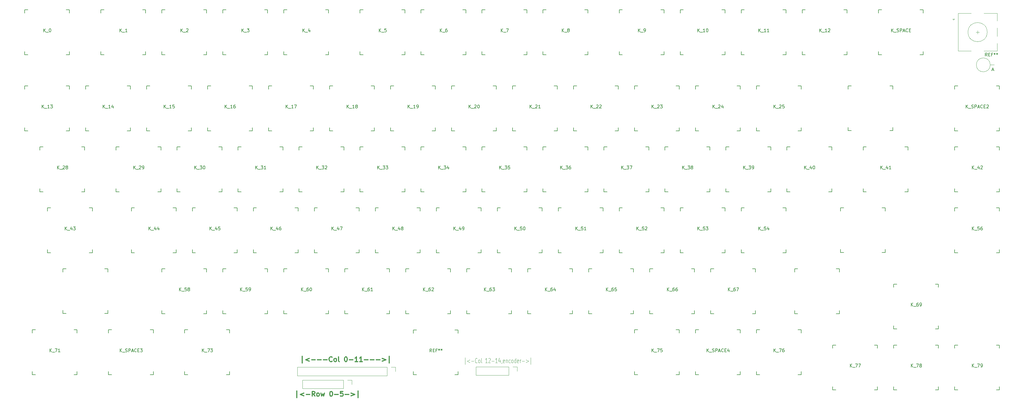
<source format=gbr>
G04 #@! TF.GenerationSoftware,KiCad,Pcbnew,7.0.1*
G04 #@! TF.CreationDate,2023-04-16T01:49:03-07:00*
G04 #@! TF.ProjectId,_autosave-keyboard,5f617574-6f73-4617-9665-2d6b6579626f,rev?*
G04 #@! TF.SameCoordinates,Original*
G04 #@! TF.FileFunction,Legend,Top*
G04 #@! TF.FilePolarity,Positive*
%FSLAX46Y46*%
G04 Gerber Fmt 4.6, Leading zero omitted, Abs format (unit mm)*
G04 Created by KiCad (PCBNEW 7.0.1) date 2023-04-16 01:49:03*
%MOMM*%
%LPD*%
G01*
G04 APERTURE LIST*
%ADD10C,0.300000*%
%ADD11C,0.125000*%
%ADD12C,0.150000*%
%ADD13C,0.120000*%
G04 APERTURE END LIST*
D10*
X234304285Y-261496428D02*
X234304285Y-259353571D01*
X236518571Y-259996428D02*
X235375713Y-260425000D01*
X235375713Y-260425000D02*
X236518571Y-260853571D01*
X237232856Y-260425000D02*
X238375714Y-260425000D01*
X239089999Y-260425000D02*
X240232857Y-260425000D01*
X240947142Y-260425000D02*
X242090000Y-260425000D01*
X243661428Y-260853571D02*
X243590000Y-260925000D01*
X243590000Y-260925000D02*
X243375714Y-260996428D01*
X243375714Y-260996428D02*
X243232857Y-260996428D01*
X243232857Y-260996428D02*
X243018571Y-260925000D01*
X243018571Y-260925000D02*
X242875714Y-260782142D01*
X242875714Y-260782142D02*
X242804285Y-260639285D01*
X242804285Y-260639285D02*
X242732857Y-260353571D01*
X242732857Y-260353571D02*
X242732857Y-260139285D01*
X242732857Y-260139285D02*
X242804285Y-259853571D01*
X242804285Y-259853571D02*
X242875714Y-259710714D01*
X242875714Y-259710714D02*
X243018571Y-259567857D01*
X243018571Y-259567857D02*
X243232857Y-259496428D01*
X243232857Y-259496428D02*
X243375714Y-259496428D01*
X243375714Y-259496428D02*
X243590000Y-259567857D01*
X243590000Y-259567857D02*
X243661428Y-259639285D01*
X244518571Y-260996428D02*
X244375714Y-260925000D01*
X244375714Y-260925000D02*
X244304285Y-260853571D01*
X244304285Y-260853571D02*
X244232857Y-260710714D01*
X244232857Y-260710714D02*
X244232857Y-260282142D01*
X244232857Y-260282142D02*
X244304285Y-260139285D01*
X244304285Y-260139285D02*
X244375714Y-260067857D01*
X244375714Y-260067857D02*
X244518571Y-259996428D01*
X244518571Y-259996428D02*
X244732857Y-259996428D01*
X244732857Y-259996428D02*
X244875714Y-260067857D01*
X244875714Y-260067857D02*
X244947143Y-260139285D01*
X244947143Y-260139285D02*
X245018571Y-260282142D01*
X245018571Y-260282142D02*
X245018571Y-260710714D01*
X245018571Y-260710714D02*
X244947143Y-260853571D01*
X244947143Y-260853571D02*
X244875714Y-260925000D01*
X244875714Y-260925000D02*
X244732857Y-260996428D01*
X244732857Y-260996428D02*
X244518571Y-260996428D01*
X245875714Y-260996428D02*
X245732857Y-260925000D01*
X245732857Y-260925000D02*
X245661428Y-260782142D01*
X245661428Y-260782142D02*
X245661428Y-259496428D01*
X247875714Y-259496428D02*
X248018571Y-259496428D01*
X248018571Y-259496428D02*
X248161428Y-259567857D01*
X248161428Y-259567857D02*
X248232857Y-259639285D01*
X248232857Y-259639285D02*
X248304285Y-259782142D01*
X248304285Y-259782142D02*
X248375714Y-260067857D01*
X248375714Y-260067857D02*
X248375714Y-260425000D01*
X248375714Y-260425000D02*
X248304285Y-260710714D01*
X248304285Y-260710714D02*
X248232857Y-260853571D01*
X248232857Y-260853571D02*
X248161428Y-260925000D01*
X248161428Y-260925000D02*
X248018571Y-260996428D01*
X248018571Y-260996428D02*
X247875714Y-260996428D01*
X247875714Y-260996428D02*
X247732857Y-260925000D01*
X247732857Y-260925000D02*
X247661428Y-260853571D01*
X247661428Y-260853571D02*
X247589999Y-260710714D01*
X247589999Y-260710714D02*
X247518571Y-260425000D01*
X247518571Y-260425000D02*
X247518571Y-260067857D01*
X247518571Y-260067857D02*
X247589999Y-259782142D01*
X247589999Y-259782142D02*
X247661428Y-259639285D01*
X247661428Y-259639285D02*
X247732857Y-259567857D01*
X247732857Y-259567857D02*
X247875714Y-259496428D01*
X249018570Y-260425000D02*
X250161428Y-260425000D01*
X251661428Y-260996428D02*
X250804285Y-260996428D01*
X251232856Y-260996428D02*
X251232856Y-259496428D01*
X251232856Y-259496428D02*
X251089999Y-259710714D01*
X251089999Y-259710714D02*
X250947142Y-259853571D01*
X250947142Y-259853571D02*
X250804285Y-259925000D01*
X253089999Y-260996428D02*
X252232856Y-260996428D01*
X252661427Y-260996428D02*
X252661427Y-259496428D01*
X252661427Y-259496428D02*
X252518570Y-259710714D01*
X252518570Y-259710714D02*
X252375713Y-259853571D01*
X252375713Y-259853571D02*
X252232856Y-259925000D01*
X253732855Y-260425000D02*
X254875713Y-260425000D01*
X255589998Y-260425000D02*
X256732856Y-260425000D01*
X257447141Y-260425000D02*
X258589999Y-260425000D01*
X259304284Y-259996428D02*
X260447142Y-260425000D01*
X260447142Y-260425000D02*
X259304284Y-260853571D01*
X261518570Y-261496428D02*
X261518570Y-259353571D01*
D11*
X285196190Y-261906428D02*
X285196190Y-259763571D01*
X286672381Y-260406428D02*
X285910476Y-260835000D01*
X285910476Y-260835000D02*
X286672381Y-261263571D01*
X287148571Y-260835000D02*
X287910476Y-260835000D01*
X288958094Y-261263571D02*
X288910475Y-261335000D01*
X288910475Y-261335000D02*
X288767618Y-261406428D01*
X288767618Y-261406428D02*
X288672380Y-261406428D01*
X288672380Y-261406428D02*
X288529523Y-261335000D01*
X288529523Y-261335000D02*
X288434285Y-261192142D01*
X288434285Y-261192142D02*
X288386666Y-261049285D01*
X288386666Y-261049285D02*
X288339047Y-260763571D01*
X288339047Y-260763571D02*
X288339047Y-260549285D01*
X288339047Y-260549285D02*
X288386666Y-260263571D01*
X288386666Y-260263571D02*
X288434285Y-260120714D01*
X288434285Y-260120714D02*
X288529523Y-259977857D01*
X288529523Y-259977857D02*
X288672380Y-259906428D01*
X288672380Y-259906428D02*
X288767618Y-259906428D01*
X288767618Y-259906428D02*
X288910475Y-259977857D01*
X288910475Y-259977857D02*
X288958094Y-260049285D01*
X289529523Y-261406428D02*
X289434285Y-261335000D01*
X289434285Y-261335000D02*
X289386666Y-261263571D01*
X289386666Y-261263571D02*
X289339047Y-261120714D01*
X289339047Y-261120714D02*
X289339047Y-260692142D01*
X289339047Y-260692142D02*
X289386666Y-260549285D01*
X289386666Y-260549285D02*
X289434285Y-260477857D01*
X289434285Y-260477857D02*
X289529523Y-260406428D01*
X289529523Y-260406428D02*
X289672380Y-260406428D01*
X289672380Y-260406428D02*
X289767618Y-260477857D01*
X289767618Y-260477857D02*
X289815237Y-260549285D01*
X289815237Y-260549285D02*
X289862856Y-260692142D01*
X289862856Y-260692142D02*
X289862856Y-261120714D01*
X289862856Y-261120714D02*
X289815237Y-261263571D01*
X289815237Y-261263571D02*
X289767618Y-261335000D01*
X289767618Y-261335000D02*
X289672380Y-261406428D01*
X289672380Y-261406428D02*
X289529523Y-261406428D01*
X290434285Y-261406428D02*
X290339047Y-261335000D01*
X290339047Y-261335000D02*
X290291428Y-261192142D01*
X290291428Y-261192142D02*
X290291428Y-259906428D01*
X292100952Y-261406428D02*
X291529524Y-261406428D01*
X291815238Y-261406428D02*
X291815238Y-259906428D01*
X291815238Y-259906428D02*
X291720000Y-260120714D01*
X291720000Y-260120714D02*
X291624762Y-260263571D01*
X291624762Y-260263571D02*
X291529524Y-260335000D01*
X292481905Y-260049285D02*
X292529524Y-259977857D01*
X292529524Y-259977857D02*
X292624762Y-259906428D01*
X292624762Y-259906428D02*
X292862857Y-259906428D01*
X292862857Y-259906428D02*
X292958095Y-259977857D01*
X292958095Y-259977857D02*
X293005714Y-260049285D01*
X293005714Y-260049285D02*
X293053333Y-260192142D01*
X293053333Y-260192142D02*
X293053333Y-260335000D01*
X293053333Y-260335000D02*
X293005714Y-260549285D01*
X293005714Y-260549285D02*
X292434286Y-261406428D01*
X292434286Y-261406428D02*
X293053333Y-261406428D01*
X293481905Y-260835000D02*
X294243810Y-260835000D01*
X295243809Y-261406428D02*
X294672381Y-261406428D01*
X294958095Y-261406428D02*
X294958095Y-259906428D01*
X294958095Y-259906428D02*
X294862857Y-260120714D01*
X294862857Y-260120714D02*
X294767619Y-260263571D01*
X294767619Y-260263571D02*
X294672381Y-260335000D01*
X296100952Y-260406428D02*
X296100952Y-261406428D01*
X295862857Y-259835000D02*
X295624762Y-260906428D01*
X295624762Y-260906428D02*
X296243809Y-260906428D01*
X296672381Y-261335000D02*
X296672381Y-261406428D01*
X296672381Y-261406428D02*
X296624762Y-261549285D01*
X296624762Y-261549285D02*
X296577143Y-261620714D01*
X297481904Y-261335000D02*
X297386666Y-261406428D01*
X297386666Y-261406428D02*
X297196190Y-261406428D01*
X297196190Y-261406428D02*
X297100952Y-261335000D01*
X297100952Y-261335000D02*
X297053333Y-261192142D01*
X297053333Y-261192142D02*
X297053333Y-260620714D01*
X297053333Y-260620714D02*
X297100952Y-260477857D01*
X297100952Y-260477857D02*
X297196190Y-260406428D01*
X297196190Y-260406428D02*
X297386666Y-260406428D01*
X297386666Y-260406428D02*
X297481904Y-260477857D01*
X297481904Y-260477857D02*
X297529523Y-260620714D01*
X297529523Y-260620714D02*
X297529523Y-260763571D01*
X297529523Y-260763571D02*
X297053333Y-260906428D01*
X297958095Y-260406428D02*
X297958095Y-261406428D01*
X297958095Y-260549285D02*
X298005714Y-260477857D01*
X298005714Y-260477857D02*
X298100952Y-260406428D01*
X298100952Y-260406428D02*
X298243809Y-260406428D01*
X298243809Y-260406428D02*
X298339047Y-260477857D01*
X298339047Y-260477857D02*
X298386666Y-260620714D01*
X298386666Y-260620714D02*
X298386666Y-261406428D01*
X299291428Y-261335000D02*
X299196190Y-261406428D01*
X299196190Y-261406428D02*
X299005714Y-261406428D01*
X299005714Y-261406428D02*
X298910476Y-261335000D01*
X298910476Y-261335000D02*
X298862857Y-261263571D01*
X298862857Y-261263571D02*
X298815238Y-261120714D01*
X298815238Y-261120714D02*
X298815238Y-260692142D01*
X298815238Y-260692142D02*
X298862857Y-260549285D01*
X298862857Y-260549285D02*
X298910476Y-260477857D01*
X298910476Y-260477857D02*
X299005714Y-260406428D01*
X299005714Y-260406428D02*
X299196190Y-260406428D01*
X299196190Y-260406428D02*
X299291428Y-260477857D01*
X299862857Y-261406428D02*
X299767619Y-261335000D01*
X299767619Y-261335000D02*
X299720000Y-261263571D01*
X299720000Y-261263571D02*
X299672381Y-261120714D01*
X299672381Y-261120714D02*
X299672381Y-260692142D01*
X299672381Y-260692142D02*
X299720000Y-260549285D01*
X299720000Y-260549285D02*
X299767619Y-260477857D01*
X299767619Y-260477857D02*
X299862857Y-260406428D01*
X299862857Y-260406428D02*
X300005714Y-260406428D01*
X300005714Y-260406428D02*
X300100952Y-260477857D01*
X300100952Y-260477857D02*
X300148571Y-260549285D01*
X300148571Y-260549285D02*
X300196190Y-260692142D01*
X300196190Y-260692142D02*
X300196190Y-261120714D01*
X300196190Y-261120714D02*
X300148571Y-261263571D01*
X300148571Y-261263571D02*
X300100952Y-261335000D01*
X300100952Y-261335000D02*
X300005714Y-261406428D01*
X300005714Y-261406428D02*
X299862857Y-261406428D01*
X301053333Y-261406428D02*
X301053333Y-259906428D01*
X301053333Y-261335000D02*
X300958095Y-261406428D01*
X300958095Y-261406428D02*
X300767619Y-261406428D01*
X300767619Y-261406428D02*
X300672381Y-261335000D01*
X300672381Y-261335000D02*
X300624762Y-261263571D01*
X300624762Y-261263571D02*
X300577143Y-261120714D01*
X300577143Y-261120714D02*
X300577143Y-260692142D01*
X300577143Y-260692142D02*
X300624762Y-260549285D01*
X300624762Y-260549285D02*
X300672381Y-260477857D01*
X300672381Y-260477857D02*
X300767619Y-260406428D01*
X300767619Y-260406428D02*
X300958095Y-260406428D01*
X300958095Y-260406428D02*
X301053333Y-260477857D01*
X301910476Y-261335000D02*
X301815238Y-261406428D01*
X301815238Y-261406428D02*
X301624762Y-261406428D01*
X301624762Y-261406428D02*
X301529524Y-261335000D01*
X301529524Y-261335000D02*
X301481905Y-261192142D01*
X301481905Y-261192142D02*
X301481905Y-260620714D01*
X301481905Y-260620714D02*
X301529524Y-260477857D01*
X301529524Y-260477857D02*
X301624762Y-260406428D01*
X301624762Y-260406428D02*
X301815238Y-260406428D01*
X301815238Y-260406428D02*
X301910476Y-260477857D01*
X301910476Y-260477857D02*
X301958095Y-260620714D01*
X301958095Y-260620714D02*
X301958095Y-260763571D01*
X301958095Y-260763571D02*
X301481905Y-260906428D01*
X302386667Y-261406428D02*
X302386667Y-260406428D01*
X302386667Y-260692142D02*
X302434286Y-260549285D01*
X302434286Y-260549285D02*
X302481905Y-260477857D01*
X302481905Y-260477857D02*
X302577143Y-260406428D01*
X302577143Y-260406428D02*
X302672381Y-260406428D01*
X303005715Y-260835000D02*
X303767620Y-260835000D01*
X304243810Y-260406428D02*
X305005715Y-260835000D01*
X305005715Y-260835000D02*
X304243810Y-261263571D01*
X305720000Y-261906428D02*
X305720000Y-259763571D01*
D10*
X232634285Y-272326428D02*
X232634285Y-270183571D01*
X234848571Y-270826428D02*
X233705713Y-271255000D01*
X233705713Y-271255000D02*
X234848571Y-271683571D01*
X235562856Y-271255000D02*
X236705714Y-271255000D01*
X238277142Y-271826428D02*
X237777142Y-271112142D01*
X237419999Y-271826428D02*
X237419999Y-270326428D01*
X237419999Y-270326428D02*
X237991428Y-270326428D01*
X237991428Y-270326428D02*
X238134285Y-270397857D01*
X238134285Y-270397857D02*
X238205714Y-270469285D01*
X238205714Y-270469285D02*
X238277142Y-270612142D01*
X238277142Y-270612142D02*
X238277142Y-270826428D01*
X238277142Y-270826428D02*
X238205714Y-270969285D01*
X238205714Y-270969285D02*
X238134285Y-271040714D01*
X238134285Y-271040714D02*
X237991428Y-271112142D01*
X237991428Y-271112142D02*
X237419999Y-271112142D01*
X239134285Y-271826428D02*
X238991428Y-271755000D01*
X238991428Y-271755000D02*
X238919999Y-271683571D01*
X238919999Y-271683571D02*
X238848571Y-271540714D01*
X238848571Y-271540714D02*
X238848571Y-271112142D01*
X238848571Y-271112142D02*
X238919999Y-270969285D01*
X238919999Y-270969285D02*
X238991428Y-270897857D01*
X238991428Y-270897857D02*
X239134285Y-270826428D01*
X239134285Y-270826428D02*
X239348571Y-270826428D01*
X239348571Y-270826428D02*
X239491428Y-270897857D01*
X239491428Y-270897857D02*
X239562857Y-270969285D01*
X239562857Y-270969285D02*
X239634285Y-271112142D01*
X239634285Y-271112142D02*
X239634285Y-271540714D01*
X239634285Y-271540714D02*
X239562857Y-271683571D01*
X239562857Y-271683571D02*
X239491428Y-271755000D01*
X239491428Y-271755000D02*
X239348571Y-271826428D01*
X239348571Y-271826428D02*
X239134285Y-271826428D01*
X240134285Y-270826428D02*
X240420000Y-271826428D01*
X240420000Y-271826428D02*
X240705714Y-271112142D01*
X240705714Y-271112142D02*
X240991428Y-271826428D01*
X240991428Y-271826428D02*
X241277142Y-270826428D01*
X243277143Y-270326428D02*
X243420000Y-270326428D01*
X243420000Y-270326428D02*
X243562857Y-270397857D01*
X243562857Y-270397857D02*
X243634286Y-270469285D01*
X243634286Y-270469285D02*
X243705714Y-270612142D01*
X243705714Y-270612142D02*
X243777143Y-270897857D01*
X243777143Y-270897857D02*
X243777143Y-271255000D01*
X243777143Y-271255000D02*
X243705714Y-271540714D01*
X243705714Y-271540714D02*
X243634286Y-271683571D01*
X243634286Y-271683571D02*
X243562857Y-271755000D01*
X243562857Y-271755000D02*
X243420000Y-271826428D01*
X243420000Y-271826428D02*
X243277143Y-271826428D01*
X243277143Y-271826428D02*
X243134286Y-271755000D01*
X243134286Y-271755000D02*
X243062857Y-271683571D01*
X243062857Y-271683571D02*
X242991428Y-271540714D01*
X242991428Y-271540714D02*
X242920000Y-271255000D01*
X242920000Y-271255000D02*
X242920000Y-270897857D01*
X242920000Y-270897857D02*
X242991428Y-270612142D01*
X242991428Y-270612142D02*
X243062857Y-270469285D01*
X243062857Y-270469285D02*
X243134286Y-270397857D01*
X243134286Y-270397857D02*
X243277143Y-270326428D01*
X244419999Y-271255000D02*
X245562857Y-271255000D01*
X246991428Y-270326428D02*
X246277142Y-270326428D01*
X246277142Y-270326428D02*
X246205714Y-271040714D01*
X246205714Y-271040714D02*
X246277142Y-270969285D01*
X246277142Y-270969285D02*
X246420000Y-270897857D01*
X246420000Y-270897857D02*
X246777142Y-270897857D01*
X246777142Y-270897857D02*
X246920000Y-270969285D01*
X246920000Y-270969285D02*
X246991428Y-271040714D01*
X246991428Y-271040714D02*
X247062857Y-271183571D01*
X247062857Y-271183571D02*
X247062857Y-271540714D01*
X247062857Y-271540714D02*
X246991428Y-271683571D01*
X246991428Y-271683571D02*
X246920000Y-271755000D01*
X246920000Y-271755000D02*
X246777142Y-271826428D01*
X246777142Y-271826428D02*
X246420000Y-271826428D01*
X246420000Y-271826428D02*
X246277142Y-271755000D01*
X246277142Y-271755000D02*
X246205714Y-271683571D01*
X247705713Y-271255000D02*
X248848571Y-271255000D01*
X249562856Y-270826428D02*
X250705714Y-271255000D01*
X250705714Y-271255000D02*
X249562856Y-271683571D01*
X251777142Y-272326428D02*
X251777142Y-270183571D01*
D12*
X214974762Y-238932619D02*
X214974762Y-237932619D01*
X215546190Y-238932619D02*
X215117619Y-238361190D01*
X215546190Y-237932619D02*
X214974762Y-238504047D01*
X215736667Y-239027857D02*
X216498571Y-239027857D01*
X217212857Y-237932619D02*
X216736667Y-237932619D01*
X216736667Y-237932619D02*
X216689048Y-238408809D01*
X216689048Y-238408809D02*
X216736667Y-238361190D01*
X216736667Y-238361190D02*
X216831905Y-238313571D01*
X216831905Y-238313571D02*
X217070000Y-238313571D01*
X217070000Y-238313571D02*
X217165238Y-238361190D01*
X217165238Y-238361190D02*
X217212857Y-238408809D01*
X217212857Y-238408809D02*
X217260476Y-238504047D01*
X217260476Y-238504047D02*
X217260476Y-238742142D01*
X217260476Y-238742142D02*
X217212857Y-238837380D01*
X217212857Y-238837380D02*
X217165238Y-238885000D01*
X217165238Y-238885000D02*
X217070000Y-238932619D01*
X217070000Y-238932619D02*
X216831905Y-238932619D01*
X216831905Y-238932619D02*
X216736667Y-238885000D01*
X216736667Y-238885000D02*
X216689048Y-238837380D01*
X217736667Y-238932619D02*
X217927143Y-238932619D01*
X217927143Y-238932619D02*
X218022381Y-238885000D01*
X218022381Y-238885000D02*
X218070000Y-238837380D01*
X218070000Y-238837380D02*
X218165238Y-238694523D01*
X218165238Y-238694523D02*
X218212857Y-238504047D01*
X218212857Y-238504047D02*
X218212857Y-238123095D01*
X218212857Y-238123095D02*
X218165238Y-238027857D01*
X218165238Y-238027857D02*
X218117619Y-237980238D01*
X218117619Y-237980238D02*
X218022381Y-237932619D01*
X218022381Y-237932619D02*
X217831905Y-237932619D01*
X217831905Y-237932619D02*
X217736667Y-237980238D01*
X217736667Y-237980238D02*
X217689048Y-238027857D01*
X217689048Y-238027857D02*
X217641429Y-238123095D01*
X217641429Y-238123095D02*
X217641429Y-238361190D01*
X217641429Y-238361190D02*
X217689048Y-238456428D01*
X217689048Y-238456428D02*
X217736667Y-238504047D01*
X217736667Y-238504047D02*
X217831905Y-238551666D01*
X217831905Y-238551666D02*
X218022381Y-238551666D01*
X218022381Y-238551666D02*
X218117619Y-238504047D01*
X218117619Y-238504047D02*
X218165238Y-238456428D01*
X218165238Y-238456428D02*
X218212857Y-238361190D01*
X196400952Y-157970119D02*
X196400952Y-156970119D01*
X196972380Y-157970119D02*
X196543809Y-157398690D01*
X196972380Y-156970119D02*
X196400952Y-157541547D01*
X197162857Y-158065357D02*
X197924761Y-158065357D01*
X198115238Y-157065357D02*
X198162857Y-157017738D01*
X198162857Y-157017738D02*
X198258095Y-156970119D01*
X198258095Y-156970119D02*
X198496190Y-156970119D01*
X198496190Y-156970119D02*
X198591428Y-157017738D01*
X198591428Y-157017738D02*
X198639047Y-157065357D01*
X198639047Y-157065357D02*
X198686666Y-157160595D01*
X198686666Y-157160595D02*
X198686666Y-157255833D01*
X198686666Y-157255833D02*
X198639047Y-157398690D01*
X198639047Y-157398690D02*
X198067619Y-157970119D01*
X198067619Y-157970119D02*
X198686666Y-157970119D01*
X234024762Y-238932619D02*
X234024762Y-237932619D01*
X234596190Y-238932619D02*
X234167619Y-238361190D01*
X234596190Y-237932619D02*
X234024762Y-238504047D01*
X234786667Y-239027857D02*
X235548571Y-239027857D01*
X236215238Y-237932619D02*
X236024762Y-237932619D01*
X236024762Y-237932619D02*
X235929524Y-237980238D01*
X235929524Y-237980238D02*
X235881905Y-238027857D01*
X235881905Y-238027857D02*
X235786667Y-238170714D01*
X235786667Y-238170714D02*
X235739048Y-238361190D01*
X235739048Y-238361190D02*
X235739048Y-238742142D01*
X235739048Y-238742142D02*
X235786667Y-238837380D01*
X235786667Y-238837380D02*
X235834286Y-238885000D01*
X235834286Y-238885000D02*
X235929524Y-238932619D01*
X235929524Y-238932619D02*
X236120000Y-238932619D01*
X236120000Y-238932619D02*
X236215238Y-238885000D01*
X236215238Y-238885000D02*
X236262857Y-238837380D01*
X236262857Y-238837380D02*
X236310476Y-238742142D01*
X236310476Y-238742142D02*
X236310476Y-238504047D01*
X236310476Y-238504047D02*
X236262857Y-238408809D01*
X236262857Y-238408809D02*
X236215238Y-238361190D01*
X236215238Y-238361190D02*
X236120000Y-238313571D01*
X236120000Y-238313571D02*
X235929524Y-238313571D01*
X235929524Y-238313571D02*
X235834286Y-238361190D01*
X235834286Y-238361190D02*
X235786667Y-238408809D01*
X235786667Y-238408809D02*
X235739048Y-238504047D01*
X236929524Y-237932619D02*
X237024762Y-237932619D01*
X237024762Y-237932619D02*
X237120000Y-237980238D01*
X237120000Y-237980238D02*
X237167619Y-238027857D01*
X237167619Y-238027857D02*
X237215238Y-238123095D01*
X237215238Y-238123095D02*
X237262857Y-238313571D01*
X237262857Y-238313571D02*
X237262857Y-238551666D01*
X237262857Y-238551666D02*
X237215238Y-238742142D01*
X237215238Y-238742142D02*
X237167619Y-238837380D01*
X237167619Y-238837380D02*
X237120000Y-238885000D01*
X237120000Y-238885000D02*
X237024762Y-238932619D01*
X237024762Y-238932619D02*
X236929524Y-238932619D01*
X236929524Y-238932619D02*
X236834286Y-238885000D01*
X236834286Y-238885000D02*
X236786667Y-238837380D01*
X236786667Y-238837380D02*
X236739048Y-238742142D01*
X236739048Y-238742142D02*
X236691429Y-238551666D01*
X236691429Y-238551666D02*
X236691429Y-238313571D01*
X236691429Y-238313571D02*
X236739048Y-238123095D01*
X236739048Y-238123095D02*
X236786667Y-238027857D01*
X236786667Y-238027857D02*
X236834286Y-237980238D01*
X236834286Y-237980238D02*
X236929524Y-237932619D01*
X343562262Y-257982619D02*
X343562262Y-256982619D01*
X344133690Y-257982619D02*
X343705119Y-257411190D01*
X344133690Y-256982619D02*
X343562262Y-257554047D01*
X344324167Y-258077857D02*
X345086071Y-258077857D01*
X345228929Y-256982619D02*
X345895595Y-256982619D01*
X345895595Y-256982619D02*
X345467024Y-257982619D01*
X346752738Y-256982619D02*
X346276548Y-256982619D01*
X346276548Y-256982619D02*
X346228929Y-257458809D01*
X346228929Y-257458809D02*
X346276548Y-257411190D01*
X346276548Y-257411190D02*
X346371786Y-257363571D01*
X346371786Y-257363571D02*
X346609881Y-257363571D01*
X346609881Y-257363571D02*
X346705119Y-257411190D01*
X346705119Y-257411190D02*
X346752738Y-257458809D01*
X346752738Y-257458809D02*
X346800357Y-257554047D01*
X346800357Y-257554047D02*
X346800357Y-257792142D01*
X346800357Y-257792142D02*
X346752738Y-257887380D01*
X346752738Y-257887380D02*
X346705119Y-257935000D01*
X346705119Y-257935000D02*
X346609881Y-257982619D01*
X346609881Y-257982619D02*
X346371786Y-257982619D01*
X346371786Y-257982619D02*
X346276548Y-257935000D01*
X346276548Y-257935000D02*
X346228929Y-257887380D01*
X357849762Y-157970119D02*
X357849762Y-156970119D01*
X358421190Y-157970119D02*
X357992619Y-157398690D01*
X358421190Y-156970119D02*
X357849762Y-157541547D01*
X358611667Y-158065357D02*
X359373571Y-158065357D01*
X360135476Y-157970119D02*
X359564048Y-157970119D01*
X359849762Y-157970119D02*
X359849762Y-156970119D01*
X359849762Y-156970119D02*
X359754524Y-157112976D01*
X359754524Y-157112976D02*
X359659286Y-157208214D01*
X359659286Y-157208214D02*
X359564048Y-157255833D01*
X360754524Y-156970119D02*
X360849762Y-156970119D01*
X360849762Y-156970119D02*
X360945000Y-157017738D01*
X360945000Y-157017738D02*
X360992619Y-157065357D01*
X360992619Y-157065357D02*
X361040238Y-157160595D01*
X361040238Y-157160595D02*
X361087857Y-157351071D01*
X361087857Y-157351071D02*
X361087857Y-157589166D01*
X361087857Y-157589166D02*
X361040238Y-157779642D01*
X361040238Y-157779642D02*
X360992619Y-157874880D01*
X360992619Y-157874880D02*
X360945000Y-157922500D01*
X360945000Y-157922500D02*
X360849762Y-157970119D01*
X360849762Y-157970119D02*
X360754524Y-157970119D01*
X360754524Y-157970119D02*
X360659286Y-157922500D01*
X360659286Y-157922500D02*
X360611667Y-157874880D01*
X360611667Y-157874880D02*
X360564048Y-157779642D01*
X360564048Y-157779642D02*
X360516429Y-157589166D01*
X360516429Y-157589166D02*
X360516429Y-157351071D01*
X360516429Y-157351071D02*
X360564048Y-157160595D01*
X360564048Y-157160595D02*
X360611667Y-157065357D01*
X360611667Y-157065357D02*
X360659286Y-157017738D01*
X360659286Y-157017738D02*
X360754524Y-156970119D01*
X314987262Y-200832619D02*
X314987262Y-199832619D01*
X315558690Y-200832619D02*
X315130119Y-200261190D01*
X315558690Y-199832619D02*
X314987262Y-200404047D01*
X315749167Y-200927857D02*
X316511071Y-200927857D01*
X316653929Y-199832619D02*
X317272976Y-199832619D01*
X317272976Y-199832619D02*
X316939643Y-200213571D01*
X316939643Y-200213571D02*
X317082500Y-200213571D01*
X317082500Y-200213571D02*
X317177738Y-200261190D01*
X317177738Y-200261190D02*
X317225357Y-200308809D01*
X317225357Y-200308809D02*
X317272976Y-200404047D01*
X317272976Y-200404047D02*
X317272976Y-200642142D01*
X317272976Y-200642142D02*
X317225357Y-200737380D01*
X317225357Y-200737380D02*
X317177738Y-200785000D01*
X317177738Y-200785000D02*
X317082500Y-200832619D01*
X317082500Y-200832619D02*
X316796786Y-200832619D01*
X316796786Y-200832619D02*
X316701548Y-200785000D01*
X316701548Y-200785000D02*
X316653929Y-200737380D01*
X318130119Y-199832619D02*
X317939643Y-199832619D01*
X317939643Y-199832619D02*
X317844405Y-199880238D01*
X317844405Y-199880238D02*
X317796786Y-199927857D01*
X317796786Y-199927857D02*
X317701548Y-200070714D01*
X317701548Y-200070714D02*
X317653929Y-200261190D01*
X317653929Y-200261190D02*
X317653929Y-200642142D01*
X317653929Y-200642142D02*
X317701548Y-200737380D01*
X317701548Y-200737380D02*
X317749167Y-200785000D01*
X317749167Y-200785000D02*
X317844405Y-200832619D01*
X317844405Y-200832619D02*
X318034881Y-200832619D01*
X318034881Y-200832619D02*
X318130119Y-200785000D01*
X318130119Y-200785000D02*
X318177738Y-200737380D01*
X318177738Y-200737380D02*
X318225357Y-200642142D01*
X318225357Y-200642142D02*
X318225357Y-200404047D01*
X318225357Y-200404047D02*
X318177738Y-200308809D01*
X318177738Y-200308809D02*
X318130119Y-200261190D01*
X318130119Y-200261190D02*
X318034881Y-200213571D01*
X318034881Y-200213571D02*
X317844405Y-200213571D01*
X317844405Y-200213571D02*
X317749167Y-200261190D01*
X317749167Y-200261190D02*
X317701548Y-200308809D01*
X317701548Y-200308809D02*
X317653929Y-200404047D01*
X443574762Y-219882619D02*
X443574762Y-218882619D01*
X444146190Y-219882619D02*
X443717619Y-219311190D01*
X444146190Y-218882619D02*
X443574762Y-219454047D01*
X444336667Y-219977857D02*
X445098571Y-219977857D01*
X445812857Y-218882619D02*
X445336667Y-218882619D01*
X445336667Y-218882619D02*
X445289048Y-219358809D01*
X445289048Y-219358809D02*
X445336667Y-219311190D01*
X445336667Y-219311190D02*
X445431905Y-219263571D01*
X445431905Y-219263571D02*
X445670000Y-219263571D01*
X445670000Y-219263571D02*
X445765238Y-219311190D01*
X445765238Y-219311190D02*
X445812857Y-219358809D01*
X445812857Y-219358809D02*
X445860476Y-219454047D01*
X445860476Y-219454047D02*
X445860476Y-219692142D01*
X445860476Y-219692142D02*
X445812857Y-219787380D01*
X445812857Y-219787380D02*
X445765238Y-219835000D01*
X445765238Y-219835000D02*
X445670000Y-219882619D01*
X445670000Y-219882619D02*
X445431905Y-219882619D01*
X445431905Y-219882619D02*
X445336667Y-219835000D01*
X445336667Y-219835000D02*
X445289048Y-219787380D01*
X446717619Y-218882619D02*
X446527143Y-218882619D01*
X446527143Y-218882619D02*
X446431905Y-218930238D01*
X446431905Y-218930238D02*
X446384286Y-218977857D01*
X446384286Y-218977857D02*
X446289048Y-219120714D01*
X446289048Y-219120714D02*
X446241429Y-219311190D01*
X446241429Y-219311190D02*
X446241429Y-219692142D01*
X446241429Y-219692142D02*
X446289048Y-219787380D01*
X446289048Y-219787380D02*
X446336667Y-219835000D01*
X446336667Y-219835000D02*
X446431905Y-219882619D01*
X446431905Y-219882619D02*
X446622381Y-219882619D01*
X446622381Y-219882619D02*
X446717619Y-219835000D01*
X446717619Y-219835000D02*
X446765238Y-219787380D01*
X446765238Y-219787380D02*
X446812857Y-219692142D01*
X446812857Y-219692142D02*
X446812857Y-219454047D01*
X446812857Y-219454047D02*
X446765238Y-219358809D01*
X446765238Y-219358809D02*
X446717619Y-219311190D01*
X446717619Y-219311190D02*
X446622381Y-219263571D01*
X446622381Y-219263571D02*
X446431905Y-219263571D01*
X446431905Y-219263571D02*
X446336667Y-219311190D01*
X446336667Y-219311190D02*
X446289048Y-219358809D01*
X446289048Y-219358809D02*
X446241429Y-219454047D01*
X381662262Y-181782619D02*
X381662262Y-180782619D01*
X382233690Y-181782619D02*
X381805119Y-181211190D01*
X382233690Y-180782619D02*
X381662262Y-181354047D01*
X382424167Y-181877857D02*
X383186071Y-181877857D01*
X383376548Y-180877857D02*
X383424167Y-180830238D01*
X383424167Y-180830238D02*
X383519405Y-180782619D01*
X383519405Y-180782619D02*
X383757500Y-180782619D01*
X383757500Y-180782619D02*
X383852738Y-180830238D01*
X383852738Y-180830238D02*
X383900357Y-180877857D01*
X383900357Y-180877857D02*
X383947976Y-180973095D01*
X383947976Y-180973095D02*
X383947976Y-181068333D01*
X383947976Y-181068333D02*
X383900357Y-181211190D01*
X383900357Y-181211190D02*
X383328929Y-181782619D01*
X383328929Y-181782619D02*
X383947976Y-181782619D01*
X384852738Y-180782619D02*
X384376548Y-180782619D01*
X384376548Y-180782619D02*
X384328929Y-181258809D01*
X384328929Y-181258809D02*
X384376548Y-181211190D01*
X384376548Y-181211190D02*
X384471786Y-181163571D01*
X384471786Y-181163571D02*
X384709881Y-181163571D01*
X384709881Y-181163571D02*
X384805119Y-181211190D01*
X384805119Y-181211190D02*
X384852738Y-181258809D01*
X384852738Y-181258809D02*
X384900357Y-181354047D01*
X384900357Y-181354047D02*
X384900357Y-181592142D01*
X384900357Y-181592142D02*
X384852738Y-181687380D01*
X384852738Y-181687380D02*
X384805119Y-181735000D01*
X384805119Y-181735000D02*
X384709881Y-181782619D01*
X384709881Y-181782619D02*
X384471786Y-181782619D01*
X384471786Y-181782619D02*
X384376548Y-181735000D01*
X384376548Y-181735000D02*
X384328929Y-181687380D01*
X348324762Y-238932619D02*
X348324762Y-237932619D01*
X348896190Y-238932619D02*
X348467619Y-238361190D01*
X348896190Y-237932619D02*
X348324762Y-238504047D01*
X349086667Y-239027857D02*
X349848571Y-239027857D01*
X350515238Y-237932619D02*
X350324762Y-237932619D01*
X350324762Y-237932619D02*
X350229524Y-237980238D01*
X350229524Y-237980238D02*
X350181905Y-238027857D01*
X350181905Y-238027857D02*
X350086667Y-238170714D01*
X350086667Y-238170714D02*
X350039048Y-238361190D01*
X350039048Y-238361190D02*
X350039048Y-238742142D01*
X350039048Y-238742142D02*
X350086667Y-238837380D01*
X350086667Y-238837380D02*
X350134286Y-238885000D01*
X350134286Y-238885000D02*
X350229524Y-238932619D01*
X350229524Y-238932619D02*
X350420000Y-238932619D01*
X350420000Y-238932619D02*
X350515238Y-238885000D01*
X350515238Y-238885000D02*
X350562857Y-238837380D01*
X350562857Y-238837380D02*
X350610476Y-238742142D01*
X350610476Y-238742142D02*
X350610476Y-238504047D01*
X350610476Y-238504047D02*
X350562857Y-238408809D01*
X350562857Y-238408809D02*
X350515238Y-238361190D01*
X350515238Y-238361190D02*
X350420000Y-238313571D01*
X350420000Y-238313571D02*
X350229524Y-238313571D01*
X350229524Y-238313571D02*
X350134286Y-238361190D01*
X350134286Y-238361190D02*
X350086667Y-238408809D01*
X350086667Y-238408809D02*
X350039048Y-238504047D01*
X351467619Y-237932619D02*
X351277143Y-237932619D01*
X351277143Y-237932619D02*
X351181905Y-237980238D01*
X351181905Y-237980238D02*
X351134286Y-238027857D01*
X351134286Y-238027857D02*
X351039048Y-238170714D01*
X351039048Y-238170714D02*
X350991429Y-238361190D01*
X350991429Y-238361190D02*
X350991429Y-238742142D01*
X350991429Y-238742142D02*
X351039048Y-238837380D01*
X351039048Y-238837380D02*
X351086667Y-238885000D01*
X351086667Y-238885000D02*
X351181905Y-238932619D01*
X351181905Y-238932619D02*
X351372381Y-238932619D01*
X351372381Y-238932619D02*
X351467619Y-238885000D01*
X351467619Y-238885000D02*
X351515238Y-238837380D01*
X351515238Y-238837380D02*
X351562857Y-238742142D01*
X351562857Y-238742142D02*
X351562857Y-238504047D01*
X351562857Y-238504047D02*
X351515238Y-238408809D01*
X351515238Y-238408809D02*
X351467619Y-238361190D01*
X351467619Y-238361190D02*
X351372381Y-238313571D01*
X351372381Y-238313571D02*
X351181905Y-238313571D01*
X351181905Y-238313571D02*
X351086667Y-238361190D01*
X351086667Y-238361190D02*
X351039048Y-238408809D01*
X351039048Y-238408809D02*
X350991429Y-238504047D01*
X367374762Y-238932619D02*
X367374762Y-237932619D01*
X367946190Y-238932619D02*
X367517619Y-238361190D01*
X367946190Y-237932619D02*
X367374762Y-238504047D01*
X368136667Y-239027857D02*
X368898571Y-239027857D01*
X369565238Y-237932619D02*
X369374762Y-237932619D01*
X369374762Y-237932619D02*
X369279524Y-237980238D01*
X369279524Y-237980238D02*
X369231905Y-238027857D01*
X369231905Y-238027857D02*
X369136667Y-238170714D01*
X369136667Y-238170714D02*
X369089048Y-238361190D01*
X369089048Y-238361190D02*
X369089048Y-238742142D01*
X369089048Y-238742142D02*
X369136667Y-238837380D01*
X369136667Y-238837380D02*
X369184286Y-238885000D01*
X369184286Y-238885000D02*
X369279524Y-238932619D01*
X369279524Y-238932619D02*
X369470000Y-238932619D01*
X369470000Y-238932619D02*
X369565238Y-238885000D01*
X369565238Y-238885000D02*
X369612857Y-238837380D01*
X369612857Y-238837380D02*
X369660476Y-238742142D01*
X369660476Y-238742142D02*
X369660476Y-238504047D01*
X369660476Y-238504047D02*
X369612857Y-238408809D01*
X369612857Y-238408809D02*
X369565238Y-238361190D01*
X369565238Y-238361190D02*
X369470000Y-238313571D01*
X369470000Y-238313571D02*
X369279524Y-238313571D01*
X369279524Y-238313571D02*
X369184286Y-238361190D01*
X369184286Y-238361190D02*
X369136667Y-238408809D01*
X369136667Y-238408809D02*
X369089048Y-238504047D01*
X369993810Y-237932619D02*
X370660476Y-237932619D01*
X370660476Y-237932619D02*
X370231905Y-238932619D01*
X181637262Y-200832619D02*
X181637262Y-199832619D01*
X182208690Y-200832619D02*
X181780119Y-200261190D01*
X182208690Y-199832619D02*
X181637262Y-200404047D01*
X182399167Y-200927857D02*
X183161071Y-200927857D01*
X183351548Y-199927857D02*
X183399167Y-199880238D01*
X183399167Y-199880238D02*
X183494405Y-199832619D01*
X183494405Y-199832619D02*
X183732500Y-199832619D01*
X183732500Y-199832619D02*
X183827738Y-199880238D01*
X183827738Y-199880238D02*
X183875357Y-199927857D01*
X183875357Y-199927857D02*
X183922976Y-200023095D01*
X183922976Y-200023095D02*
X183922976Y-200118333D01*
X183922976Y-200118333D02*
X183875357Y-200261190D01*
X183875357Y-200261190D02*
X183303929Y-200832619D01*
X183303929Y-200832619D02*
X183922976Y-200832619D01*
X184399167Y-200832619D02*
X184589643Y-200832619D01*
X184589643Y-200832619D02*
X184684881Y-200785000D01*
X184684881Y-200785000D02*
X184732500Y-200737380D01*
X184732500Y-200737380D02*
X184827738Y-200594523D01*
X184827738Y-200594523D02*
X184875357Y-200404047D01*
X184875357Y-200404047D02*
X184875357Y-200023095D01*
X184875357Y-200023095D02*
X184827738Y-199927857D01*
X184827738Y-199927857D02*
X184780119Y-199880238D01*
X184780119Y-199880238D02*
X184684881Y-199832619D01*
X184684881Y-199832619D02*
X184494405Y-199832619D01*
X184494405Y-199832619D02*
X184399167Y-199880238D01*
X184399167Y-199880238D02*
X184351548Y-199927857D01*
X184351548Y-199927857D02*
X184303929Y-200023095D01*
X184303929Y-200023095D02*
X184303929Y-200261190D01*
X184303929Y-200261190D02*
X184351548Y-200356428D01*
X184351548Y-200356428D02*
X184399167Y-200404047D01*
X184399167Y-200404047D02*
X184494405Y-200451666D01*
X184494405Y-200451666D02*
X184684881Y-200451666D01*
X184684881Y-200451666D02*
X184780119Y-200404047D01*
X184780119Y-200404047D02*
X184827738Y-200356428D01*
X184827738Y-200356428D02*
X184875357Y-200261190D01*
X414999762Y-200832619D02*
X414999762Y-199832619D01*
X415571190Y-200832619D02*
X415142619Y-200261190D01*
X415571190Y-199832619D02*
X414999762Y-200404047D01*
X415761667Y-200927857D02*
X416523571Y-200927857D01*
X417190238Y-200165952D02*
X417190238Y-200832619D01*
X416952143Y-199785000D02*
X416714048Y-200499285D01*
X416714048Y-200499285D02*
X417333095Y-200499285D01*
X418237857Y-200832619D02*
X417666429Y-200832619D01*
X417952143Y-200832619D02*
X417952143Y-199832619D01*
X417952143Y-199832619D02*
X417856905Y-199975476D01*
X417856905Y-199975476D02*
X417761667Y-200070714D01*
X417761667Y-200070714D02*
X417666429Y-200118333D01*
X160206012Y-219882619D02*
X160206012Y-218882619D01*
X160777440Y-219882619D02*
X160348869Y-219311190D01*
X160777440Y-218882619D02*
X160206012Y-219454047D01*
X160967917Y-219977857D02*
X161729821Y-219977857D01*
X162396488Y-219215952D02*
X162396488Y-219882619D01*
X162158393Y-218835000D02*
X161920298Y-219549285D01*
X161920298Y-219549285D02*
X162539345Y-219549285D01*
X162825060Y-218882619D02*
X163444107Y-218882619D01*
X163444107Y-218882619D02*
X163110774Y-219263571D01*
X163110774Y-219263571D02*
X163253631Y-219263571D01*
X163253631Y-219263571D02*
X163348869Y-219311190D01*
X163348869Y-219311190D02*
X163396488Y-219358809D01*
X163396488Y-219358809D02*
X163444107Y-219454047D01*
X163444107Y-219454047D02*
X163444107Y-219692142D01*
X163444107Y-219692142D02*
X163396488Y-219787380D01*
X163396488Y-219787380D02*
X163348869Y-219835000D01*
X163348869Y-219835000D02*
X163253631Y-219882619D01*
X163253631Y-219882619D02*
X162967917Y-219882619D01*
X162967917Y-219882619D02*
X162872679Y-219835000D01*
X162872679Y-219835000D02*
X162825060Y-219787380D01*
X329274762Y-238932619D02*
X329274762Y-237932619D01*
X329846190Y-238932619D02*
X329417619Y-238361190D01*
X329846190Y-237932619D02*
X329274762Y-238504047D01*
X330036667Y-239027857D02*
X330798571Y-239027857D01*
X331465238Y-237932619D02*
X331274762Y-237932619D01*
X331274762Y-237932619D02*
X331179524Y-237980238D01*
X331179524Y-237980238D02*
X331131905Y-238027857D01*
X331131905Y-238027857D02*
X331036667Y-238170714D01*
X331036667Y-238170714D02*
X330989048Y-238361190D01*
X330989048Y-238361190D02*
X330989048Y-238742142D01*
X330989048Y-238742142D02*
X331036667Y-238837380D01*
X331036667Y-238837380D02*
X331084286Y-238885000D01*
X331084286Y-238885000D02*
X331179524Y-238932619D01*
X331179524Y-238932619D02*
X331370000Y-238932619D01*
X331370000Y-238932619D02*
X331465238Y-238885000D01*
X331465238Y-238885000D02*
X331512857Y-238837380D01*
X331512857Y-238837380D02*
X331560476Y-238742142D01*
X331560476Y-238742142D02*
X331560476Y-238504047D01*
X331560476Y-238504047D02*
X331512857Y-238408809D01*
X331512857Y-238408809D02*
X331465238Y-238361190D01*
X331465238Y-238361190D02*
X331370000Y-238313571D01*
X331370000Y-238313571D02*
X331179524Y-238313571D01*
X331179524Y-238313571D02*
X331084286Y-238361190D01*
X331084286Y-238361190D02*
X331036667Y-238408809D01*
X331036667Y-238408809D02*
X330989048Y-238504047D01*
X332465238Y-237932619D02*
X331989048Y-237932619D01*
X331989048Y-237932619D02*
X331941429Y-238408809D01*
X331941429Y-238408809D02*
X331989048Y-238361190D01*
X331989048Y-238361190D02*
X332084286Y-238313571D01*
X332084286Y-238313571D02*
X332322381Y-238313571D01*
X332322381Y-238313571D02*
X332417619Y-238361190D01*
X332417619Y-238361190D02*
X332465238Y-238408809D01*
X332465238Y-238408809D02*
X332512857Y-238504047D01*
X332512857Y-238504047D02*
X332512857Y-238742142D01*
X332512857Y-238742142D02*
X332465238Y-238837380D01*
X332465238Y-238837380D02*
X332417619Y-238885000D01*
X332417619Y-238885000D02*
X332322381Y-238932619D01*
X332322381Y-238932619D02*
X332084286Y-238932619D01*
X332084286Y-238932619D02*
X331989048Y-238885000D01*
X331989048Y-238885000D02*
X331941429Y-238837380D01*
X338799762Y-219882619D02*
X338799762Y-218882619D01*
X339371190Y-219882619D02*
X338942619Y-219311190D01*
X339371190Y-218882619D02*
X338799762Y-219454047D01*
X339561667Y-219977857D02*
X340323571Y-219977857D01*
X341037857Y-218882619D02*
X340561667Y-218882619D01*
X340561667Y-218882619D02*
X340514048Y-219358809D01*
X340514048Y-219358809D02*
X340561667Y-219311190D01*
X340561667Y-219311190D02*
X340656905Y-219263571D01*
X340656905Y-219263571D02*
X340895000Y-219263571D01*
X340895000Y-219263571D02*
X340990238Y-219311190D01*
X340990238Y-219311190D02*
X341037857Y-219358809D01*
X341037857Y-219358809D02*
X341085476Y-219454047D01*
X341085476Y-219454047D02*
X341085476Y-219692142D01*
X341085476Y-219692142D02*
X341037857Y-219787380D01*
X341037857Y-219787380D02*
X340990238Y-219835000D01*
X340990238Y-219835000D02*
X340895000Y-219882619D01*
X340895000Y-219882619D02*
X340656905Y-219882619D01*
X340656905Y-219882619D02*
X340561667Y-219835000D01*
X340561667Y-219835000D02*
X340514048Y-219787380D01*
X341466429Y-218977857D02*
X341514048Y-218930238D01*
X341514048Y-218930238D02*
X341609286Y-218882619D01*
X341609286Y-218882619D02*
X341847381Y-218882619D01*
X341847381Y-218882619D02*
X341942619Y-218930238D01*
X341942619Y-218930238D02*
X341990238Y-218977857D01*
X341990238Y-218977857D02*
X342037857Y-219073095D01*
X342037857Y-219073095D02*
X342037857Y-219168333D01*
X342037857Y-219168333D02*
X341990238Y-219311190D01*
X341990238Y-219311190D02*
X341418810Y-219882619D01*
X341418810Y-219882619D02*
X342037857Y-219882619D01*
X272124762Y-238932619D02*
X272124762Y-237932619D01*
X272696190Y-238932619D02*
X272267619Y-238361190D01*
X272696190Y-237932619D02*
X272124762Y-238504047D01*
X272886667Y-239027857D02*
X273648571Y-239027857D01*
X274315238Y-237932619D02*
X274124762Y-237932619D01*
X274124762Y-237932619D02*
X274029524Y-237980238D01*
X274029524Y-237980238D02*
X273981905Y-238027857D01*
X273981905Y-238027857D02*
X273886667Y-238170714D01*
X273886667Y-238170714D02*
X273839048Y-238361190D01*
X273839048Y-238361190D02*
X273839048Y-238742142D01*
X273839048Y-238742142D02*
X273886667Y-238837380D01*
X273886667Y-238837380D02*
X273934286Y-238885000D01*
X273934286Y-238885000D02*
X274029524Y-238932619D01*
X274029524Y-238932619D02*
X274220000Y-238932619D01*
X274220000Y-238932619D02*
X274315238Y-238885000D01*
X274315238Y-238885000D02*
X274362857Y-238837380D01*
X274362857Y-238837380D02*
X274410476Y-238742142D01*
X274410476Y-238742142D02*
X274410476Y-238504047D01*
X274410476Y-238504047D02*
X274362857Y-238408809D01*
X274362857Y-238408809D02*
X274315238Y-238361190D01*
X274315238Y-238361190D02*
X274220000Y-238313571D01*
X274220000Y-238313571D02*
X274029524Y-238313571D01*
X274029524Y-238313571D02*
X273934286Y-238361190D01*
X273934286Y-238361190D02*
X273886667Y-238408809D01*
X273886667Y-238408809D02*
X273839048Y-238504047D01*
X274791429Y-238027857D02*
X274839048Y-237980238D01*
X274839048Y-237980238D02*
X274934286Y-237932619D01*
X274934286Y-237932619D02*
X275172381Y-237932619D01*
X275172381Y-237932619D02*
X275267619Y-237980238D01*
X275267619Y-237980238D02*
X275315238Y-238027857D01*
X275315238Y-238027857D02*
X275362857Y-238123095D01*
X275362857Y-238123095D02*
X275362857Y-238218333D01*
X275362857Y-238218333D02*
X275315238Y-238361190D01*
X275315238Y-238361190D02*
X274743810Y-238932619D01*
X274743810Y-238932619D02*
X275362857Y-238932619D01*
X253074762Y-238932619D02*
X253074762Y-237932619D01*
X253646190Y-238932619D02*
X253217619Y-238361190D01*
X253646190Y-237932619D02*
X253074762Y-238504047D01*
X253836667Y-239027857D02*
X254598571Y-239027857D01*
X255265238Y-237932619D02*
X255074762Y-237932619D01*
X255074762Y-237932619D02*
X254979524Y-237980238D01*
X254979524Y-237980238D02*
X254931905Y-238027857D01*
X254931905Y-238027857D02*
X254836667Y-238170714D01*
X254836667Y-238170714D02*
X254789048Y-238361190D01*
X254789048Y-238361190D02*
X254789048Y-238742142D01*
X254789048Y-238742142D02*
X254836667Y-238837380D01*
X254836667Y-238837380D02*
X254884286Y-238885000D01*
X254884286Y-238885000D02*
X254979524Y-238932619D01*
X254979524Y-238932619D02*
X255170000Y-238932619D01*
X255170000Y-238932619D02*
X255265238Y-238885000D01*
X255265238Y-238885000D02*
X255312857Y-238837380D01*
X255312857Y-238837380D02*
X255360476Y-238742142D01*
X255360476Y-238742142D02*
X255360476Y-238504047D01*
X255360476Y-238504047D02*
X255312857Y-238408809D01*
X255312857Y-238408809D02*
X255265238Y-238361190D01*
X255265238Y-238361190D02*
X255170000Y-238313571D01*
X255170000Y-238313571D02*
X254979524Y-238313571D01*
X254979524Y-238313571D02*
X254884286Y-238361190D01*
X254884286Y-238361190D02*
X254836667Y-238408809D01*
X254836667Y-238408809D02*
X254789048Y-238504047D01*
X256312857Y-238932619D02*
X255741429Y-238932619D01*
X256027143Y-238932619D02*
X256027143Y-237932619D01*
X256027143Y-237932619D02*
X255931905Y-238075476D01*
X255931905Y-238075476D02*
X255836667Y-238170714D01*
X255836667Y-238170714D02*
X255741429Y-238218333D01*
X339275952Y-157970119D02*
X339275952Y-156970119D01*
X339847380Y-157970119D02*
X339418809Y-157398690D01*
X339847380Y-156970119D02*
X339275952Y-157541547D01*
X340037857Y-158065357D02*
X340799761Y-158065357D01*
X341085476Y-157970119D02*
X341275952Y-157970119D01*
X341275952Y-157970119D02*
X341371190Y-157922500D01*
X341371190Y-157922500D02*
X341418809Y-157874880D01*
X341418809Y-157874880D02*
X341514047Y-157732023D01*
X341514047Y-157732023D02*
X341561666Y-157541547D01*
X341561666Y-157541547D02*
X341561666Y-157160595D01*
X341561666Y-157160595D02*
X341514047Y-157065357D01*
X341514047Y-157065357D02*
X341466428Y-157017738D01*
X341466428Y-157017738D02*
X341371190Y-156970119D01*
X341371190Y-156970119D02*
X341180714Y-156970119D01*
X341180714Y-156970119D02*
X341085476Y-157017738D01*
X341085476Y-157017738D02*
X341037857Y-157065357D01*
X341037857Y-157065357D02*
X340990238Y-157160595D01*
X340990238Y-157160595D02*
X340990238Y-157398690D01*
X340990238Y-157398690D02*
X341037857Y-157493928D01*
X341037857Y-157493928D02*
X341085476Y-157541547D01*
X341085476Y-157541547D02*
X341180714Y-157589166D01*
X341180714Y-157589166D02*
X341371190Y-157589166D01*
X341371190Y-157589166D02*
X341466428Y-157541547D01*
X341466428Y-157541547D02*
X341514047Y-157493928D01*
X341514047Y-157493928D02*
X341561666Y-157398690D01*
X405474762Y-262745119D02*
X405474762Y-261745119D01*
X406046190Y-262745119D02*
X405617619Y-262173690D01*
X406046190Y-261745119D02*
X405474762Y-262316547D01*
X406236667Y-262840357D02*
X406998571Y-262840357D01*
X407141429Y-261745119D02*
X407808095Y-261745119D01*
X407808095Y-261745119D02*
X407379524Y-262745119D01*
X408093810Y-261745119D02*
X408760476Y-261745119D01*
X408760476Y-261745119D02*
X408331905Y-262745119D01*
X191162262Y-181782619D02*
X191162262Y-180782619D01*
X191733690Y-181782619D02*
X191305119Y-181211190D01*
X191733690Y-180782619D02*
X191162262Y-181354047D01*
X191924167Y-181877857D02*
X192686071Y-181877857D01*
X193447976Y-181782619D02*
X192876548Y-181782619D01*
X193162262Y-181782619D02*
X193162262Y-180782619D01*
X193162262Y-180782619D02*
X193067024Y-180925476D01*
X193067024Y-180925476D02*
X192971786Y-181020714D01*
X192971786Y-181020714D02*
X192876548Y-181068333D01*
X194352738Y-180782619D02*
X193876548Y-180782619D01*
X193876548Y-180782619D02*
X193828929Y-181258809D01*
X193828929Y-181258809D02*
X193876548Y-181211190D01*
X193876548Y-181211190D02*
X193971786Y-181163571D01*
X193971786Y-181163571D02*
X194209881Y-181163571D01*
X194209881Y-181163571D02*
X194305119Y-181211190D01*
X194305119Y-181211190D02*
X194352738Y-181258809D01*
X194352738Y-181258809D02*
X194400357Y-181354047D01*
X194400357Y-181354047D02*
X194400357Y-181592142D01*
X194400357Y-181592142D02*
X194352738Y-181687380D01*
X194352738Y-181687380D02*
X194305119Y-181735000D01*
X194305119Y-181735000D02*
X194209881Y-181782619D01*
X194209881Y-181782619D02*
X193971786Y-181782619D01*
X193971786Y-181782619D02*
X193876548Y-181735000D01*
X193876548Y-181735000D02*
X193828929Y-181687380D01*
X324512262Y-181782619D02*
X324512262Y-180782619D01*
X325083690Y-181782619D02*
X324655119Y-181211190D01*
X325083690Y-180782619D02*
X324512262Y-181354047D01*
X325274167Y-181877857D02*
X326036071Y-181877857D01*
X326226548Y-180877857D02*
X326274167Y-180830238D01*
X326274167Y-180830238D02*
X326369405Y-180782619D01*
X326369405Y-180782619D02*
X326607500Y-180782619D01*
X326607500Y-180782619D02*
X326702738Y-180830238D01*
X326702738Y-180830238D02*
X326750357Y-180877857D01*
X326750357Y-180877857D02*
X326797976Y-180973095D01*
X326797976Y-180973095D02*
X326797976Y-181068333D01*
X326797976Y-181068333D02*
X326750357Y-181211190D01*
X326750357Y-181211190D02*
X326178929Y-181782619D01*
X326178929Y-181782619D02*
X326797976Y-181782619D01*
X327178929Y-180877857D02*
X327226548Y-180830238D01*
X327226548Y-180830238D02*
X327321786Y-180782619D01*
X327321786Y-180782619D02*
X327559881Y-180782619D01*
X327559881Y-180782619D02*
X327655119Y-180830238D01*
X327655119Y-180830238D02*
X327702738Y-180877857D01*
X327702738Y-180877857D02*
X327750357Y-180973095D01*
X327750357Y-180973095D02*
X327750357Y-181068333D01*
X327750357Y-181068333D02*
X327702738Y-181211190D01*
X327702738Y-181211190D02*
X327131310Y-181782619D01*
X327131310Y-181782619D02*
X327750357Y-181782619D01*
X291174762Y-238932619D02*
X291174762Y-237932619D01*
X291746190Y-238932619D02*
X291317619Y-238361190D01*
X291746190Y-237932619D02*
X291174762Y-238504047D01*
X291936667Y-239027857D02*
X292698571Y-239027857D01*
X293365238Y-237932619D02*
X293174762Y-237932619D01*
X293174762Y-237932619D02*
X293079524Y-237980238D01*
X293079524Y-237980238D02*
X293031905Y-238027857D01*
X293031905Y-238027857D02*
X292936667Y-238170714D01*
X292936667Y-238170714D02*
X292889048Y-238361190D01*
X292889048Y-238361190D02*
X292889048Y-238742142D01*
X292889048Y-238742142D02*
X292936667Y-238837380D01*
X292936667Y-238837380D02*
X292984286Y-238885000D01*
X292984286Y-238885000D02*
X293079524Y-238932619D01*
X293079524Y-238932619D02*
X293270000Y-238932619D01*
X293270000Y-238932619D02*
X293365238Y-238885000D01*
X293365238Y-238885000D02*
X293412857Y-238837380D01*
X293412857Y-238837380D02*
X293460476Y-238742142D01*
X293460476Y-238742142D02*
X293460476Y-238504047D01*
X293460476Y-238504047D02*
X293412857Y-238408809D01*
X293412857Y-238408809D02*
X293365238Y-238361190D01*
X293365238Y-238361190D02*
X293270000Y-238313571D01*
X293270000Y-238313571D02*
X293079524Y-238313571D01*
X293079524Y-238313571D02*
X292984286Y-238361190D01*
X292984286Y-238361190D02*
X292936667Y-238408809D01*
X292936667Y-238408809D02*
X292889048Y-238504047D01*
X293793810Y-237932619D02*
X294412857Y-237932619D01*
X294412857Y-237932619D02*
X294079524Y-238313571D01*
X294079524Y-238313571D02*
X294222381Y-238313571D01*
X294222381Y-238313571D02*
X294317619Y-238361190D01*
X294317619Y-238361190D02*
X294365238Y-238408809D01*
X294365238Y-238408809D02*
X294412857Y-238504047D01*
X294412857Y-238504047D02*
X294412857Y-238742142D01*
X294412857Y-238742142D02*
X294365238Y-238837380D01*
X294365238Y-238837380D02*
X294317619Y-238885000D01*
X294317619Y-238885000D02*
X294222381Y-238932619D01*
X294222381Y-238932619D02*
X293936667Y-238932619D01*
X293936667Y-238932619D02*
X293841429Y-238885000D01*
X293841429Y-238885000D02*
X293793810Y-238837380D01*
X334037262Y-200832619D02*
X334037262Y-199832619D01*
X334608690Y-200832619D02*
X334180119Y-200261190D01*
X334608690Y-199832619D02*
X334037262Y-200404047D01*
X334799167Y-200927857D02*
X335561071Y-200927857D01*
X335703929Y-199832619D02*
X336322976Y-199832619D01*
X336322976Y-199832619D02*
X335989643Y-200213571D01*
X335989643Y-200213571D02*
X336132500Y-200213571D01*
X336132500Y-200213571D02*
X336227738Y-200261190D01*
X336227738Y-200261190D02*
X336275357Y-200308809D01*
X336275357Y-200308809D02*
X336322976Y-200404047D01*
X336322976Y-200404047D02*
X336322976Y-200642142D01*
X336322976Y-200642142D02*
X336275357Y-200737380D01*
X336275357Y-200737380D02*
X336227738Y-200785000D01*
X336227738Y-200785000D02*
X336132500Y-200832619D01*
X336132500Y-200832619D02*
X335846786Y-200832619D01*
X335846786Y-200832619D02*
X335751548Y-200785000D01*
X335751548Y-200785000D02*
X335703929Y-200737380D01*
X336656310Y-199832619D02*
X337322976Y-199832619D01*
X337322976Y-199832619D02*
X336894405Y-200832619D01*
X267362262Y-181782619D02*
X267362262Y-180782619D01*
X267933690Y-181782619D02*
X267505119Y-181211190D01*
X267933690Y-180782619D02*
X267362262Y-181354047D01*
X268124167Y-181877857D02*
X268886071Y-181877857D01*
X269647976Y-181782619D02*
X269076548Y-181782619D01*
X269362262Y-181782619D02*
X269362262Y-180782619D01*
X269362262Y-180782619D02*
X269267024Y-180925476D01*
X269267024Y-180925476D02*
X269171786Y-181020714D01*
X269171786Y-181020714D02*
X269076548Y-181068333D01*
X270124167Y-181782619D02*
X270314643Y-181782619D01*
X270314643Y-181782619D02*
X270409881Y-181735000D01*
X270409881Y-181735000D02*
X270457500Y-181687380D01*
X270457500Y-181687380D02*
X270552738Y-181544523D01*
X270552738Y-181544523D02*
X270600357Y-181354047D01*
X270600357Y-181354047D02*
X270600357Y-180973095D01*
X270600357Y-180973095D02*
X270552738Y-180877857D01*
X270552738Y-180877857D02*
X270505119Y-180830238D01*
X270505119Y-180830238D02*
X270409881Y-180782619D01*
X270409881Y-180782619D02*
X270219405Y-180782619D01*
X270219405Y-180782619D02*
X270124167Y-180830238D01*
X270124167Y-180830238D02*
X270076548Y-180877857D01*
X270076548Y-180877857D02*
X270028929Y-180973095D01*
X270028929Y-180973095D02*
X270028929Y-181211190D01*
X270028929Y-181211190D02*
X270076548Y-181306428D01*
X270076548Y-181306428D02*
X270124167Y-181354047D01*
X270124167Y-181354047D02*
X270219405Y-181401666D01*
X270219405Y-181401666D02*
X270409881Y-181401666D01*
X270409881Y-181401666D02*
X270505119Y-181354047D01*
X270505119Y-181354047D02*
X270552738Y-181306428D01*
X270552738Y-181306428D02*
X270600357Y-181211190D01*
X376899762Y-157970119D02*
X376899762Y-156970119D01*
X377471190Y-157970119D02*
X377042619Y-157398690D01*
X377471190Y-156970119D02*
X376899762Y-157541547D01*
X377661667Y-158065357D02*
X378423571Y-158065357D01*
X379185476Y-157970119D02*
X378614048Y-157970119D01*
X378899762Y-157970119D02*
X378899762Y-156970119D01*
X378899762Y-156970119D02*
X378804524Y-157112976D01*
X378804524Y-157112976D02*
X378709286Y-157208214D01*
X378709286Y-157208214D02*
X378614048Y-157255833D01*
X380137857Y-157970119D02*
X379566429Y-157970119D01*
X379852143Y-157970119D02*
X379852143Y-156970119D01*
X379852143Y-156970119D02*
X379756905Y-157112976D01*
X379756905Y-157112976D02*
X379661667Y-157208214D01*
X379661667Y-157208214D02*
X379566429Y-157255833D01*
X381662262Y-257982619D02*
X381662262Y-256982619D01*
X382233690Y-257982619D02*
X381805119Y-257411190D01*
X382233690Y-256982619D02*
X381662262Y-257554047D01*
X382424167Y-258077857D02*
X383186071Y-258077857D01*
X383328929Y-256982619D02*
X383995595Y-256982619D01*
X383995595Y-256982619D02*
X383567024Y-257982619D01*
X384805119Y-256982619D02*
X384614643Y-256982619D01*
X384614643Y-256982619D02*
X384519405Y-257030238D01*
X384519405Y-257030238D02*
X384471786Y-257077857D01*
X384471786Y-257077857D02*
X384376548Y-257220714D01*
X384376548Y-257220714D02*
X384328929Y-257411190D01*
X384328929Y-257411190D02*
X384328929Y-257792142D01*
X384328929Y-257792142D02*
X384376548Y-257887380D01*
X384376548Y-257887380D02*
X384424167Y-257935000D01*
X384424167Y-257935000D02*
X384519405Y-257982619D01*
X384519405Y-257982619D02*
X384709881Y-257982619D01*
X384709881Y-257982619D02*
X384805119Y-257935000D01*
X384805119Y-257935000D02*
X384852738Y-257887380D01*
X384852738Y-257887380D02*
X384900357Y-257792142D01*
X384900357Y-257792142D02*
X384900357Y-257554047D01*
X384900357Y-257554047D02*
X384852738Y-257458809D01*
X384852738Y-257458809D02*
X384805119Y-257411190D01*
X384805119Y-257411190D02*
X384709881Y-257363571D01*
X384709881Y-257363571D02*
X384519405Y-257363571D01*
X384519405Y-257363571D02*
X384424167Y-257411190D01*
X384424167Y-257411190D02*
X384376548Y-257458809D01*
X384376548Y-257458809D02*
X384328929Y-257554047D01*
X210212262Y-181782619D02*
X210212262Y-180782619D01*
X210783690Y-181782619D02*
X210355119Y-181211190D01*
X210783690Y-180782619D02*
X210212262Y-181354047D01*
X210974167Y-181877857D02*
X211736071Y-181877857D01*
X212497976Y-181782619D02*
X211926548Y-181782619D01*
X212212262Y-181782619D02*
X212212262Y-180782619D01*
X212212262Y-180782619D02*
X212117024Y-180925476D01*
X212117024Y-180925476D02*
X212021786Y-181020714D01*
X212021786Y-181020714D02*
X211926548Y-181068333D01*
X213355119Y-180782619D02*
X213164643Y-180782619D01*
X213164643Y-180782619D02*
X213069405Y-180830238D01*
X213069405Y-180830238D02*
X213021786Y-180877857D01*
X213021786Y-180877857D02*
X212926548Y-181020714D01*
X212926548Y-181020714D02*
X212878929Y-181211190D01*
X212878929Y-181211190D02*
X212878929Y-181592142D01*
X212878929Y-181592142D02*
X212926548Y-181687380D01*
X212926548Y-181687380D02*
X212974167Y-181735000D01*
X212974167Y-181735000D02*
X213069405Y-181782619D01*
X213069405Y-181782619D02*
X213259881Y-181782619D01*
X213259881Y-181782619D02*
X213355119Y-181735000D01*
X213355119Y-181735000D02*
X213402738Y-181687380D01*
X213402738Y-181687380D02*
X213450357Y-181592142D01*
X213450357Y-181592142D02*
X213450357Y-181354047D01*
X213450357Y-181354047D02*
X213402738Y-181258809D01*
X213402738Y-181258809D02*
X213355119Y-181211190D01*
X213355119Y-181211190D02*
X213259881Y-181163571D01*
X213259881Y-181163571D02*
X213069405Y-181163571D01*
X213069405Y-181163571D02*
X212974167Y-181211190D01*
X212974167Y-181211190D02*
X212926548Y-181258809D01*
X212926548Y-181258809D02*
X212878929Y-181354047D01*
X200687262Y-200832619D02*
X200687262Y-199832619D01*
X201258690Y-200832619D02*
X200830119Y-200261190D01*
X201258690Y-199832619D02*
X200687262Y-200404047D01*
X201449167Y-200927857D02*
X202211071Y-200927857D01*
X202353929Y-199832619D02*
X202972976Y-199832619D01*
X202972976Y-199832619D02*
X202639643Y-200213571D01*
X202639643Y-200213571D02*
X202782500Y-200213571D01*
X202782500Y-200213571D02*
X202877738Y-200261190D01*
X202877738Y-200261190D02*
X202925357Y-200308809D01*
X202925357Y-200308809D02*
X202972976Y-200404047D01*
X202972976Y-200404047D02*
X202972976Y-200642142D01*
X202972976Y-200642142D02*
X202925357Y-200737380D01*
X202925357Y-200737380D02*
X202877738Y-200785000D01*
X202877738Y-200785000D02*
X202782500Y-200832619D01*
X202782500Y-200832619D02*
X202496786Y-200832619D01*
X202496786Y-200832619D02*
X202401548Y-200785000D01*
X202401548Y-200785000D02*
X202353929Y-200737380D01*
X203592024Y-199832619D02*
X203687262Y-199832619D01*
X203687262Y-199832619D02*
X203782500Y-199880238D01*
X203782500Y-199880238D02*
X203830119Y-199927857D01*
X203830119Y-199927857D02*
X203877738Y-200023095D01*
X203877738Y-200023095D02*
X203925357Y-200213571D01*
X203925357Y-200213571D02*
X203925357Y-200451666D01*
X203925357Y-200451666D02*
X203877738Y-200642142D01*
X203877738Y-200642142D02*
X203830119Y-200737380D01*
X203830119Y-200737380D02*
X203782500Y-200785000D01*
X203782500Y-200785000D02*
X203687262Y-200832619D01*
X203687262Y-200832619D02*
X203592024Y-200832619D01*
X203592024Y-200832619D02*
X203496786Y-200785000D01*
X203496786Y-200785000D02*
X203449167Y-200737380D01*
X203449167Y-200737380D02*
X203401548Y-200642142D01*
X203401548Y-200642142D02*
X203353929Y-200451666D01*
X203353929Y-200451666D02*
X203353929Y-200213571D01*
X203353929Y-200213571D02*
X203401548Y-200023095D01*
X203401548Y-200023095D02*
X203449167Y-199927857D01*
X203449167Y-199927857D02*
X203496786Y-199880238D01*
X203496786Y-199880238D02*
X203592024Y-199832619D01*
X372137262Y-200832619D02*
X372137262Y-199832619D01*
X372708690Y-200832619D02*
X372280119Y-200261190D01*
X372708690Y-199832619D02*
X372137262Y-200404047D01*
X372899167Y-200927857D02*
X373661071Y-200927857D01*
X373803929Y-199832619D02*
X374422976Y-199832619D01*
X374422976Y-199832619D02*
X374089643Y-200213571D01*
X374089643Y-200213571D02*
X374232500Y-200213571D01*
X374232500Y-200213571D02*
X374327738Y-200261190D01*
X374327738Y-200261190D02*
X374375357Y-200308809D01*
X374375357Y-200308809D02*
X374422976Y-200404047D01*
X374422976Y-200404047D02*
X374422976Y-200642142D01*
X374422976Y-200642142D02*
X374375357Y-200737380D01*
X374375357Y-200737380D02*
X374327738Y-200785000D01*
X374327738Y-200785000D02*
X374232500Y-200832619D01*
X374232500Y-200832619D02*
X373946786Y-200832619D01*
X373946786Y-200832619D02*
X373851548Y-200785000D01*
X373851548Y-200785000D02*
X373803929Y-200737380D01*
X374899167Y-200832619D02*
X375089643Y-200832619D01*
X375089643Y-200832619D02*
X375184881Y-200785000D01*
X375184881Y-200785000D02*
X375232500Y-200737380D01*
X375232500Y-200737380D02*
X375327738Y-200594523D01*
X375327738Y-200594523D02*
X375375357Y-200404047D01*
X375375357Y-200404047D02*
X375375357Y-200023095D01*
X375375357Y-200023095D02*
X375327738Y-199927857D01*
X375327738Y-199927857D02*
X375280119Y-199880238D01*
X375280119Y-199880238D02*
X375184881Y-199832619D01*
X375184881Y-199832619D02*
X374994405Y-199832619D01*
X374994405Y-199832619D02*
X374899167Y-199880238D01*
X374899167Y-199880238D02*
X374851548Y-199927857D01*
X374851548Y-199927857D02*
X374803929Y-200023095D01*
X374803929Y-200023095D02*
X374803929Y-200261190D01*
X374803929Y-200261190D02*
X374851548Y-200356428D01*
X374851548Y-200356428D02*
X374899167Y-200404047D01*
X374899167Y-200404047D02*
X374994405Y-200451666D01*
X374994405Y-200451666D02*
X375184881Y-200451666D01*
X375184881Y-200451666D02*
X375280119Y-200404047D01*
X375280119Y-200404047D02*
X375327738Y-200356428D01*
X375327738Y-200356428D02*
X375375357Y-200261190D01*
X424524762Y-262745119D02*
X424524762Y-261745119D01*
X425096190Y-262745119D02*
X424667619Y-262173690D01*
X425096190Y-261745119D02*
X424524762Y-262316547D01*
X425286667Y-262840357D02*
X426048571Y-262840357D01*
X426191429Y-261745119D02*
X426858095Y-261745119D01*
X426858095Y-261745119D02*
X426429524Y-262745119D01*
X427381905Y-262173690D02*
X427286667Y-262126071D01*
X427286667Y-262126071D02*
X427239048Y-262078452D01*
X427239048Y-262078452D02*
X427191429Y-261983214D01*
X427191429Y-261983214D02*
X427191429Y-261935595D01*
X427191429Y-261935595D02*
X427239048Y-261840357D01*
X427239048Y-261840357D02*
X427286667Y-261792738D01*
X427286667Y-261792738D02*
X427381905Y-261745119D01*
X427381905Y-261745119D02*
X427572381Y-261745119D01*
X427572381Y-261745119D02*
X427667619Y-261792738D01*
X427667619Y-261792738D02*
X427715238Y-261840357D01*
X427715238Y-261840357D02*
X427762857Y-261935595D01*
X427762857Y-261935595D02*
X427762857Y-261983214D01*
X427762857Y-261983214D02*
X427715238Y-262078452D01*
X427715238Y-262078452D02*
X427667619Y-262126071D01*
X427667619Y-262126071D02*
X427572381Y-262173690D01*
X427572381Y-262173690D02*
X427381905Y-262173690D01*
X427381905Y-262173690D02*
X427286667Y-262221309D01*
X427286667Y-262221309D02*
X427239048Y-262268928D01*
X427239048Y-262268928D02*
X427191429Y-262364166D01*
X427191429Y-262364166D02*
X427191429Y-262554642D01*
X427191429Y-262554642D02*
X427239048Y-262649880D01*
X427239048Y-262649880D02*
X427286667Y-262697500D01*
X427286667Y-262697500D02*
X427381905Y-262745119D01*
X427381905Y-262745119D02*
X427572381Y-262745119D01*
X427572381Y-262745119D02*
X427667619Y-262697500D01*
X427667619Y-262697500D02*
X427715238Y-262649880D01*
X427715238Y-262649880D02*
X427762857Y-262554642D01*
X427762857Y-262554642D02*
X427762857Y-262364166D01*
X427762857Y-262364166D02*
X427715238Y-262268928D01*
X427715238Y-262268928D02*
X427667619Y-262221309D01*
X427667619Y-262221309D02*
X427572381Y-262173690D01*
X310224762Y-238932619D02*
X310224762Y-237932619D01*
X310796190Y-238932619D02*
X310367619Y-238361190D01*
X310796190Y-237932619D02*
X310224762Y-238504047D01*
X310986667Y-239027857D02*
X311748571Y-239027857D01*
X312415238Y-237932619D02*
X312224762Y-237932619D01*
X312224762Y-237932619D02*
X312129524Y-237980238D01*
X312129524Y-237980238D02*
X312081905Y-238027857D01*
X312081905Y-238027857D02*
X311986667Y-238170714D01*
X311986667Y-238170714D02*
X311939048Y-238361190D01*
X311939048Y-238361190D02*
X311939048Y-238742142D01*
X311939048Y-238742142D02*
X311986667Y-238837380D01*
X311986667Y-238837380D02*
X312034286Y-238885000D01*
X312034286Y-238885000D02*
X312129524Y-238932619D01*
X312129524Y-238932619D02*
X312320000Y-238932619D01*
X312320000Y-238932619D02*
X312415238Y-238885000D01*
X312415238Y-238885000D02*
X312462857Y-238837380D01*
X312462857Y-238837380D02*
X312510476Y-238742142D01*
X312510476Y-238742142D02*
X312510476Y-238504047D01*
X312510476Y-238504047D02*
X312462857Y-238408809D01*
X312462857Y-238408809D02*
X312415238Y-238361190D01*
X312415238Y-238361190D02*
X312320000Y-238313571D01*
X312320000Y-238313571D02*
X312129524Y-238313571D01*
X312129524Y-238313571D02*
X312034286Y-238361190D01*
X312034286Y-238361190D02*
X311986667Y-238408809D01*
X311986667Y-238408809D02*
X311939048Y-238504047D01*
X313367619Y-238265952D02*
X313367619Y-238932619D01*
X313129524Y-237885000D02*
X312891429Y-238599285D01*
X312891429Y-238599285D02*
X313510476Y-238599285D01*
X443574762Y-262745119D02*
X443574762Y-261745119D01*
X444146190Y-262745119D02*
X443717619Y-262173690D01*
X444146190Y-261745119D02*
X443574762Y-262316547D01*
X444336667Y-262840357D02*
X445098571Y-262840357D01*
X445241429Y-261745119D02*
X445908095Y-261745119D01*
X445908095Y-261745119D02*
X445479524Y-262745119D01*
X446336667Y-262745119D02*
X446527143Y-262745119D01*
X446527143Y-262745119D02*
X446622381Y-262697500D01*
X446622381Y-262697500D02*
X446670000Y-262649880D01*
X446670000Y-262649880D02*
X446765238Y-262507023D01*
X446765238Y-262507023D02*
X446812857Y-262316547D01*
X446812857Y-262316547D02*
X446812857Y-261935595D01*
X446812857Y-261935595D02*
X446765238Y-261840357D01*
X446765238Y-261840357D02*
X446717619Y-261792738D01*
X446717619Y-261792738D02*
X446622381Y-261745119D01*
X446622381Y-261745119D02*
X446431905Y-261745119D01*
X446431905Y-261745119D02*
X446336667Y-261792738D01*
X446336667Y-261792738D02*
X446289048Y-261840357D01*
X446289048Y-261840357D02*
X446241429Y-261935595D01*
X446241429Y-261935595D02*
X446241429Y-262173690D01*
X446241429Y-262173690D02*
X446289048Y-262268928D01*
X446289048Y-262268928D02*
X446336667Y-262316547D01*
X446336667Y-262316547D02*
X446431905Y-262364166D01*
X446431905Y-262364166D02*
X446622381Y-262364166D01*
X446622381Y-262364166D02*
X446717619Y-262316547D01*
X446717619Y-262316547D02*
X446765238Y-262268928D01*
X446765238Y-262268928D02*
X446812857Y-262173690D01*
X234500952Y-157970119D02*
X234500952Y-156970119D01*
X235072380Y-157970119D02*
X234643809Y-157398690D01*
X235072380Y-156970119D02*
X234500952Y-157541547D01*
X235262857Y-158065357D02*
X236024761Y-158065357D01*
X236691428Y-157303452D02*
X236691428Y-157970119D01*
X236453333Y-156922500D02*
X236215238Y-157636785D01*
X236215238Y-157636785D02*
X236834285Y-157636785D01*
X153062262Y-181782619D02*
X153062262Y-180782619D01*
X153633690Y-181782619D02*
X153205119Y-181211190D01*
X153633690Y-180782619D02*
X153062262Y-181354047D01*
X153824167Y-181877857D02*
X154586071Y-181877857D01*
X155347976Y-181782619D02*
X154776548Y-181782619D01*
X155062262Y-181782619D02*
X155062262Y-180782619D01*
X155062262Y-180782619D02*
X154967024Y-180925476D01*
X154967024Y-180925476D02*
X154871786Y-181020714D01*
X154871786Y-181020714D02*
X154776548Y-181068333D01*
X155681310Y-180782619D02*
X156300357Y-180782619D01*
X156300357Y-180782619D02*
X155967024Y-181163571D01*
X155967024Y-181163571D02*
X156109881Y-181163571D01*
X156109881Y-181163571D02*
X156205119Y-181211190D01*
X156205119Y-181211190D02*
X156252738Y-181258809D01*
X156252738Y-181258809D02*
X156300357Y-181354047D01*
X156300357Y-181354047D02*
X156300357Y-181592142D01*
X156300357Y-181592142D02*
X156252738Y-181687380D01*
X156252738Y-181687380D02*
X156205119Y-181735000D01*
X156205119Y-181735000D02*
X156109881Y-181782619D01*
X156109881Y-181782619D02*
X155824167Y-181782619D01*
X155824167Y-181782619D02*
X155728929Y-181735000D01*
X155728929Y-181735000D02*
X155681310Y-181687380D01*
X219737262Y-200832619D02*
X219737262Y-199832619D01*
X220308690Y-200832619D02*
X219880119Y-200261190D01*
X220308690Y-199832619D02*
X219737262Y-200404047D01*
X220499167Y-200927857D02*
X221261071Y-200927857D01*
X221403929Y-199832619D02*
X222022976Y-199832619D01*
X222022976Y-199832619D02*
X221689643Y-200213571D01*
X221689643Y-200213571D02*
X221832500Y-200213571D01*
X221832500Y-200213571D02*
X221927738Y-200261190D01*
X221927738Y-200261190D02*
X221975357Y-200308809D01*
X221975357Y-200308809D02*
X222022976Y-200404047D01*
X222022976Y-200404047D02*
X222022976Y-200642142D01*
X222022976Y-200642142D02*
X221975357Y-200737380D01*
X221975357Y-200737380D02*
X221927738Y-200785000D01*
X221927738Y-200785000D02*
X221832500Y-200832619D01*
X221832500Y-200832619D02*
X221546786Y-200832619D01*
X221546786Y-200832619D02*
X221451548Y-200785000D01*
X221451548Y-200785000D02*
X221403929Y-200737380D01*
X222975357Y-200832619D02*
X222403929Y-200832619D01*
X222689643Y-200832619D02*
X222689643Y-199832619D01*
X222689643Y-199832619D02*
X222594405Y-199975476D01*
X222594405Y-199975476D02*
X222499167Y-200070714D01*
X222499167Y-200070714D02*
X222403929Y-200118333D01*
X172112262Y-181782619D02*
X172112262Y-180782619D01*
X172683690Y-181782619D02*
X172255119Y-181211190D01*
X172683690Y-180782619D02*
X172112262Y-181354047D01*
X172874167Y-181877857D02*
X173636071Y-181877857D01*
X174397976Y-181782619D02*
X173826548Y-181782619D01*
X174112262Y-181782619D02*
X174112262Y-180782619D01*
X174112262Y-180782619D02*
X174017024Y-180925476D01*
X174017024Y-180925476D02*
X173921786Y-181020714D01*
X173921786Y-181020714D02*
X173826548Y-181068333D01*
X175255119Y-181115952D02*
X175255119Y-181782619D01*
X175017024Y-180735000D02*
X174778929Y-181449285D01*
X174778929Y-181449285D02*
X175397976Y-181449285D01*
X357849762Y-219882619D02*
X357849762Y-218882619D01*
X358421190Y-219882619D02*
X357992619Y-219311190D01*
X358421190Y-218882619D02*
X357849762Y-219454047D01*
X358611667Y-219977857D02*
X359373571Y-219977857D01*
X360087857Y-218882619D02*
X359611667Y-218882619D01*
X359611667Y-218882619D02*
X359564048Y-219358809D01*
X359564048Y-219358809D02*
X359611667Y-219311190D01*
X359611667Y-219311190D02*
X359706905Y-219263571D01*
X359706905Y-219263571D02*
X359945000Y-219263571D01*
X359945000Y-219263571D02*
X360040238Y-219311190D01*
X360040238Y-219311190D02*
X360087857Y-219358809D01*
X360087857Y-219358809D02*
X360135476Y-219454047D01*
X360135476Y-219454047D02*
X360135476Y-219692142D01*
X360135476Y-219692142D02*
X360087857Y-219787380D01*
X360087857Y-219787380D02*
X360040238Y-219835000D01*
X360040238Y-219835000D02*
X359945000Y-219882619D01*
X359945000Y-219882619D02*
X359706905Y-219882619D01*
X359706905Y-219882619D02*
X359611667Y-219835000D01*
X359611667Y-219835000D02*
X359564048Y-219787380D01*
X360468810Y-218882619D02*
X361087857Y-218882619D01*
X361087857Y-218882619D02*
X360754524Y-219263571D01*
X360754524Y-219263571D02*
X360897381Y-219263571D01*
X360897381Y-219263571D02*
X360992619Y-219311190D01*
X360992619Y-219311190D02*
X361040238Y-219358809D01*
X361040238Y-219358809D02*
X361087857Y-219454047D01*
X361087857Y-219454047D02*
X361087857Y-219692142D01*
X361087857Y-219692142D02*
X361040238Y-219787380D01*
X361040238Y-219787380D02*
X360992619Y-219835000D01*
X360992619Y-219835000D02*
X360897381Y-219882619D01*
X360897381Y-219882619D02*
X360611667Y-219882619D01*
X360611667Y-219882619D02*
X360516429Y-219835000D01*
X360516429Y-219835000D02*
X360468810Y-219787380D01*
X281649762Y-219882619D02*
X281649762Y-218882619D01*
X282221190Y-219882619D02*
X281792619Y-219311190D01*
X282221190Y-218882619D02*
X281649762Y-219454047D01*
X282411667Y-219977857D02*
X283173571Y-219977857D01*
X283840238Y-219215952D02*
X283840238Y-219882619D01*
X283602143Y-218835000D02*
X283364048Y-219549285D01*
X283364048Y-219549285D02*
X283983095Y-219549285D01*
X284411667Y-219882619D02*
X284602143Y-219882619D01*
X284602143Y-219882619D02*
X284697381Y-219835000D01*
X284697381Y-219835000D02*
X284745000Y-219787380D01*
X284745000Y-219787380D02*
X284840238Y-219644523D01*
X284840238Y-219644523D02*
X284887857Y-219454047D01*
X284887857Y-219454047D02*
X284887857Y-219073095D01*
X284887857Y-219073095D02*
X284840238Y-218977857D01*
X284840238Y-218977857D02*
X284792619Y-218930238D01*
X284792619Y-218930238D02*
X284697381Y-218882619D01*
X284697381Y-218882619D02*
X284506905Y-218882619D01*
X284506905Y-218882619D02*
X284411667Y-218930238D01*
X284411667Y-218930238D02*
X284364048Y-218977857D01*
X284364048Y-218977857D02*
X284316429Y-219073095D01*
X284316429Y-219073095D02*
X284316429Y-219311190D01*
X284316429Y-219311190D02*
X284364048Y-219406428D01*
X284364048Y-219406428D02*
X284411667Y-219454047D01*
X284411667Y-219454047D02*
X284506905Y-219501666D01*
X284506905Y-219501666D02*
X284697381Y-219501666D01*
X284697381Y-219501666D02*
X284792619Y-219454047D01*
X284792619Y-219454047D02*
X284840238Y-219406428D01*
X284840238Y-219406428D02*
X284887857Y-219311190D01*
X258313452Y-157970119D02*
X258313452Y-156970119D01*
X258884880Y-157970119D02*
X258456309Y-157398690D01*
X258884880Y-156970119D02*
X258313452Y-157541547D01*
X259075357Y-158065357D02*
X259837261Y-158065357D01*
X260551547Y-156970119D02*
X260075357Y-156970119D01*
X260075357Y-156970119D02*
X260027738Y-157446309D01*
X260027738Y-157446309D02*
X260075357Y-157398690D01*
X260075357Y-157398690D02*
X260170595Y-157351071D01*
X260170595Y-157351071D02*
X260408690Y-157351071D01*
X260408690Y-157351071D02*
X260503928Y-157398690D01*
X260503928Y-157398690D02*
X260551547Y-157446309D01*
X260551547Y-157446309D02*
X260599166Y-157541547D01*
X260599166Y-157541547D02*
X260599166Y-157779642D01*
X260599166Y-157779642D02*
X260551547Y-157874880D01*
X260551547Y-157874880D02*
X260503928Y-157922500D01*
X260503928Y-157922500D02*
X260408690Y-157970119D01*
X260408690Y-157970119D02*
X260170595Y-157970119D01*
X260170595Y-157970119D02*
X260075357Y-157922500D01*
X260075357Y-157922500D02*
X260027738Y-157874880D01*
X257837262Y-200832619D02*
X257837262Y-199832619D01*
X258408690Y-200832619D02*
X257980119Y-200261190D01*
X258408690Y-199832619D02*
X257837262Y-200404047D01*
X258599167Y-200927857D02*
X259361071Y-200927857D01*
X259503929Y-199832619D02*
X260122976Y-199832619D01*
X260122976Y-199832619D02*
X259789643Y-200213571D01*
X259789643Y-200213571D02*
X259932500Y-200213571D01*
X259932500Y-200213571D02*
X260027738Y-200261190D01*
X260027738Y-200261190D02*
X260075357Y-200308809D01*
X260075357Y-200308809D02*
X260122976Y-200404047D01*
X260122976Y-200404047D02*
X260122976Y-200642142D01*
X260122976Y-200642142D02*
X260075357Y-200737380D01*
X260075357Y-200737380D02*
X260027738Y-200785000D01*
X260027738Y-200785000D02*
X259932500Y-200832619D01*
X259932500Y-200832619D02*
X259646786Y-200832619D01*
X259646786Y-200832619D02*
X259551548Y-200785000D01*
X259551548Y-200785000D02*
X259503929Y-200737380D01*
X260456310Y-199832619D02*
X261075357Y-199832619D01*
X261075357Y-199832619D02*
X260742024Y-200213571D01*
X260742024Y-200213571D02*
X260884881Y-200213571D01*
X260884881Y-200213571D02*
X260980119Y-200261190D01*
X260980119Y-200261190D02*
X261027738Y-200308809D01*
X261027738Y-200308809D02*
X261075357Y-200404047D01*
X261075357Y-200404047D02*
X261075357Y-200642142D01*
X261075357Y-200642142D02*
X261027738Y-200737380D01*
X261027738Y-200737380D02*
X260980119Y-200785000D01*
X260980119Y-200785000D02*
X260884881Y-200832619D01*
X260884881Y-200832619D02*
X260599167Y-200832619D01*
X260599167Y-200832619D02*
X260503929Y-200785000D01*
X260503929Y-200785000D02*
X260456310Y-200737380D01*
X248312262Y-181782619D02*
X248312262Y-180782619D01*
X248883690Y-181782619D02*
X248455119Y-181211190D01*
X248883690Y-180782619D02*
X248312262Y-181354047D01*
X249074167Y-181877857D02*
X249836071Y-181877857D01*
X250597976Y-181782619D02*
X250026548Y-181782619D01*
X250312262Y-181782619D02*
X250312262Y-180782619D01*
X250312262Y-180782619D02*
X250217024Y-180925476D01*
X250217024Y-180925476D02*
X250121786Y-181020714D01*
X250121786Y-181020714D02*
X250026548Y-181068333D01*
X251169405Y-181211190D02*
X251074167Y-181163571D01*
X251074167Y-181163571D02*
X251026548Y-181115952D01*
X251026548Y-181115952D02*
X250978929Y-181020714D01*
X250978929Y-181020714D02*
X250978929Y-180973095D01*
X250978929Y-180973095D02*
X251026548Y-180877857D01*
X251026548Y-180877857D02*
X251074167Y-180830238D01*
X251074167Y-180830238D02*
X251169405Y-180782619D01*
X251169405Y-180782619D02*
X251359881Y-180782619D01*
X251359881Y-180782619D02*
X251455119Y-180830238D01*
X251455119Y-180830238D02*
X251502738Y-180877857D01*
X251502738Y-180877857D02*
X251550357Y-180973095D01*
X251550357Y-180973095D02*
X251550357Y-181020714D01*
X251550357Y-181020714D02*
X251502738Y-181115952D01*
X251502738Y-181115952D02*
X251455119Y-181163571D01*
X251455119Y-181163571D02*
X251359881Y-181211190D01*
X251359881Y-181211190D02*
X251169405Y-181211190D01*
X251169405Y-181211190D02*
X251074167Y-181258809D01*
X251074167Y-181258809D02*
X251026548Y-181306428D01*
X251026548Y-181306428D02*
X250978929Y-181401666D01*
X250978929Y-181401666D02*
X250978929Y-181592142D01*
X250978929Y-181592142D02*
X251026548Y-181687380D01*
X251026548Y-181687380D02*
X251074167Y-181735000D01*
X251074167Y-181735000D02*
X251169405Y-181782619D01*
X251169405Y-181782619D02*
X251359881Y-181782619D01*
X251359881Y-181782619D02*
X251455119Y-181735000D01*
X251455119Y-181735000D02*
X251502738Y-181687380D01*
X251502738Y-181687380D02*
X251550357Y-181592142D01*
X251550357Y-181592142D02*
X251550357Y-181401666D01*
X251550357Y-181401666D02*
X251502738Y-181306428D01*
X251502738Y-181306428D02*
X251455119Y-181258809D01*
X251455119Y-181258809D02*
X251359881Y-181211190D01*
X186399762Y-219882619D02*
X186399762Y-218882619D01*
X186971190Y-219882619D02*
X186542619Y-219311190D01*
X186971190Y-218882619D02*
X186399762Y-219454047D01*
X187161667Y-219977857D02*
X187923571Y-219977857D01*
X188590238Y-219215952D02*
X188590238Y-219882619D01*
X188352143Y-218835000D02*
X188114048Y-219549285D01*
X188114048Y-219549285D02*
X188733095Y-219549285D01*
X189542619Y-219215952D02*
X189542619Y-219882619D01*
X189304524Y-218835000D02*
X189066429Y-219549285D01*
X189066429Y-219549285D02*
X189685476Y-219549285D01*
X177375059Y-257982619D02*
X177375059Y-256982619D01*
X177946487Y-257982619D02*
X177517916Y-257411190D01*
X177946487Y-256982619D02*
X177375059Y-257554047D01*
X178136964Y-258077857D02*
X178898868Y-258077857D01*
X179089345Y-257935000D02*
X179232202Y-257982619D01*
X179232202Y-257982619D02*
X179470297Y-257982619D01*
X179470297Y-257982619D02*
X179565535Y-257935000D01*
X179565535Y-257935000D02*
X179613154Y-257887380D01*
X179613154Y-257887380D02*
X179660773Y-257792142D01*
X179660773Y-257792142D02*
X179660773Y-257696904D01*
X179660773Y-257696904D02*
X179613154Y-257601666D01*
X179613154Y-257601666D02*
X179565535Y-257554047D01*
X179565535Y-257554047D02*
X179470297Y-257506428D01*
X179470297Y-257506428D02*
X179279821Y-257458809D01*
X179279821Y-257458809D02*
X179184583Y-257411190D01*
X179184583Y-257411190D02*
X179136964Y-257363571D01*
X179136964Y-257363571D02*
X179089345Y-257268333D01*
X179089345Y-257268333D02*
X179089345Y-257173095D01*
X179089345Y-257173095D02*
X179136964Y-257077857D01*
X179136964Y-257077857D02*
X179184583Y-257030238D01*
X179184583Y-257030238D02*
X179279821Y-256982619D01*
X179279821Y-256982619D02*
X179517916Y-256982619D01*
X179517916Y-256982619D02*
X179660773Y-257030238D01*
X180089345Y-257982619D02*
X180089345Y-256982619D01*
X180089345Y-256982619D02*
X180470297Y-256982619D01*
X180470297Y-256982619D02*
X180565535Y-257030238D01*
X180565535Y-257030238D02*
X180613154Y-257077857D01*
X180613154Y-257077857D02*
X180660773Y-257173095D01*
X180660773Y-257173095D02*
X180660773Y-257315952D01*
X180660773Y-257315952D02*
X180613154Y-257411190D01*
X180613154Y-257411190D02*
X180565535Y-257458809D01*
X180565535Y-257458809D02*
X180470297Y-257506428D01*
X180470297Y-257506428D02*
X180089345Y-257506428D01*
X181041726Y-257696904D02*
X181517916Y-257696904D01*
X180946488Y-257982619D02*
X181279821Y-256982619D01*
X181279821Y-256982619D02*
X181613154Y-257982619D01*
X182517916Y-257887380D02*
X182470297Y-257935000D01*
X182470297Y-257935000D02*
X182327440Y-257982619D01*
X182327440Y-257982619D02*
X182232202Y-257982619D01*
X182232202Y-257982619D02*
X182089345Y-257935000D01*
X182089345Y-257935000D02*
X181994107Y-257839761D01*
X181994107Y-257839761D02*
X181946488Y-257744523D01*
X181946488Y-257744523D02*
X181898869Y-257554047D01*
X181898869Y-257554047D02*
X181898869Y-257411190D01*
X181898869Y-257411190D02*
X181946488Y-257220714D01*
X181946488Y-257220714D02*
X181994107Y-257125476D01*
X181994107Y-257125476D02*
X182089345Y-257030238D01*
X182089345Y-257030238D02*
X182232202Y-256982619D01*
X182232202Y-256982619D02*
X182327440Y-256982619D01*
X182327440Y-256982619D02*
X182470297Y-257030238D01*
X182470297Y-257030238D02*
X182517916Y-257077857D01*
X182946488Y-257458809D02*
X183279821Y-257458809D01*
X183422678Y-257982619D02*
X182946488Y-257982619D01*
X182946488Y-257982619D02*
X182946488Y-256982619D01*
X182946488Y-256982619D02*
X183422678Y-256982619D01*
X183756012Y-256982619D02*
X184375059Y-256982619D01*
X184375059Y-256982619D02*
X184041726Y-257363571D01*
X184041726Y-257363571D02*
X184184583Y-257363571D01*
X184184583Y-257363571D02*
X184279821Y-257411190D01*
X184279821Y-257411190D02*
X184327440Y-257458809D01*
X184327440Y-257458809D02*
X184375059Y-257554047D01*
X184375059Y-257554047D02*
X184375059Y-257792142D01*
X184375059Y-257792142D02*
X184327440Y-257887380D01*
X184327440Y-257887380D02*
X184279821Y-257935000D01*
X184279821Y-257935000D02*
X184184583Y-257982619D01*
X184184583Y-257982619D02*
X183898869Y-257982619D01*
X183898869Y-257982619D02*
X183803631Y-257935000D01*
X183803631Y-257935000D02*
X183756012Y-257887380D01*
X395949762Y-157970119D02*
X395949762Y-156970119D01*
X396521190Y-157970119D02*
X396092619Y-157398690D01*
X396521190Y-156970119D02*
X395949762Y-157541547D01*
X396711667Y-158065357D02*
X397473571Y-158065357D01*
X398235476Y-157970119D02*
X397664048Y-157970119D01*
X397949762Y-157970119D02*
X397949762Y-156970119D01*
X397949762Y-156970119D02*
X397854524Y-157112976D01*
X397854524Y-157112976D02*
X397759286Y-157208214D01*
X397759286Y-157208214D02*
X397664048Y-157255833D01*
X398616429Y-157065357D02*
X398664048Y-157017738D01*
X398664048Y-157017738D02*
X398759286Y-156970119D01*
X398759286Y-156970119D02*
X398997381Y-156970119D01*
X398997381Y-156970119D02*
X399092619Y-157017738D01*
X399092619Y-157017738D02*
X399140238Y-157065357D01*
X399140238Y-157065357D02*
X399187857Y-157160595D01*
X399187857Y-157160595D02*
X399187857Y-157255833D01*
X399187857Y-157255833D02*
X399140238Y-157398690D01*
X399140238Y-157398690D02*
X398568810Y-157970119D01*
X398568810Y-157970119D02*
X399187857Y-157970119D01*
X177350952Y-157970119D02*
X177350952Y-156970119D01*
X177922380Y-157970119D02*
X177493809Y-157398690D01*
X177922380Y-156970119D02*
X177350952Y-157541547D01*
X178112857Y-158065357D02*
X178874761Y-158065357D01*
X179636666Y-157970119D02*
X179065238Y-157970119D01*
X179350952Y-157970119D02*
X179350952Y-156970119D01*
X179350952Y-156970119D02*
X179255714Y-157112976D01*
X179255714Y-157112976D02*
X179160476Y-157208214D01*
X179160476Y-157208214D02*
X179065238Y-157255833D01*
X224499762Y-219882619D02*
X224499762Y-218882619D01*
X225071190Y-219882619D02*
X224642619Y-219311190D01*
X225071190Y-218882619D02*
X224499762Y-219454047D01*
X225261667Y-219977857D02*
X226023571Y-219977857D01*
X226690238Y-219215952D02*
X226690238Y-219882619D01*
X226452143Y-218835000D02*
X226214048Y-219549285D01*
X226214048Y-219549285D02*
X226833095Y-219549285D01*
X227642619Y-218882619D02*
X227452143Y-218882619D01*
X227452143Y-218882619D02*
X227356905Y-218930238D01*
X227356905Y-218930238D02*
X227309286Y-218977857D01*
X227309286Y-218977857D02*
X227214048Y-219120714D01*
X227214048Y-219120714D02*
X227166429Y-219311190D01*
X227166429Y-219311190D02*
X227166429Y-219692142D01*
X227166429Y-219692142D02*
X227214048Y-219787380D01*
X227214048Y-219787380D02*
X227261667Y-219835000D01*
X227261667Y-219835000D02*
X227356905Y-219882619D01*
X227356905Y-219882619D02*
X227547381Y-219882619D01*
X227547381Y-219882619D02*
X227642619Y-219835000D01*
X227642619Y-219835000D02*
X227690238Y-219787380D01*
X227690238Y-219787380D02*
X227737857Y-219692142D01*
X227737857Y-219692142D02*
X227737857Y-219454047D01*
X227737857Y-219454047D02*
X227690238Y-219358809D01*
X227690238Y-219358809D02*
X227642619Y-219311190D01*
X227642619Y-219311190D02*
X227547381Y-219263571D01*
X227547381Y-219263571D02*
X227356905Y-219263571D01*
X227356905Y-219263571D02*
X227261667Y-219311190D01*
X227261667Y-219311190D02*
X227214048Y-219358809D01*
X227214048Y-219358809D02*
X227166429Y-219454047D01*
X277363452Y-157970119D02*
X277363452Y-156970119D01*
X277934880Y-157970119D02*
X277506309Y-157398690D01*
X277934880Y-156970119D02*
X277363452Y-157541547D01*
X278125357Y-158065357D02*
X278887261Y-158065357D01*
X279553928Y-156970119D02*
X279363452Y-156970119D01*
X279363452Y-156970119D02*
X279268214Y-157017738D01*
X279268214Y-157017738D02*
X279220595Y-157065357D01*
X279220595Y-157065357D02*
X279125357Y-157208214D01*
X279125357Y-157208214D02*
X279077738Y-157398690D01*
X279077738Y-157398690D02*
X279077738Y-157779642D01*
X279077738Y-157779642D02*
X279125357Y-157874880D01*
X279125357Y-157874880D02*
X279172976Y-157922500D01*
X279172976Y-157922500D02*
X279268214Y-157970119D01*
X279268214Y-157970119D02*
X279458690Y-157970119D01*
X279458690Y-157970119D02*
X279553928Y-157922500D01*
X279553928Y-157922500D02*
X279601547Y-157874880D01*
X279601547Y-157874880D02*
X279649166Y-157779642D01*
X279649166Y-157779642D02*
X279649166Y-157541547D01*
X279649166Y-157541547D02*
X279601547Y-157446309D01*
X279601547Y-157446309D02*
X279553928Y-157398690D01*
X279553928Y-157398690D02*
X279458690Y-157351071D01*
X279458690Y-157351071D02*
X279268214Y-157351071D01*
X279268214Y-157351071D02*
X279172976Y-157398690D01*
X279172976Y-157398690D02*
X279125357Y-157446309D01*
X279125357Y-157446309D02*
X279077738Y-157541547D01*
X418357500Y-157970119D02*
X418357500Y-156970119D01*
X418928928Y-157970119D02*
X418500357Y-157398690D01*
X418928928Y-156970119D02*
X418357500Y-157541547D01*
X419119405Y-158065357D02*
X419881309Y-158065357D01*
X420071786Y-157922500D02*
X420214643Y-157970119D01*
X420214643Y-157970119D02*
X420452738Y-157970119D01*
X420452738Y-157970119D02*
X420547976Y-157922500D01*
X420547976Y-157922500D02*
X420595595Y-157874880D01*
X420595595Y-157874880D02*
X420643214Y-157779642D01*
X420643214Y-157779642D02*
X420643214Y-157684404D01*
X420643214Y-157684404D02*
X420595595Y-157589166D01*
X420595595Y-157589166D02*
X420547976Y-157541547D01*
X420547976Y-157541547D02*
X420452738Y-157493928D01*
X420452738Y-157493928D02*
X420262262Y-157446309D01*
X420262262Y-157446309D02*
X420167024Y-157398690D01*
X420167024Y-157398690D02*
X420119405Y-157351071D01*
X420119405Y-157351071D02*
X420071786Y-157255833D01*
X420071786Y-157255833D02*
X420071786Y-157160595D01*
X420071786Y-157160595D02*
X420119405Y-157065357D01*
X420119405Y-157065357D02*
X420167024Y-157017738D01*
X420167024Y-157017738D02*
X420262262Y-156970119D01*
X420262262Y-156970119D02*
X420500357Y-156970119D01*
X420500357Y-156970119D02*
X420643214Y-157017738D01*
X421071786Y-157970119D02*
X421071786Y-156970119D01*
X421071786Y-156970119D02*
X421452738Y-156970119D01*
X421452738Y-156970119D02*
X421547976Y-157017738D01*
X421547976Y-157017738D02*
X421595595Y-157065357D01*
X421595595Y-157065357D02*
X421643214Y-157160595D01*
X421643214Y-157160595D02*
X421643214Y-157303452D01*
X421643214Y-157303452D02*
X421595595Y-157398690D01*
X421595595Y-157398690D02*
X421547976Y-157446309D01*
X421547976Y-157446309D02*
X421452738Y-157493928D01*
X421452738Y-157493928D02*
X421071786Y-157493928D01*
X422024167Y-157684404D02*
X422500357Y-157684404D01*
X421928929Y-157970119D02*
X422262262Y-156970119D01*
X422262262Y-156970119D02*
X422595595Y-157970119D01*
X423500357Y-157874880D02*
X423452738Y-157922500D01*
X423452738Y-157922500D02*
X423309881Y-157970119D01*
X423309881Y-157970119D02*
X423214643Y-157970119D01*
X423214643Y-157970119D02*
X423071786Y-157922500D01*
X423071786Y-157922500D02*
X422976548Y-157827261D01*
X422976548Y-157827261D02*
X422928929Y-157732023D01*
X422928929Y-157732023D02*
X422881310Y-157541547D01*
X422881310Y-157541547D02*
X422881310Y-157398690D01*
X422881310Y-157398690D02*
X422928929Y-157208214D01*
X422928929Y-157208214D02*
X422976548Y-157112976D01*
X422976548Y-157112976D02*
X423071786Y-157017738D01*
X423071786Y-157017738D02*
X423214643Y-156970119D01*
X423214643Y-156970119D02*
X423309881Y-156970119D01*
X423309881Y-156970119D02*
X423452738Y-157017738D01*
X423452738Y-157017738D02*
X423500357Y-157065357D01*
X423928929Y-157446309D02*
X424262262Y-157446309D01*
X424405119Y-157970119D02*
X423928929Y-157970119D01*
X423928929Y-157970119D02*
X423928929Y-156970119D01*
X423928929Y-156970119D02*
X424405119Y-156970119D01*
X215450952Y-157970119D02*
X215450952Y-156970119D01*
X216022380Y-157970119D02*
X215593809Y-157398690D01*
X216022380Y-156970119D02*
X215450952Y-157541547D01*
X216212857Y-158065357D02*
X216974761Y-158065357D01*
X217117619Y-156970119D02*
X217736666Y-156970119D01*
X217736666Y-156970119D02*
X217403333Y-157351071D01*
X217403333Y-157351071D02*
X217546190Y-157351071D01*
X217546190Y-157351071D02*
X217641428Y-157398690D01*
X217641428Y-157398690D02*
X217689047Y-157446309D01*
X217689047Y-157446309D02*
X217736666Y-157541547D01*
X217736666Y-157541547D02*
X217736666Y-157779642D01*
X217736666Y-157779642D02*
X217689047Y-157874880D01*
X217689047Y-157874880D02*
X217641428Y-157922500D01*
X217641428Y-157922500D02*
X217546190Y-157970119D01*
X217546190Y-157970119D02*
X217260476Y-157970119D01*
X217260476Y-157970119D02*
X217165238Y-157922500D01*
X217165238Y-157922500D02*
X217117619Y-157874880D01*
X157824762Y-200832619D02*
X157824762Y-199832619D01*
X158396190Y-200832619D02*
X157967619Y-200261190D01*
X158396190Y-199832619D02*
X157824762Y-200404047D01*
X158586667Y-200927857D02*
X159348571Y-200927857D01*
X159539048Y-199927857D02*
X159586667Y-199880238D01*
X159586667Y-199880238D02*
X159681905Y-199832619D01*
X159681905Y-199832619D02*
X159920000Y-199832619D01*
X159920000Y-199832619D02*
X160015238Y-199880238D01*
X160015238Y-199880238D02*
X160062857Y-199927857D01*
X160062857Y-199927857D02*
X160110476Y-200023095D01*
X160110476Y-200023095D02*
X160110476Y-200118333D01*
X160110476Y-200118333D02*
X160062857Y-200261190D01*
X160062857Y-200261190D02*
X159491429Y-200832619D01*
X159491429Y-200832619D02*
X160110476Y-200832619D01*
X160681905Y-200261190D02*
X160586667Y-200213571D01*
X160586667Y-200213571D02*
X160539048Y-200165952D01*
X160539048Y-200165952D02*
X160491429Y-200070714D01*
X160491429Y-200070714D02*
X160491429Y-200023095D01*
X160491429Y-200023095D02*
X160539048Y-199927857D01*
X160539048Y-199927857D02*
X160586667Y-199880238D01*
X160586667Y-199880238D02*
X160681905Y-199832619D01*
X160681905Y-199832619D02*
X160872381Y-199832619D01*
X160872381Y-199832619D02*
X160967619Y-199880238D01*
X160967619Y-199880238D02*
X161015238Y-199927857D01*
X161015238Y-199927857D02*
X161062857Y-200023095D01*
X161062857Y-200023095D02*
X161062857Y-200070714D01*
X161062857Y-200070714D02*
X161015238Y-200165952D01*
X161015238Y-200165952D02*
X160967619Y-200213571D01*
X160967619Y-200213571D02*
X160872381Y-200261190D01*
X160872381Y-200261190D02*
X160681905Y-200261190D01*
X160681905Y-200261190D02*
X160586667Y-200308809D01*
X160586667Y-200308809D02*
X160539048Y-200356428D01*
X160539048Y-200356428D02*
X160491429Y-200451666D01*
X160491429Y-200451666D02*
X160491429Y-200642142D01*
X160491429Y-200642142D02*
X160539048Y-200737380D01*
X160539048Y-200737380D02*
X160586667Y-200785000D01*
X160586667Y-200785000D02*
X160681905Y-200832619D01*
X160681905Y-200832619D02*
X160872381Y-200832619D01*
X160872381Y-200832619D02*
X160967619Y-200785000D01*
X160967619Y-200785000D02*
X161015238Y-200737380D01*
X161015238Y-200737380D02*
X161062857Y-200642142D01*
X161062857Y-200642142D02*
X161062857Y-200451666D01*
X161062857Y-200451666D02*
X161015238Y-200356428D01*
X161015238Y-200356428D02*
X160967619Y-200308809D01*
X160967619Y-200308809D02*
X160872381Y-200261190D01*
X360731309Y-257982619D02*
X360731309Y-256982619D01*
X361302737Y-257982619D02*
X360874166Y-257411190D01*
X361302737Y-256982619D02*
X360731309Y-257554047D01*
X361493214Y-258077857D02*
X362255118Y-258077857D01*
X362445595Y-257935000D02*
X362588452Y-257982619D01*
X362588452Y-257982619D02*
X362826547Y-257982619D01*
X362826547Y-257982619D02*
X362921785Y-257935000D01*
X362921785Y-257935000D02*
X362969404Y-257887380D01*
X362969404Y-257887380D02*
X363017023Y-257792142D01*
X363017023Y-257792142D02*
X363017023Y-257696904D01*
X363017023Y-257696904D02*
X362969404Y-257601666D01*
X362969404Y-257601666D02*
X362921785Y-257554047D01*
X362921785Y-257554047D02*
X362826547Y-257506428D01*
X362826547Y-257506428D02*
X362636071Y-257458809D01*
X362636071Y-257458809D02*
X362540833Y-257411190D01*
X362540833Y-257411190D02*
X362493214Y-257363571D01*
X362493214Y-257363571D02*
X362445595Y-257268333D01*
X362445595Y-257268333D02*
X362445595Y-257173095D01*
X362445595Y-257173095D02*
X362493214Y-257077857D01*
X362493214Y-257077857D02*
X362540833Y-257030238D01*
X362540833Y-257030238D02*
X362636071Y-256982619D01*
X362636071Y-256982619D02*
X362874166Y-256982619D01*
X362874166Y-256982619D02*
X363017023Y-257030238D01*
X363445595Y-257982619D02*
X363445595Y-256982619D01*
X363445595Y-256982619D02*
X363826547Y-256982619D01*
X363826547Y-256982619D02*
X363921785Y-257030238D01*
X363921785Y-257030238D02*
X363969404Y-257077857D01*
X363969404Y-257077857D02*
X364017023Y-257173095D01*
X364017023Y-257173095D02*
X364017023Y-257315952D01*
X364017023Y-257315952D02*
X363969404Y-257411190D01*
X363969404Y-257411190D02*
X363921785Y-257458809D01*
X363921785Y-257458809D02*
X363826547Y-257506428D01*
X363826547Y-257506428D02*
X363445595Y-257506428D01*
X364397976Y-257696904D02*
X364874166Y-257696904D01*
X364302738Y-257982619D02*
X364636071Y-256982619D01*
X364636071Y-256982619D02*
X364969404Y-257982619D01*
X365874166Y-257887380D02*
X365826547Y-257935000D01*
X365826547Y-257935000D02*
X365683690Y-257982619D01*
X365683690Y-257982619D02*
X365588452Y-257982619D01*
X365588452Y-257982619D02*
X365445595Y-257935000D01*
X365445595Y-257935000D02*
X365350357Y-257839761D01*
X365350357Y-257839761D02*
X365302738Y-257744523D01*
X365302738Y-257744523D02*
X365255119Y-257554047D01*
X365255119Y-257554047D02*
X365255119Y-257411190D01*
X365255119Y-257411190D02*
X365302738Y-257220714D01*
X365302738Y-257220714D02*
X365350357Y-257125476D01*
X365350357Y-257125476D02*
X365445595Y-257030238D01*
X365445595Y-257030238D02*
X365588452Y-256982619D01*
X365588452Y-256982619D02*
X365683690Y-256982619D01*
X365683690Y-256982619D02*
X365826547Y-257030238D01*
X365826547Y-257030238D02*
X365874166Y-257077857D01*
X366302738Y-257458809D02*
X366636071Y-257458809D01*
X366778928Y-257982619D02*
X366302738Y-257982619D01*
X366302738Y-257982619D02*
X366302738Y-256982619D01*
X366302738Y-256982619D02*
X366778928Y-256982619D01*
X367636071Y-257315952D02*
X367636071Y-257982619D01*
X367397976Y-256935000D02*
X367159881Y-257649285D01*
X367159881Y-257649285D02*
X367778928Y-257649285D01*
X319749762Y-219882619D02*
X319749762Y-218882619D01*
X320321190Y-219882619D02*
X319892619Y-219311190D01*
X320321190Y-218882619D02*
X319749762Y-219454047D01*
X320511667Y-219977857D02*
X321273571Y-219977857D01*
X321987857Y-218882619D02*
X321511667Y-218882619D01*
X321511667Y-218882619D02*
X321464048Y-219358809D01*
X321464048Y-219358809D02*
X321511667Y-219311190D01*
X321511667Y-219311190D02*
X321606905Y-219263571D01*
X321606905Y-219263571D02*
X321845000Y-219263571D01*
X321845000Y-219263571D02*
X321940238Y-219311190D01*
X321940238Y-219311190D02*
X321987857Y-219358809D01*
X321987857Y-219358809D02*
X322035476Y-219454047D01*
X322035476Y-219454047D02*
X322035476Y-219692142D01*
X322035476Y-219692142D02*
X321987857Y-219787380D01*
X321987857Y-219787380D02*
X321940238Y-219835000D01*
X321940238Y-219835000D02*
X321845000Y-219882619D01*
X321845000Y-219882619D02*
X321606905Y-219882619D01*
X321606905Y-219882619D02*
X321511667Y-219835000D01*
X321511667Y-219835000D02*
X321464048Y-219787380D01*
X322987857Y-219882619D02*
X322416429Y-219882619D01*
X322702143Y-219882619D02*
X322702143Y-218882619D01*
X322702143Y-218882619D02*
X322606905Y-219025476D01*
X322606905Y-219025476D02*
X322511667Y-219120714D01*
X322511667Y-219120714D02*
X322416429Y-219168333D01*
X443574762Y-200832619D02*
X443574762Y-199832619D01*
X444146190Y-200832619D02*
X443717619Y-200261190D01*
X444146190Y-199832619D02*
X443574762Y-200404047D01*
X444336667Y-200927857D02*
X445098571Y-200927857D01*
X445765238Y-200165952D02*
X445765238Y-200832619D01*
X445527143Y-199785000D02*
X445289048Y-200499285D01*
X445289048Y-200499285D02*
X445908095Y-200499285D01*
X446241429Y-199927857D02*
X446289048Y-199880238D01*
X446289048Y-199880238D02*
X446384286Y-199832619D01*
X446384286Y-199832619D02*
X446622381Y-199832619D01*
X446622381Y-199832619D02*
X446717619Y-199880238D01*
X446717619Y-199880238D02*
X446765238Y-199927857D01*
X446765238Y-199927857D02*
X446812857Y-200023095D01*
X446812857Y-200023095D02*
X446812857Y-200118333D01*
X446812857Y-200118333D02*
X446765238Y-200261190D01*
X446765238Y-200261190D02*
X446193810Y-200832619D01*
X446193810Y-200832619D02*
X446812857Y-200832619D01*
X353087262Y-200832619D02*
X353087262Y-199832619D01*
X353658690Y-200832619D02*
X353230119Y-200261190D01*
X353658690Y-199832619D02*
X353087262Y-200404047D01*
X353849167Y-200927857D02*
X354611071Y-200927857D01*
X354753929Y-199832619D02*
X355372976Y-199832619D01*
X355372976Y-199832619D02*
X355039643Y-200213571D01*
X355039643Y-200213571D02*
X355182500Y-200213571D01*
X355182500Y-200213571D02*
X355277738Y-200261190D01*
X355277738Y-200261190D02*
X355325357Y-200308809D01*
X355325357Y-200308809D02*
X355372976Y-200404047D01*
X355372976Y-200404047D02*
X355372976Y-200642142D01*
X355372976Y-200642142D02*
X355325357Y-200737380D01*
X355325357Y-200737380D02*
X355277738Y-200785000D01*
X355277738Y-200785000D02*
X355182500Y-200832619D01*
X355182500Y-200832619D02*
X354896786Y-200832619D01*
X354896786Y-200832619D02*
X354801548Y-200785000D01*
X354801548Y-200785000D02*
X354753929Y-200737380D01*
X355944405Y-200261190D02*
X355849167Y-200213571D01*
X355849167Y-200213571D02*
X355801548Y-200165952D01*
X355801548Y-200165952D02*
X355753929Y-200070714D01*
X355753929Y-200070714D02*
X355753929Y-200023095D01*
X355753929Y-200023095D02*
X355801548Y-199927857D01*
X355801548Y-199927857D02*
X355849167Y-199880238D01*
X355849167Y-199880238D02*
X355944405Y-199832619D01*
X355944405Y-199832619D02*
X356134881Y-199832619D01*
X356134881Y-199832619D02*
X356230119Y-199880238D01*
X356230119Y-199880238D02*
X356277738Y-199927857D01*
X356277738Y-199927857D02*
X356325357Y-200023095D01*
X356325357Y-200023095D02*
X356325357Y-200070714D01*
X356325357Y-200070714D02*
X356277738Y-200165952D01*
X356277738Y-200165952D02*
X356230119Y-200213571D01*
X356230119Y-200213571D02*
X356134881Y-200261190D01*
X356134881Y-200261190D02*
X355944405Y-200261190D01*
X355944405Y-200261190D02*
X355849167Y-200308809D01*
X355849167Y-200308809D02*
X355801548Y-200356428D01*
X355801548Y-200356428D02*
X355753929Y-200451666D01*
X355753929Y-200451666D02*
X355753929Y-200642142D01*
X355753929Y-200642142D02*
X355801548Y-200737380D01*
X355801548Y-200737380D02*
X355849167Y-200785000D01*
X355849167Y-200785000D02*
X355944405Y-200832619D01*
X355944405Y-200832619D02*
X356134881Y-200832619D01*
X356134881Y-200832619D02*
X356230119Y-200785000D01*
X356230119Y-200785000D02*
X356277738Y-200737380D01*
X356277738Y-200737380D02*
X356325357Y-200642142D01*
X356325357Y-200642142D02*
X356325357Y-200451666D01*
X356325357Y-200451666D02*
X356277738Y-200356428D01*
X356277738Y-200356428D02*
X356230119Y-200308809D01*
X356230119Y-200308809D02*
X356134881Y-200261190D01*
X286412262Y-181782619D02*
X286412262Y-180782619D01*
X286983690Y-181782619D02*
X286555119Y-181211190D01*
X286983690Y-180782619D02*
X286412262Y-181354047D01*
X287174167Y-181877857D02*
X287936071Y-181877857D01*
X288126548Y-180877857D02*
X288174167Y-180830238D01*
X288174167Y-180830238D02*
X288269405Y-180782619D01*
X288269405Y-180782619D02*
X288507500Y-180782619D01*
X288507500Y-180782619D02*
X288602738Y-180830238D01*
X288602738Y-180830238D02*
X288650357Y-180877857D01*
X288650357Y-180877857D02*
X288697976Y-180973095D01*
X288697976Y-180973095D02*
X288697976Y-181068333D01*
X288697976Y-181068333D02*
X288650357Y-181211190D01*
X288650357Y-181211190D02*
X288078929Y-181782619D01*
X288078929Y-181782619D02*
X288697976Y-181782619D01*
X289317024Y-180782619D02*
X289412262Y-180782619D01*
X289412262Y-180782619D02*
X289507500Y-180830238D01*
X289507500Y-180830238D02*
X289555119Y-180877857D01*
X289555119Y-180877857D02*
X289602738Y-180973095D01*
X289602738Y-180973095D02*
X289650357Y-181163571D01*
X289650357Y-181163571D02*
X289650357Y-181401666D01*
X289650357Y-181401666D02*
X289602738Y-181592142D01*
X289602738Y-181592142D02*
X289555119Y-181687380D01*
X289555119Y-181687380D02*
X289507500Y-181735000D01*
X289507500Y-181735000D02*
X289412262Y-181782619D01*
X289412262Y-181782619D02*
X289317024Y-181782619D01*
X289317024Y-181782619D02*
X289221786Y-181735000D01*
X289221786Y-181735000D02*
X289174167Y-181687380D01*
X289174167Y-181687380D02*
X289126548Y-181592142D01*
X289126548Y-181592142D02*
X289078929Y-181401666D01*
X289078929Y-181401666D02*
X289078929Y-181163571D01*
X289078929Y-181163571D02*
X289126548Y-180973095D01*
X289126548Y-180973095D02*
X289174167Y-180877857D01*
X289174167Y-180877857D02*
X289221786Y-180830238D01*
X289221786Y-180830238D02*
X289317024Y-180782619D01*
X274736666Y-258022619D02*
X274403333Y-257546428D01*
X274165238Y-258022619D02*
X274165238Y-257022619D01*
X274165238Y-257022619D02*
X274546190Y-257022619D01*
X274546190Y-257022619D02*
X274641428Y-257070238D01*
X274641428Y-257070238D02*
X274689047Y-257117857D01*
X274689047Y-257117857D02*
X274736666Y-257213095D01*
X274736666Y-257213095D02*
X274736666Y-257355952D01*
X274736666Y-257355952D02*
X274689047Y-257451190D01*
X274689047Y-257451190D02*
X274641428Y-257498809D01*
X274641428Y-257498809D02*
X274546190Y-257546428D01*
X274546190Y-257546428D02*
X274165238Y-257546428D01*
X275165238Y-257498809D02*
X275498571Y-257498809D01*
X275641428Y-258022619D02*
X275165238Y-258022619D01*
X275165238Y-258022619D02*
X275165238Y-257022619D01*
X275165238Y-257022619D02*
X275641428Y-257022619D01*
X276403333Y-257498809D02*
X276070000Y-257498809D01*
X276070000Y-258022619D02*
X276070000Y-257022619D01*
X276070000Y-257022619D02*
X276546190Y-257022619D01*
X277070000Y-257022619D02*
X277070000Y-257260714D01*
X276831905Y-257165476D02*
X277070000Y-257260714D01*
X277070000Y-257260714D02*
X277308095Y-257165476D01*
X276927143Y-257451190D02*
X277070000Y-257260714D01*
X277070000Y-257260714D02*
X277212857Y-257451190D01*
X277831905Y-257022619D02*
X277831905Y-257260714D01*
X277593810Y-257165476D02*
X277831905Y-257260714D01*
X277831905Y-257260714D02*
X278070000Y-257165476D01*
X277689048Y-257451190D02*
X277831905Y-257260714D01*
X277831905Y-257260714D02*
X277974762Y-257451190D01*
X300699762Y-219882619D02*
X300699762Y-218882619D01*
X301271190Y-219882619D02*
X300842619Y-219311190D01*
X301271190Y-218882619D02*
X300699762Y-219454047D01*
X301461667Y-219977857D02*
X302223571Y-219977857D01*
X302937857Y-218882619D02*
X302461667Y-218882619D01*
X302461667Y-218882619D02*
X302414048Y-219358809D01*
X302414048Y-219358809D02*
X302461667Y-219311190D01*
X302461667Y-219311190D02*
X302556905Y-219263571D01*
X302556905Y-219263571D02*
X302795000Y-219263571D01*
X302795000Y-219263571D02*
X302890238Y-219311190D01*
X302890238Y-219311190D02*
X302937857Y-219358809D01*
X302937857Y-219358809D02*
X302985476Y-219454047D01*
X302985476Y-219454047D02*
X302985476Y-219692142D01*
X302985476Y-219692142D02*
X302937857Y-219787380D01*
X302937857Y-219787380D02*
X302890238Y-219835000D01*
X302890238Y-219835000D02*
X302795000Y-219882619D01*
X302795000Y-219882619D02*
X302556905Y-219882619D01*
X302556905Y-219882619D02*
X302461667Y-219835000D01*
X302461667Y-219835000D02*
X302414048Y-219787380D01*
X303604524Y-218882619D02*
X303699762Y-218882619D01*
X303699762Y-218882619D02*
X303795000Y-218930238D01*
X303795000Y-218930238D02*
X303842619Y-218977857D01*
X303842619Y-218977857D02*
X303890238Y-219073095D01*
X303890238Y-219073095D02*
X303937857Y-219263571D01*
X303937857Y-219263571D02*
X303937857Y-219501666D01*
X303937857Y-219501666D02*
X303890238Y-219692142D01*
X303890238Y-219692142D02*
X303842619Y-219787380D01*
X303842619Y-219787380D02*
X303795000Y-219835000D01*
X303795000Y-219835000D02*
X303699762Y-219882619D01*
X303699762Y-219882619D02*
X303604524Y-219882619D01*
X303604524Y-219882619D02*
X303509286Y-219835000D01*
X303509286Y-219835000D02*
X303461667Y-219787380D01*
X303461667Y-219787380D02*
X303414048Y-219692142D01*
X303414048Y-219692142D02*
X303366429Y-219501666D01*
X303366429Y-219501666D02*
X303366429Y-219263571D01*
X303366429Y-219263571D02*
X303414048Y-219073095D01*
X303414048Y-219073095D02*
X303461667Y-218977857D01*
X303461667Y-218977857D02*
X303509286Y-218930238D01*
X303509286Y-218930238D02*
X303604524Y-218882619D01*
X343562262Y-181782619D02*
X343562262Y-180782619D01*
X344133690Y-181782619D02*
X343705119Y-181211190D01*
X344133690Y-180782619D02*
X343562262Y-181354047D01*
X344324167Y-181877857D02*
X345086071Y-181877857D01*
X345276548Y-180877857D02*
X345324167Y-180830238D01*
X345324167Y-180830238D02*
X345419405Y-180782619D01*
X345419405Y-180782619D02*
X345657500Y-180782619D01*
X345657500Y-180782619D02*
X345752738Y-180830238D01*
X345752738Y-180830238D02*
X345800357Y-180877857D01*
X345800357Y-180877857D02*
X345847976Y-180973095D01*
X345847976Y-180973095D02*
X345847976Y-181068333D01*
X345847976Y-181068333D02*
X345800357Y-181211190D01*
X345800357Y-181211190D02*
X345228929Y-181782619D01*
X345228929Y-181782619D02*
X345847976Y-181782619D01*
X346181310Y-180782619D02*
X346800357Y-180782619D01*
X346800357Y-180782619D02*
X346467024Y-181163571D01*
X346467024Y-181163571D02*
X346609881Y-181163571D01*
X346609881Y-181163571D02*
X346705119Y-181211190D01*
X346705119Y-181211190D02*
X346752738Y-181258809D01*
X346752738Y-181258809D02*
X346800357Y-181354047D01*
X346800357Y-181354047D02*
X346800357Y-181592142D01*
X346800357Y-181592142D02*
X346752738Y-181687380D01*
X346752738Y-181687380D02*
X346705119Y-181735000D01*
X346705119Y-181735000D02*
X346609881Y-181782619D01*
X346609881Y-181782619D02*
X346324167Y-181782619D01*
X346324167Y-181782619D02*
X346228929Y-181735000D01*
X346228929Y-181735000D02*
X346181310Y-181687380D01*
X376899762Y-219882619D02*
X376899762Y-218882619D01*
X377471190Y-219882619D02*
X377042619Y-219311190D01*
X377471190Y-218882619D02*
X376899762Y-219454047D01*
X377661667Y-219977857D02*
X378423571Y-219977857D01*
X379137857Y-218882619D02*
X378661667Y-218882619D01*
X378661667Y-218882619D02*
X378614048Y-219358809D01*
X378614048Y-219358809D02*
X378661667Y-219311190D01*
X378661667Y-219311190D02*
X378756905Y-219263571D01*
X378756905Y-219263571D02*
X378995000Y-219263571D01*
X378995000Y-219263571D02*
X379090238Y-219311190D01*
X379090238Y-219311190D02*
X379137857Y-219358809D01*
X379137857Y-219358809D02*
X379185476Y-219454047D01*
X379185476Y-219454047D02*
X379185476Y-219692142D01*
X379185476Y-219692142D02*
X379137857Y-219787380D01*
X379137857Y-219787380D02*
X379090238Y-219835000D01*
X379090238Y-219835000D02*
X378995000Y-219882619D01*
X378995000Y-219882619D02*
X378756905Y-219882619D01*
X378756905Y-219882619D02*
X378661667Y-219835000D01*
X378661667Y-219835000D02*
X378614048Y-219787380D01*
X380042619Y-219215952D02*
X380042619Y-219882619D01*
X379804524Y-218835000D02*
X379566429Y-219549285D01*
X379566429Y-219549285D02*
X380185476Y-219549285D01*
X362612262Y-181782619D02*
X362612262Y-180782619D01*
X363183690Y-181782619D02*
X362755119Y-181211190D01*
X363183690Y-180782619D02*
X362612262Y-181354047D01*
X363374167Y-181877857D02*
X364136071Y-181877857D01*
X364326548Y-180877857D02*
X364374167Y-180830238D01*
X364374167Y-180830238D02*
X364469405Y-180782619D01*
X364469405Y-180782619D02*
X364707500Y-180782619D01*
X364707500Y-180782619D02*
X364802738Y-180830238D01*
X364802738Y-180830238D02*
X364850357Y-180877857D01*
X364850357Y-180877857D02*
X364897976Y-180973095D01*
X364897976Y-180973095D02*
X364897976Y-181068333D01*
X364897976Y-181068333D02*
X364850357Y-181211190D01*
X364850357Y-181211190D02*
X364278929Y-181782619D01*
X364278929Y-181782619D02*
X364897976Y-181782619D01*
X365755119Y-181115952D02*
X365755119Y-181782619D01*
X365517024Y-180735000D02*
X365278929Y-181449285D01*
X365278929Y-181449285D02*
X365897976Y-181449285D01*
X448266666Y-165567720D02*
X447933333Y-165091529D01*
X447695238Y-165567720D02*
X447695238Y-164567720D01*
X447695238Y-164567720D02*
X448076190Y-164567720D01*
X448076190Y-164567720D02*
X448171428Y-164615339D01*
X448171428Y-164615339D02*
X448219047Y-164662958D01*
X448219047Y-164662958D02*
X448266666Y-164758196D01*
X448266666Y-164758196D02*
X448266666Y-164901053D01*
X448266666Y-164901053D02*
X448219047Y-164996291D01*
X448219047Y-164996291D02*
X448171428Y-165043910D01*
X448171428Y-165043910D02*
X448076190Y-165091529D01*
X448076190Y-165091529D02*
X447695238Y-165091529D01*
X448695238Y-165043910D02*
X449028571Y-165043910D01*
X449171428Y-165567720D02*
X448695238Y-165567720D01*
X448695238Y-165567720D02*
X448695238Y-164567720D01*
X448695238Y-164567720D02*
X449171428Y-164567720D01*
X449933333Y-165043910D02*
X449600000Y-165043910D01*
X449600000Y-165567720D02*
X449600000Y-164567720D01*
X449600000Y-164567720D02*
X450076190Y-164567720D01*
X450600000Y-164567720D02*
X450600000Y-164805815D01*
X450361905Y-164710577D02*
X450600000Y-164805815D01*
X450600000Y-164805815D02*
X450838095Y-164710577D01*
X450457143Y-164996291D02*
X450600000Y-164805815D01*
X450600000Y-164805815D02*
X450742857Y-164996291D01*
X451361905Y-164567720D02*
X451361905Y-164805815D01*
X451123810Y-164710577D02*
X451361905Y-164805815D01*
X451361905Y-164805815D02*
X451600000Y-164710577D01*
X451219048Y-164996291D02*
X451361905Y-164805815D01*
X451361905Y-164805815D02*
X451504762Y-164996291D01*
X449801905Y-169856904D02*
X450278095Y-169856904D01*
X449706667Y-170142619D02*
X450040000Y-169142619D01*
X450040000Y-169142619D02*
X450373333Y-170142619D01*
X295937262Y-200832619D02*
X295937262Y-199832619D01*
X296508690Y-200832619D02*
X296080119Y-200261190D01*
X296508690Y-199832619D02*
X295937262Y-200404047D01*
X296699167Y-200927857D02*
X297461071Y-200927857D01*
X297603929Y-199832619D02*
X298222976Y-199832619D01*
X298222976Y-199832619D02*
X297889643Y-200213571D01*
X297889643Y-200213571D02*
X298032500Y-200213571D01*
X298032500Y-200213571D02*
X298127738Y-200261190D01*
X298127738Y-200261190D02*
X298175357Y-200308809D01*
X298175357Y-200308809D02*
X298222976Y-200404047D01*
X298222976Y-200404047D02*
X298222976Y-200642142D01*
X298222976Y-200642142D02*
X298175357Y-200737380D01*
X298175357Y-200737380D02*
X298127738Y-200785000D01*
X298127738Y-200785000D02*
X298032500Y-200832619D01*
X298032500Y-200832619D02*
X297746786Y-200832619D01*
X297746786Y-200832619D02*
X297651548Y-200785000D01*
X297651548Y-200785000D02*
X297603929Y-200737380D01*
X299127738Y-199832619D02*
X298651548Y-199832619D01*
X298651548Y-199832619D02*
X298603929Y-200308809D01*
X298603929Y-200308809D02*
X298651548Y-200261190D01*
X298651548Y-200261190D02*
X298746786Y-200213571D01*
X298746786Y-200213571D02*
X298984881Y-200213571D01*
X298984881Y-200213571D02*
X299080119Y-200261190D01*
X299080119Y-200261190D02*
X299127738Y-200308809D01*
X299127738Y-200308809D02*
X299175357Y-200404047D01*
X299175357Y-200404047D02*
X299175357Y-200642142D01*
X299175357Y-200642142D02*
X299127738Y-200737380D01*
X299127738Y-200737380D02*
X299080119Y-200785000D01*
X299080119Y-200785000D02*
X298984881Y-200832619D01*
X298984881Y-200832619D02*
X298746786Y-200832619D01*
X298746786Y-200832619D02*
X298651548Y-200785000D01*
X298651548Y-200785000D02*
X298603929Y-200737380D01*
X155443512Y-257982619D02*
X155443512Y-256982619D01*
X156014940Y-257982619D02*
X155586369Y-257411190D01*
X156014940Y-256982619D02*
X155443512Y-257554047D01*
X156205417Y-258077857D02*
X156967321Y-258077857D01*
X157110179Y-256982619D02*
X157776845Y-256982619D01*
X157776845Y-256982619D02*
X157348274Y-257982619D01*
X158681607Y-257982619D02*
X158110179Y-257982619D01*
X158395893Y-257982619D02*
X158395893Y-256982619D01*
X158395893Y-256982619D02*
X158300655Y-257125476D01*
X158300655Y-257125476D02*
X158205417Y-257220714D01*
X158205417Y-257220714D02*
X158110179Y-257268333D01*
X424524762Y-243695119D02*
X424524762Y-242695119D01*
X425096190Y-243695119D02*
X424667619Y-243123690D01*
X425096190Y-242695119D02*
X424524762Y-243266547D01*
X425286667Y-243790357D02*
X426048571Y-243790357D01*
X426715238Y-242695119D02*
X426524762Y-242695119D01*
X426524762Y-242695119D02*
X426429524Y-242742738D01*
X426429524Y-242742738D02*
X426381905Y-242790357D01*
X426381905Y-242790357D02*
X426286667Y-242933214D01*
X426286667Y-242933214D02*
X426239048Y-243123690D01*
X426239048Y-243123690D02*
X426239048Y-243504642D01*
X426239048Y-243504642D02*
X426286667Y-243599880D01*
X426286667Y-243599880D02*
X426334286Y-243647500D01*
X426334286Y-243647500D02*
X426429524Y-243695119D01*
X426429524Y-243695119D02*
X426620000Y-243695119D01*
X426620000Y-243695119D02*
X426715238Y-243647500D01*
X426715238Y-243647500D02*
X426762857Y-243599880D01*
X426762857Y-243599880D02*
X426810476Y-243504642D01*
X426810476Y-243504642D02*
X426810476Y-243266547D01*
X426810476Y-243266547D02*
X426762857Y-243171309D01*
X426762857Y-243171309D02*
X426715238Y-243123690D01*
X426715238Y-243123690D02*
X426620000Y-243076071D01*
X426620000Y-243076071D02*
X426429524Y-243076071D01*
X426429524Y-243076071D02*
X426334286Y-243123690D01*
X426334286Y-243123690D02*
X426286667Y-243171309D01*
X426286667Y-243171309D02*
X426239048Y-243266547D01*
X427286667Y-243695119D02*
X427477143Y-243695119D01*
X427477143Y-243695119D02*
X427572381Y-243647500D01*
X427572381Y-243647500D02*
X427620000Y-243599880D01*
X427620000Y-243599880D02*
X427715238Y-243457023D01*
X427715238Y-243457023D02*
X427762857Y-243266547D01*
X427762857Y-243266547D02*
X427762857Y-242885595D01*
X427762857Y-242885595D02*
X427715238Y-242790357D01*
X427715238Y-242790357D02*
X427667619Y-242742738D01*
X427667619Y-242742738D02*
X427572381Y-242695119D01*
X427572381Y-242695119D02*
X427381905Y-242695119D01*
X427381905Y-242695119D02*
X427286667Y-242742738D01*
X427286667Y-242742738D02*
X427239048Y-242790357D01*
X427239048Y-242790357D02*
X427191429Y-242885595D01*
X427191429Y-242885595D02*
X427191429Y-243123690D01*
X427191429Y-243123690D02*
X427239048Y-243218928D01*
X427239048Y-243218928D02*
X427286667Y-243266547D01*
X427286667Y-243266547D02*
X427381905Y-243314166D01*
X427381905Y-243314166D02*
X427572381Y-243314166D01*
X427572381Y-243314166D02*
X427667619Y-243266547D01*
X427667619Y-243266547D02*
X427715238Y-243218928D01*
X427715238Y-243218928D02*
X427762857Y-243123690D01*
X203068512Y-257982619D02*
X203068512Y-256982619D01*
X203639940Y-257982619D02*
X203211369Y-257411190D01*
X203639940Y-256982619D02*
X203068512Y-257554047D01*
X203830417Y-258077857D02*
X204592321Y-258077857D01*
X204735179Y-256982619D02*
X205401845Y-256982619D01*
X205401845Y-256982619D02*
X204973274Y-257982619D01*
X205687560Y-256982619D02*
X206306607Y-256982619D01*
X206306607Y-256982619D02*
X205973274Y-257363571D01*
X205973274Y-257363571D02*
X206116131Y-257363571D01*
X206116131Y-257363571D02*
X206211369Y-257411190D01*
X206211369Y-257411190D02*
X206258988Y-257458809D01*
X206258988Y-257458809D02*
X206306607Y-257554047D01*
X206306607Y-257554047D02*
X206306607Y-257792142D01*
X206306607Y-257792142D02*
X206258988Y-257887380D01*
X206258988Y-257887380D02*
X206211369Y-257935000D01*
X206211369Y-257935000D02*
X206116131Y-257982619D01*
X206116131Y-257982619D02*
X205830417Y-257982619D01*
X205830417Y-257982619D02*
X205735179Y-257935000D01*
X205735179Y-257935000D02*
X205687560Y-257887380D01*
X262599762Y-219882619D02*
X262599762Y-218882619D01*
X263171190Y-219882619D02*
X262742619Y-219311190D01*
X263171190Y-218882619D02*
X262599762Y-219454047D01*
X263361667Y-219977857D02*
X264123571Y-219977857D01*
X264790238Y-219215952D02*
X264790238Y-219882619D01*
X264552143Y-218835000D02*
X264314048Y-219549285D01*
X264314048Y-219549285D02*
X264933095Y-219549285D01*
X265456905Y-219311190D02*
X265361667Y-219263571D01*
X265361667Y-219263571D02*
X265314048Y-219215952D01*
X265314048Y-219215952D02*
X265266429Y-219120714D01*
X265266429Y-219120714D02*
X265266429Y-219073095D01*
X265266429Y-219073095D02*
X265314048Y-218977857D01*
X265314048Y-218977857D02*
X265361667Y-218930238D01*
X265361667Y-218930238D02*
X265456905Y-218882619D01*
X265456905Y-218882619D02*
X265647381Y-218882619D01*
X265647381Y-218882619D02*
X265742619Y-218930238D01*
X265742619Y-218930238D02*
X265790238Y-218977857D01*
X265790238Y-218977857D02*
X265837857Y-219073095D01*
X265837857Y-219073095D02*
X265837857Y-219120714D01*
X265837857Y-219120714D02*
X265790238Y-219215952D01*
X265790238Y-219215952D02*
X265742619Y-219263571D01*
X265742619Y-219263571D02*
X265647381Y-219311190D01*
X265647381Y-219311190D02*
X265456905Y-219311190D01*
X265456905Y-219311190D02*
X265361667Y-219358809D01*
X265361667Y-219358809D02*
X265314048Y-219406428D01*
X265314048Y-219406428D02*
X265266429Y-219501666D01*
X265266429Y-219501666D02*
X265266429Y-219692142D01*
X265266429Y-219692142D02*
X265314048Y-219787380D01*
X265314048Y-219787380D02*
X265361667Y-219835000D01*
X265361667Y-219835000D02*
X265456905Y-219882619D01*
X265456905Y-219882619D02*
X265647381Y-219882619D01*
X265647381Y-219882619D02*
X265742619Y-219835000D01*
X265742619Y-219835000D02*
X265790238Y-219787380D01*
X265790238Y-219787380D02*
X265837857Y-219692142D01*
X265837857Y-219692142D02*
X265837857Y-219501666D01*
X265837857Y-219501666D02*
X265790238Y-219406428D01*
X265790238Y-219406428D02*
X265742619Y-219358809D01*
X265742619Y-219358809D02*
X265647381Y-219311190D01*
X305462262Y-181782619D02*
X305462262Y-180782619D01*
X306033690Y-181782619D02*
X305605119Y-181211190D01*
X306033690Y-180782619D02*
X305462262Y-181354047D01*
X306224167Y-181877857D02*
X306986071Y-181877857D01*
X307176548Y-180877857D02*
X307224167Y-180830238D01*
X307224167Y-180830238D02*
X307319405Y-180782619D01*
X307319405Y-180782619D02*
X307557500Y-180782619D01*
X307557500Y-180782619D02*
X307652738Y-180830238D01*
X307652738Y-180830238D02*
X307700357Y-180877857D01*
X307700357Y-180877857D02*
X307747976Y-180973095D01*
X307747976Y-180973095D02*
X307747976Y-181068333D01*
X307747976Y-181068333D02*
X307700357Y-181211190D01*
X307700357Y-181211190D02*
X307128929Y-181782619D01*
X307128929Y-181782619D02*
X307747976Y-181782619D01*
X308700357Y-181782619D02*
X308128929Y-181782619D01*
X308414643Y-181782619D02*
X308414643Y-180782619D01*
X308414643Y-180782619D02*
X308319405Y-180925476D01*
X308319405Y-180925476D02*
X308224167Y-181020714D01*
X308224167Y-181020714D02*
X308128929Y-181068333D01*
X276887262Y-200832619D02*
X276887262Y-199832619D01*
X277458690Y-200832619D02*
X277030119Y-200261190D01*
X277458690Y-199832619D02*
X276887262Y-200404047D01*
X277649167Y-200927857D02*
X278411071Y-200927857D01*
X278553929Y-199832619D02*
X279172976Y-199832619D01*
X279172976Y-199832619D02*
X278839643Y-200213571D01*
X278839643Y-200213571D02*
X278982500Y-200213571D01*
X278982500Y-200213571D02*
X279077738Y-200261190D01*
X279077738Y-200261190D02*
X279125357Y-200308809D01*
X279125357Y-200308809D02*
X279172976Y-200404047D01*
X279172976Y-200404047D02*
X279172976Y-200642142D01*
X279172976Y-200642142D02*
X279125357Y-200737380D01*
X279125357Y-200737380D02*
X279077738Y-200785000D01*
X279077738Y-200785000D02*
X278982500Y-200832619D01*
X278982500Y-200832619D02*
X278696786Y-200832619D01*
X278696786Y-200832619D02*
X278601548Y-200785000D01*
X278601548Y-200785000D02*
X278553929Y-200737380D01*
X280030119Y-200165952D02*
X280030119Y-200832619D01*
X279792024Y-199785000D02*
X279553929Y-200499285D01*
X279553929Y-200499285D02*
X280172976Y-200499285D01*
X153538452Y-157970119D02*
X153538452Y-156970119D01*
X154109880Y-157970119D02*
X153681309Y-157398690D01*
X154109880Y-156970119D02*
X153538452Y-157541547D01*
X154300357Y-158065357D02*
X155062261Y-158065357D01*
X155490833Y-156970119D02*
X155586071Y-156970119D01*
X155586071Y-156970119D02*
X155681309Y-157017738D01*
X155681309Y-157017738D02*
X155728928Y-157065357D01*
X155728928Y-157065357D02*
X155776547Y-157160595D01*
X155776547Y-157160595D02*
X155824166Y-157351071D01*
X155824166Y-157351071D02*
X155824166Y-157589166D01*
X155824166Y-157589166D02*
X155776547Y-157779642D01*
X155776547Y-157779642D02*
X155728928Y-157874880D01*
X155728928Y-157874880D02*
X155681309Y-157922500D01*
X155681309Y-157922500D02*
X155586071Y-157970119D01*
X155586071Y-157970119D02*
X155490833Y-157970119D01*
X155490833Y-157970119D02*
X155395595Y-157922500D01*
X155395595Y-157922500D02*
X155347976Y-157874880D01*
X155347976Y-157874880D02*
X155300357Y-157779642D01*
X155300357Y-157779642D02*
X155252738Y-157589166D01*
X155252738Y-157589166D02*
X155252738Y-157351071D01*
X155252738Y-157351071D02*
X155300357Y-157160595D01*
X155300357Y-157160595D02*
X155347976Y-157065357D01*
X155347976Y-157065357D02*
X155395595Y-157017738D01*
X155395595Y-157017738D02*
X155490833Y-156970119D01*
X441693809Y-181782619D02*
X441693809Y-180782619D01*
X442265237Y-181782619D02*
X441836666Y-181211190D01*
X442265237Y-180782619D02*
X441693809Y-181354047D01*
X442455714Y-181877857D02*
X443217618Y-181877857D01*
X443408095Y-181735000D02*
X443550952Y-181782619D01*
X443550952Y-181782619D02*
X443789047Y-181782619D01*
X443789047Y-181782619D02*
X443884285Y-181735000D01*
X443884285Y-181735000D02*
X443931904Y-181687380D01*
X443931904Y-181687380D02*
X443979523Y-181592142D01*
X443979523Y-181592142D02*
X443979523Y-181496904D01*
X443979523Y-181496904D02*
X443931904Y-181401666D01*
X443931904Y-181401666D02*
X443884285Y-181354047D01*
X443884285Y-181354047D02*
X443789047Y-181306428D01*
X443789047Y-181306428D02*
X443598571Y-181258809D01*
X443598571Y-181258809D02*
X443503333Y-181211190D01*
X443503333Y-181211190D02*
X443455714Y-181163571D01*
X443455714Y-181163571D02*
X443408095Y-181068333D01*
X443408095Y-181068333D02*
X443408095Y-180973095D01*
X443408095Y-180973095D02*
X443455714Y-180877857D01*
X443455714Y-180877857D02*
X443503333Y-180830238D01*
X443503333Y-180830238D02*
X443598571Y-180782619D01*
X443598571Y-180782619D02*
X443836666Y-180782619D01*
X443836666Y-180782619D02*
X443979523Y-180830238D01*
X444408095Y-181782619D02*
X444408095Y-180782619D01*
X444408095Y-180782619D02*
X444789047Y-180782619D01*
X444789047Y-180782619D02*
X444884285Y-180830238D01*
X444884285Y-180830238D02*
X444931904Y-180877857D01*
X444931904Y-180877857D02*
X444979523Y-180973095D01*
X444979523Y-180973095D02*
X444979523Y-181115952D01*
X444979523Y-181115952D02*
X444931904Y-181211190D01*
X444931904Y-181211190D02*
X444884285Y-181258809D01*
X444884285Y-181258809D02*
X444789047Y-181306428D01*
X444789047Y-181306428D02*
X444408095Y-181306428D01*
X445360476Y-181496904D02*
X445836666Y-181496904D01*
X445265238Y-181782619D02*
X445598571Y-180782619D01*
X445598571Y-180782619D02*
X445931904Y-181782619D01*
X446836666Y-181687380D02*
X446789047Y-181735000D01*
X446789047Y-181735000D02*
X446646190Y-181782619D01*
X446646190Y-181782619D02*
X446550952Y-181782619D01*
X446550952Y-181782619D02*
X446408095Y-181735000D01*
X446408095Y-181735000D02*
X446312857Y-181639761D01*
X446312857Y-181639761D02*
X446265238Y-181544523D01*
X446265238Y-181544523D02*
X446217619Y-181354047D01*
X446217619Y-181354047D02*
X446217619Y-181211190D01*
X446217619Y-181211190D02*
X446265238Y-181020714D01*
X446265238Y-181020714D02*
X446312857Y-180925476D01*
X446312857Y-180925476D02*
X446408095Y-180830238D01*
X446408095Y-180830238D02*
X446550952Y-180782619D01*
X446550952Y-180782619D02*
X446646190Y-180782619D01*
X446646190Y-180782619D02*
X446789047Y-180830238D01*
X446789047Y-180830238D02*
X446836666Y-180877857D01*
X447265238Y-181258809D02*
X447598571Y-181258809D01*
X447741428Y-181782619D02*
X447265238Y-181782619D01*
X447265238Y-181782619D02*
X447265238Y-180782619D01*
X447265238Y-180782619D02*
X447741428Y-180782619D01*
X448122381Y-180877857D02*
X448170000Y-180830238D01*
X448170000Y-180830238D02*
X448265238Y-180782619D01*
X448265238Y-180782619D02*
X448503333Y-180782619D01*
X448503333Y-180782619D02*
X448598571Y-180830238D01*
X448598571Y-180830238D02*
X448646190Y-180877857D01*
X448646190Y-180877857D02*
X448693809Y-180973095D01*
X448693809Y-180973095D02*
X448693809Y-181068333D01*
X448693809Y-181068333D02*
X448646190Y-181211190D01*
X448646190Y-181211190D02*
X448074762Y-181782619D01*
X448074762Y-181782619D02*
X448693809Y-181782619D01*
X195924762Y-238932619D02*
X195924762Y-237932619D01*
X196496190Y-238932619D02*
X196067619Y-238361190D01*
X196496190Y-237932619D02*
X195924762Y-238504047D01*
X196686667Y-239027857D02*
X197448571Y-239027857D01*
X198162857Y-237932619D02*
X197686667Y-237932619D01*
X197686667Y-237932619D02*
X197639048Y-238408809D01*
X197639048Y-238408809D02*
X197686667Y-238361190D01*
X197686667Y-238361190D02*
X197781905Y-238313571D01*
X197781905Y-238313571D02*
X198020000Y-238313571D01*
X198020000Y-238313571D02*
X198115238Y-238361190D01*
X198115238Y-238361190D02*
X198162857Y-238408809D01*
X198162857Y-238408809D02*
X198210476Y-238504047D01*
X198210476Y-238504047D02*
X198210476Y-238742142D01*
X198210476Y-238742142D02*
X198162857Y-238837380D01*
X198162857Y-238837380D02*
X198115238Y-238885000D01*
X198115238Y-238885000D02*
X198020000Y-238932619D01*
X198020000Y-238932619D02*
X197781905Y-238932619D01*
X197781905Y-238932619D02*
X197686667Y-238885000D01*
X197686667Y-238885000D02*
X197639048Y-238837380D01*
X198781905Y-238361190D02*
X198686667Y-238313571D01*
X198686667Y-238313571D02*
X198639048Y-238265952D01*
X198639048Y-238265952D02*
X198591429Y-238170714D01*
X198591429Y-238170714D02*
X198591429Y-238123095D01*
X198591429Y-238123095D02*
X198639048Y-238027857D01*
X198639048Y-238027857D02*
X198686667Y-237980238D01*
X198686667Y-237980238D02*
X198781905Y-237932619D01*
X198781905Y-237932619D02*
X198972381Y-237932619D01*
X198972381Y-237932619D02*
X199067619Y-237980238D01*
X199067619Y-237980238D02*
X199115238Y-238027857D01*
X199115238Y-238027857D02*
X199162857Y-238123095D01*
X199162857Y-238123095D02*
X199162857Y-238170714D01*
X199162857Y-238170714D02*
X199115238Y-238265952D01*
X199115238Y-238265952D02*
X199067619Y-238313571D01*
X199067619Y-238313571D02*
X198972381Y-238361190D01*
X198972381Y-238361190D02*
X198781905Y-238361190D01*
X198781905Y-238361190D02*
X198686667Y-238408809D01*
X198686667Y-238408809D02*
X198639048Y-238456428D01*
X198639048Y-238456428D02*
X198591429Y-238551666D01*
X198591429Y-238551666D02*
X198591429Y-238742142D01*
X198591429Y-238742142D02*
X198639048Y-238837380D01*
X198639048Y-238837380D02*
X198686667Y-238885000D01*
X198686667Y-238885000D02*
X198781905Y-238932619D01*
X198781905Y-238932619D02*
X198972381Y-238932619D01*
X198972381Y-238932619D02*
X199067619Y-238885000D01*
X199067619Y-238885000D02*
X199115238Y-238837380D01*
X199115238Y-238837380D02*
X199162857Y-238742142D01*
X199162857Y-238742142D02*
X199162857Y-238551666D01*
X199162857Y-238551666D02*
X199115238Y-238456428D01*
X199115238Y-238456428D02*
X199067619Y-238408809D01*
X199067619Y-238408809D02*
X198972381Y-238361190D01*
X238787262Y-200832619D02*
X238787262Y-199832619D01*
X239358690Y-200832619D02*
X238930119Y-200261190D01*
X239358690Y-199832619D02*
X238787262Y-200404047D01*
X239549167Y-200927857D02*
X240311071Y-200927857D01*
X240453929Y-199832619D02*
X241072976Y-199832619D01*
X241072976Y-199832619D02*
X240739643Y-200213571D01*
X240739643Y-200213571D02*
X240882500Y-200213571D01*
X240882500Y-200213571D02*
X240977738Y-200261190D01*
X240977738Y-200261190D02*
X241025357Y-200308809D01*
X241025357Y-200308809D02*
X241072976Y-200404047D01*
X241072976Y-200404047D02*
X241072976Y-200642142D01*
X241072976Y-200642142D02*
X241025357Y-200737380D01*
X241025357Y-200737380D02*
X240977738Y-200785000D01*
X240977738Y-200785000D02*
X240882500Y-200832619D01*
X240882500Y-200832619D02*
X240596786Y-200832619D01*
X240596786Y-200832619D02*
X240501548Y-200785000D01*
X240501548Y-200785000D02*
X240453929Y-200737380D01*
X241453929Y-199927857D02*
X241501548Y-199880238D01*
X241501548Y-199880238D02*
X241596786Y-199832619D01*
X241596786Y-199832619D02*
X241834881Y-199832619D01*
X241834881Y-199832619D02*
X241930119Y-199880238D01*
X241930119Y-199880238D02*
X241977738Y-199927857D01*
X241977738Y-199927857D02*
X242025357Y-200023095D01*
X242025357Y-200023095D02*
X242025357Y-200118333D01*
X242025357Y-200118333D02*
X241977738Y-200261190D01*
X241977738Y-200261190D02*
X241406310Y-200832619D01*
X241406310Y-200832619D02*
X242025357Y-200832619D01*
X229262262Y-181782619D02*
X229262262Y-180782619D01*
X229833690Y-181782619D02*
X229405119Y-181211190D01*
X229833690Y-180782619D02*
X229262262Y-181354047D01*
X230024167Y-181877857D02*
X230786071Y-181877857D01*
X231547976Y-181782619D02*
X230976548Y-181782619D01*
X231262262Y-181782619D02*
X231262262Y-180782619D01*
X231262262Y-180782619D02*
X231167024Y-180925476D01*
X231167024Y-180925476D02*
X231071786Y-181020714D01*
X231071786Y-181020714D02*
X230976548Y-181068333D01*
X231881310Y-180782619D02*
X232547976Y-180782619D01*
X232547976Y-180782619D02*
X232119405Y-181782619D01*
X296413452Y-157970119D02*
X296413452Y-156970119D01*
X296984880Y-157970119D02*
X296556309Y-157398690D01*
X296984880Y-156970119D02*
X296413452Y-157541547D01*
X297175357Y-158065357D02*
X297937261Y-158065357D01*
X298080119Y-156970119D02*
X298746785Y-156970119D01*
X298746785Y-156970119D02*
X298318214Y-157970119D01*
X315463452Y-157970119D02*
X315463452Y-156970119D01*
X316034880Y-157970119D02*
X315606309Y-157398690D01*
X316034880Y-156970119D02*
X315463452Y-157541547D01*
X316225357Y-158065357D02*
X316987261Y-158065357D01*
X317368214Y-157398690D02*
X317272976Y-157351071D01*
X317272976Y-157351071D02*
X317225357Y-157303452D01*
X317225357Y-157303452D02*
X317177738Y-157208214D01*
X317177738Y-157208214D02*
X317177738Y-157160595D01*
X317177738Y-157160595D02*
X317225357Y-157065357D01*
X317225357Y-157065357D02*
X317272976Y-157017738D01*
X317272976Y-157017738D02*
X317368214Y-156970119D01*
X317368214Y-156970119D02*
X317558690Y-156970119D01*
X317558690Y-156970119D02*
X317653928Y-157017738D01*
X317653928Y-157017738D02*
X317701547Y-157065357D01*
X317701547Y-157065357D02*
X317749166Y-157160595D01*
X317749166Y-157160595D02*
X317749166Y-157208214D01*
X317749166Y-157208214D02*
X317701547Y-157303452D01*
X317701547Y-157303452D02*
X317653928Y-157351071D01*
X317653928Y-157351071D02*
X317558690Y-157398690D01*
X317558690Y-157398690D02*
X317368214Y-157398690D01*
X317368214Y-157398690D02*
X317272976Y-157446309D01*
X317272976Y-157446309D02*
X317225357Y-157493928D01*
X317225357Y-157493928D02*
X317177738Y-157589166D01*
X317177738Y-157589166D02*
X317177738Y-157779642D01*
X317177738Y-157779642D02*
X317225357Y-157874880D01*
X317225357Y-157874880D02*
X317272976Y-157922500D01*
X317272976Y-157922500D02*
X317368214Y-157970119D01*
X317368214Y-157970119D02*
X317558690Y-157970119D01*
X317558690Y-157970119D02*
X317653928Y-157922500D01*
X317653928Y-157922500D02*
X317701547Y-157874880D01*
X317701547Y-157874880D02*
X317749166Y-157779642D01*
X317749166Y-157779642D02*
X317749166Y-157589166D01*
X317749166Y-157589166D02*
X317701547Y-157493928D01*
X317701547Y-157493928D02*
X317653928Y-157446309D01*
X317653928Y-157446309D02*
X317558690Y-157398690D01*
X205449762Y-219882619D02*
X205449762Y-218882619D01*
X206021190Y-219882619D02*
X205592619Y-219311190D01*
X206021190Y-218882619D02*
X205449762Y-219454047D01*
X206211667Y-219977857D02*
X206973571Y-219977857D01*
X207640238Y-219215952D02*
X207640238Y-219882619D01*
X207402143Y-218835000D02*
X207164048Y-219549285D01*
X207164048Y-219549285D02*
X207783095Y-219549285D01*
X208640238Y-218882619D02*
X208164048Y-218882619D01*
X208164048Y-218882619D02*
X208116429Y-219358809D01*
X208116429Y-219358809D02*
X208164048Y-219311190D01*
X208164048Y-219311190D02*
X208259286Y-219263571D01*
X208259286Y-219263571D02*
X208497381Y-219263571D01*
X208497381Y-219263571D02*
X208592619Y-219311190D01*
X208592619Y-219311190D02*
X208640238Y-219358809D01*
X208640238Y-219358809D02*
X208687857Y-219454047D01*
X208687857Y-219454047D02*
X208687857Y-219692142D01*
X208687857Y-219692142D02*
X208640238Y-219787380D01*
X208640238Y-219787380D02*
X208592619Y-219835000D01*
X208592619Y-219835000D02*
X208497381Y-219882619D01*
X208497381Y-219882619D02*
X208259286Y-219882619D01*
X208259286Y-219882619D02*
X208164048Y-219835000D01*
X208164048Y-219835000D02*
X208116429Y-219787380D01*
X243549762Y-219882619D02*
X243549762Y-218882619D01*
X244121190Y-219882619D02*
X243692619Y-219311190D01*
X244121190Y-218882619D02*
X243549762Y-219454047D01*
X244311667Y-219977857D02*
X245073571Y-219977857D01*
X245740238Y-219215952D02*
X245740238Y-219882619D01*
X245502143Y-218835000D02*
X245264048Y-219549285D01*
X245264048Y-219549285D02*
X245883095Y-219549285D01*
X246168810Y-218882619D02*
X246835476Y-218882619D01*
X246835476Y-218882619D02*
X246406905Y-219882619D01*
X391187262Y-200832619D02*
X391187262Y-199832619D01*
X391758690Y-200832619D02*
X391330119Y-200261190D01*
X391758690Y-199832619D02*
X391187262Y-200404047D01*
X391949167Y-200927857D02*
X392711071Y-200927857D01*
X393377738Y-200165952D02*
X393377738Y-200832619D01*
X393139643Y-199785000D02*
X392901548Y-200499285D01*
X392901548Y-200499285D02*
X393520595Y-200499285D01*
X394092024Y-199832619D02*
X394187262Y-199832619D01*
X394187262Y-199832619D02*
X394282500Y-199880238D01*
X394282500Y-199880238D02*
X394330119Y-199927857D01*
X394330119Y-199927857D02*
X394377738Y-200023095D01*
X394377738Y-200023095D02*
X394425357Y-200213571D01*
X394425357Y-200213571D02*
X394425357Y-200451666D01*
X394425357Y-200451666D02*
X394377738Y-200642142D01*
X394377738Y-200642142D02*
X394330119Y-200737380D01*
X394330119Y-200737380D02*
X394282500Y-200785000D01*
X394282500Y-200785000D02*
X394187262Y-200832619D01*
X394187262Y-200832619D02*
X394092024Y-200832619D01*
X394092024Y-200832619D02*
X393996786Y-200785000D01*
X393996786Y-200785000D02*
X393949167Y-200737380D01*
X393949167Y-200737380D02*
X393901548Y-200642142D01*
X393901548Y-200642142D02*
X393853929Y-200451666D01*
X393853929Y-200451666D02*
X393853929Y-200213571D01*
X393853929Y-200213571D02*
X393901548Y-200023095D01*
X393901548Y-200023095D02*
X393949167Y-199927857D01*
X393949167Y-199927857D02*
X393996786Y-199880238D01*
X393996786Y-199880238D02*
X394092024Y-199832619D01*
X209510000Y-233030000D02*
X209510000Y-232030000D01*
X209510000Y-246030000D02*
X209510000Y-245030000D01*
X209510000Y-246030000D02*
X210510000Y-246030000D01*
X210510000Y-232030000D02*
X209510000Y-232030000D01*
X222510000Y-246030000D02*
X223510000Y-246030000D01*
X223510000Y-232030000D02*
X222510000Y-232030000D01*
X223510000Y-232030000D02*
X223510000Y-233030000D01*
X223510000Y-245030000D02*
X223510000Y-246030000D01*
X190460000Y-152067500D02*
X190460000Y-151067500D01*
X190460000Y-165067500D02*
X190460000Y-164067500D01*
X190460000Y-165067500D02*
X191460000Y-165067500D01*
X191460000Y-151067500D02*
X190460000Y-151067500D01*
X203460000Y-165067500D02*
X204460000Y-165067500D01*
X204460000Y-151067500D02*
X203460000Y-151067500D01*
X204460000Y-151067500D02*
X204460000Y-152067500D01*
X204460000Y-164067500D02*
X204460000Y-165067500D01*
X228560000Y-233030000D02*
X228560000Y-232030000D01*
X228560000Y-246030000D02*
X228560000Y-245030000D01*
X228560000Y-246030000D02*
X229560000Y-246030000D01*
X229560000Y-232030000D02*
X228560000Y-232030000D01*
X241560000Y-246030000D02*
X242560000Y-246030000D01*
X242560000Y-232030000D02*
X241560000Y-232030000D01*
X242560000Y-232030000D02*
X242560000Y-233030000D01*
X242560000Y-245030000D02*
X242560000Y-246030000D01*
X338097500Y-252080000D02*
X338097500Y-251080000D01*
X338097500Y-265080000D02*
X338097500Y-264080000D01*
X338097500Y-265080000D02*
X339097500Y-265080000D01*
X339097500Y-251080000D02*
X338097500Y-251080000D01*
X351097500Y-265080000D02*
X352097500Y-265080000D01*
X352097500Y-251080000D02*
X351097500Y-251080000D01*
X352097500Y-251080000D02*
X352097500Y-252080000D01*
X352097500Y-264080000D02*
X352097500Y-265080000D01*
X352385000Y-152067500D02*
X352385000Y-151067500D01*
X352385000Y-165067500D02*
X352385000Y-164067500D01*
X352385000Y-165067500D02*
X353385000Y-165067500D01*
X353385000Y-151067500D02*
X352385000Y-151067500D01*
X365385000Y-165067500D02*
X366385000Y-165067500D01*
X366385000Y-151067500D02*
X365385000Y-151067500D01*
X366385000Y-151067500D02*
X366385000Y-152067500D01*
X366385000Y-164067500D02*
X366385000Y-165067500D01*
X309522500Y-194930000D02*
X309522500Y-193930000D01*
X309522500Y-207930000D02*
X309522500Y-206930000D01*
X309522500Y-207930000D02*
X310522500Y-207930000D01*
X310522500Y-193930000D02*
X309522500Y-193930000D01*
X322522500Y-207930000D02*
X323522500Y-207930000D01*
X323522500Y-193930000D02*
X322522500Y-193930000D01*
X323522500Y-193930000D02*
X323522500Y-194930000D01*
X323522500Y-206930000D02*
X323522500Y-207930000D01*
X438110000Y-213980000D02*
X438110000Y-212980000D01*
X438110000Y-226980000D02*
X438110000Y-225980000D01*
X438110000Y-226980000D02*
X439110000Y-226980000D01*
X439110000Y-212980000D02*
X438110000Y-212980000D01*
X451110000Y-226980000D02*
X452110000Y-226980000D01*
X452110000Y-212980000D02*
X451110000Y-212980000D01*
X452110000Y-212980000D02*
X452110000Y-213980000D01*
X452110000Y-225980000D02*
X452110000Y-226980000D01*
X376197500Y-175880000D02*
X376197500Y-174880000D01*
X376197500Y-188880000D02*
X376197500Y-187880000D01*
X376197500Y-188880000D02*
X377197500Y-188880000D01*
X377197500Y-174880000D02*
X376197500Y-174880000D01*
X389197500Y-188880000D02*
X390197500Y-188880000D01*
X390197500Y-174880000D02*
X389197500Y-174880000D01*
X390197500Y-174880000D02*
X390197500Y-175880000D01*
X390197500Y-187880000D02*
X390197500Y-188880000D01*
X342860000Y-233030000D02*
X342860000Y-232030000D01*
X342860000Y-246030000D02*
X342860000Y-245030000D01*
X342860000Y-246030000D02*
X343860000Y-246030000D01*
X343860000Y-232030000D02*
X342860000Y-232030000D01*
X355860000Y-246030000D02*
X356860000Y-246030000D01*
X356860000Y-232030000D02*
X355860000Y-232030000D01*
X356860000Y-232030000D02*
X356860000Y-233030000D01*
X356860000Y-245030000D02*
X356860000Y-246030000D01*
D13*
X263410000Y-262770000D02*
X263410000Y-264100000D01*
X262080000Y-262770000D02*
X263410000Y-262770000D01*
X260810000Y-262770000D02*
X232810000Y-262770000D01*
X260810000Y-262770000D02*
X260810000Y-265430000D01*
X232810000Y-262770000D02*
X232810000Y-265430000D01*
X260810000Y-265430000D02*
X232810000Y-265430000D01*
D12*
X361910000Y-233030000D02*
X361910000Y-232030000D01*
X361910000Y-246030000D02*
X361910000Y-245030000D01*
X361910000Y-246030000D02*
X362910000Y-246030000D01*
X362910000Y-232030000D02*
X361910000Y-232030000D01*
X374910000Y-246030000D02*
X375910000Y-246030000D01*
X375910000Y-232030000D02*
X374910000Y-232030000D01*
X375910000Y-232030000D02*
X375910000Y-233030000D01*
X375910000Y-245030000D02*
X375910000Y-246030000D01*
X176172500Y-194930000D02*
X176172500Y-193930000D01*
X176172500Y-207930000D02*
X176172500Y-206930000D01*
X176172500Y-207930000D02*
X177172500Y-207930000D01*
X177172500Y-193930000D02*
X176172500Y-193930000D01*
X189172500Y-207930000D02*
X190172500Y-207930000D01*
X190172500Y-193930000D02*
X189172500Y-193930000D01*
X190172500Y-193930000D02*
X190172500Y-194930000D01*
X190172500Y-206930000D02*
X190172500Y-207930000D01*
X409535000Y-194930000D02*
X409535000Y-193930000D01*
X409535000Y-207930000D02*
X409535000Y-206930000D01*
X409535000Y-207930000D02*
X410535000Y-207930000D01*
X410535000Y-193930000D02*
X409535000Y-193930000D01*
X422535000Y-207930000D02*
X423535000Y-207930000D01*
X423535000Y-193930000D02*
X422535000Y-193930000D01*
X423535000Y-193930000D02*
X423535000Y-194930000D01*
X423535000Y-206930000D02*
X423535000Y-207930000D01*
X154741250Y-213980000D02*
X154741250Y-212980000D01*
X154741250Y-226980000D02*
X154741250Y-225980000D01*
X154741250Y-226980000D02*
X155741250Y-226980000D01*
X155741250Y-212980000D02*
X154741250Y-212980000D01*
X167741250Y-226980000D02*
X168741250Y-226980000D01*
X168741250Y-212980000D02*
X167741250Y-212980000D01*
X168741250Y-212980000D02*
X168741250Y-213980000D01*
X168741250Y-225980000D02*
X168741250Y-226980000D01*
X323810000Y-233030000D02*
X323810000Y-232030000D01*
X323810000Y-246030000D02*
X323810000Y-245030000D01*
X323810000Y-246030000D02*
X324810000Y-246030000D01*
X324810000Y-232030000D02*
X323810000Y-232030000D01*
X336810000Y-246030000D02*
X337810000Y-246030000D01*
X337810000Y-232030000D02*
X336810000Y-232030000D01*
X337810000Y-232030000D02*
X337810000Y-233030000D01*
X337810000Y-245030000D02*
X337810000Y-246030000D01*
X333335000Y-213980000D02*
X333335000Y-212980000D01*
X333335000Y-226980000D02*
X333335000Y-225980000D01*
X333335000Y-226980000D02*
X334335000Y-226980000D01*
X334335000Y-212980000D02*
X333335000Y-212980000D01*
X346335000Y-226980000D02*
X347335000Y-226980000D01*
X347335000Y-212980000D02*
X346335000Y-212980000D01*
X347335000Y-212980000D02*
X347335000Y-213980000D01*
X347335000Y-225980000D02*
X347335000Y-226980000D01*
X266660000Y-233030000D02*
X266660000Y-232030000D01*
X266660000Y-246030000D02*
X266660000Y-245030000D01*
X266660000Y-246030000D02*
X267660000Y-246030000D01*
X267660000Y-232030000D02*
X266660000Y-232030000D01*
X279660000Y-246030000D02*
X280660000Y-246030000D01*
X280660000Y-232030000D02*
X279660000Y-232030000D01*
X280660000Y-232030000D02*
X280660000Y-233030000D01*
X280660000Y-245030000D02*
X280660000Y-246030000D01*
X247610000Y-233030000D02*
X247610000Y-232030000D01*
X247610000Y-246030000D02*
X247610000Y-245030000D01*
X247610000Y-246030000D02*
X248610000Y-246030000D01*
X248610000Y-232030000D02*
X247610000Y-232030000D01*
X260610000Y-246030000D02*
X261610000Y-246030000D01*
X261610000Y-232030000D02*
X260610000Y-232030000D01*
X261610000Y-232030000D02*
X261610000Y-233030000D01*
X261610000Y-245030000D02*
X261610000Y-246030000D01*
X333335000Y-152067500D02*
X333335000Y-151067500D01*
X333335000Y-165067500D02*
X333335000Y-164067500D01*
X333335000Y-165067500D02*
X334335000Y-165067500D01*
X334335000Y-151067500D02*
X333335000Y-151067500D01*
X346335000Y-165067500D02*
X347335000Y-165067500D01*
X347335000Y-151067500D02*
X346335000Y-151067500D01*
X347335000Y-151067500D02*
X347335000Y-152067500D01*
X347335000Y-164067500D02*
X347335000Y-165067500D01*
X388110300Y-233028200D02*
X388110300Y-232028200D01*
X388110300Y-246028200D02*
X388110300Y-245028200D01*
X388110300Y-246028200D02*
X389110300Y-246028200D01*
X389110300Y-232028200D02*
X388110300Y-232028200D01*
X401110300Y-246028200D02*
X402110300Y-246028200D01*
X402110300Y-232028200D02*
X401110300Y-232028200D01*
X402110300Y-232028200D02*
X402110300Y-233028200D01*
X402110300Y-245028200D02*
X402110300Y-246028200D01*
X400010000Y-256842500D02*
X400010000Y-255842500D01*
X400010000Y-269842500D02*
X400010000Y-268842500D01*
X400010000Y-269842500D02*
X401010000Y-269842500D01*
X401010000Y-255842500D02*
X400010000Y-255842500D01*
X413010000Y-269842500D02*
X414010000Y-269842500D01*
X414010000Y-255842500D02*
X413010000Y-255842500D01*
X414010000Y-255842500D02*
X414010000Y-256842500D01*
X414010000Y-268842500D02*
X414010000Y-269842500D01*
X185697500Y-175880000D02*
X185697500Y-174880000D01*
X185697500Y-188880000D02*
X185697500Y-187880000D01*
X185697500Y-188880000D02*
X186697500Y-188880000D01*
X186697500Y-174880000D02*
X185697500Y-174880000D01*
X198697500Y-188880000D02*
X199697500Y-188880000D01*
X199697500Y-174880000D02*
X198697500Y-174880000D01*
X199697500Y-174880000D02*
X199697500Y-175880000D01*
X199697500Y-187880000D02*
X199697500Y-188880000D01*
X319047500Y-175880000D02*
X319047500Y-174880000D01*
X319047500Y-188880000D02*
X319047500Y-187880000D01*
X319047500Y-188880000D02*
X320047500Y-188880000D01*
X320047500Y-174880000D02*
X319047500Y-174880000D01*
X332047500Y-188880000D02*
X333047500Y-188880000D01*
X333047500Y-174880000D02*
X332047500Y-174880000D01*
X333047500Y-174880000D02*
X333047500Y-175880000D01*
X333047500Y-187880000D02*
X333047500Y-188880000D01*
X285710000Y-233030000D02*
X285710000Y-232030000D01*
X285710000Y-246030000D02*
X285710000Y-245030000D01*
X285710000Y-246030000D02*
X286710000Y-246030000D01*
X286710000Y-232030000D02*
X285710000Y-232030000D01*
X298710000Y-246030000D02*
X299710000Y-246030000D01*
X299710000Y-232030000D02*
X298710000Y-232030000D01*
X299710000Y-232030000D02*
X299710000Y-233030000D01*
X299710000Y-245030000D02*
X299710000Y-246030000D01*
X328572500Y-194930000D02*
X328572500Y-193930000D01*
X328572500Y-207930000D02*
X328572500Y-206930000D01*
X328572500Y-207930000D02*
X329572500Y-207930000D01*
X329572500Y-193930000D02*
X328572500Y-193930000D01*
X341572500Y-207930000D02*
X342572500Y-207930000D01*
X342572500Y-193930000D02*
X341572500Y-193930000D01*
X342572500Y-193930000D02*
X342572500Y-194930000D01*
X342572500Y-206930000D02*
X342572500Y-207930000D01*
X261897500Y-175880000D02*
X261897500Y-174880000D01*
X261897500Y-188880000D02*
X261897500Y-187880000D01*
X261897500Y-188880000D02*
X262897500Y-188880000D01*
X262897500Y-174880000D02*
X261897500Y-174880000D01*
X274897500Y-188880000D02*
X275897500Y-188880000D01*
X275897500Y-174880000D02*
X274897500Y-174880000D01*
X275897500Y-174880000D02*
X275897500Y-175880000D01*
X275897500Y-187880000D02*
X275897500Y-188880000D01*
X371435000Y-152067500D02*
X371435000Y-151067500D01*
X371435000Y-165067500D02*
X371435000Y-164067500D01*
X371435000Y-165067500D02*
X372435000Y-165067500D01*
X372435000Y-151067500D02*
X371435000Y-151067500D01*
X384435000Y-165067500D02*
X385435000Y-165067500D01*
X385435000Y-151067500D02*
X384435000Y-151067500D01*
X385435000Y-151067500D02*
X385435000Y-152067500D01*
X385435000Y-164067500D02*
X385435000Y-165067500D01*
X376197500Y-252080000D02*
X376197500Y-251080000D01*
X376197500Y-265080000D02*
X376197500Y-264080000D01*
X376197500Y-265080000D02*
X377197500Y-265080000D01*
X377197500Y-251080000D02*
X376197500Y-251080000D01*
X389197500Y-265080000D02*
X390197500Y-265080000D01*
X390197500Y-251080000D02*
X389197500Y-251080000D01*
X390197500Y-251080000D02*
X390197500Y-252080000D01*
X390197500Y-264080000D02*
X390197500Y-265080000D01*
X204747500Y-175880000D02*
X204747500Y-174880000D01*
X204747500Y-188880000D02*
X204747500Y-187880000D01*
X204747500Y-188880000D02*
X205747500Y-188880000D01*
X205747500Y-174880000D02*
X204747500Y-174880000D01*
X217747500Y-188880000D02*
X218747500Y-188880000D01*
X218747500Y-174880000D02*
X217747500Y-174880000D01*
X218747500Y-174880000D02*
X218747500Y-175880000D01*
X218747500Y-187880000D02*
X218747500Y-188880000D01*
X195222500Y-194930000D02*
X195222500Y-193930000D01*
X195222500Y-207930000D02*
X195222500Y-206930000D01*
X195222500Y-207930000D02*
X196222500Y-207930000D01*
X196222500Y-193930000D02*
X195222500Y-193930000D01*
X208222500Y-207930000D02*
X209222500Y-207930000D01*
X209222500Y-193930000D02*
X208222500Y-193930000D01*
X209222500Y-193930000D02*
X209222500Y-194930000D01*
X209222500Y-206930000D02*
X209222500Y-207930000D01*
X366672500Y-194930000D02*
X366672500Y-193930000D01*
X366672500Y-207930000D02*
X366672500Y-206930000D01*
X366672500Y-207930000D02*
X367672500Y-207930000D01*
X367672500Y-193930000D02*
X366672500Y-193930000D01*
X379672500Y-207930000D02*
X380672500Y-207930000D01*
X380672500Y-193930000D02*
X379672500Y-193930000D01*
X380672500Y-193930000D02*
X380672500Y-194930000D01*
X380672500Y-206930000D02*
X380672500Y-207930000D01*
X419060000Y-256842500D02*
X419060000Y-255842500D01*
X419060000Y-269842500D02*
X419060000Y-268842500D01*
X419060000Y-269842500D02*
X420060000Y-269842500D01*
X420060000Y-255842500D02*
X419060000Y-255842500D01*
X432060000Y-269842500D02*
X433060000Y-269842500D01*
X433060000Y-255842500D02*
X432060000Y-255842500D01*
X433060000Y-255842500D02*
X433060000Y-256842500D01*
X433060000Y-268842500D02*
X433060000Y-269842500D01*
X304760000Y-233030000D02*
X304760000Y-232030000D01*
X304760000Y-246030000D02*
X304760000Y-245030000D01*
X304760000Y-246030000D02*
X305760000Y-246030000D01*
X305760000Y-232030000D02*
X304760000Y-232030000D01*
X317760000Y-246030000D02*
X318760000Y-246030000D01*
X318760000Y-232030000D02*
X317760000Y-232030000D01*
X318760000Y-232030000D02*
X318760000Y-233030000D01*
X318760000Y-245030000D02*
X318760000Y-246030000D01*
X438110000Y-256842500D02*
X438110000Y-255842500D01*
X438110000Y-269842500D02*
X438110000Y-268842500D01*
X438110000Y-269842500D02*
X439110000Y-269842500D01*
X439110000Y-255842500D02*
X438110000Y-255842500D01*
X451110000Y-269842500D02*
X452110000Y-269842500D01*
X452110000Y-255842500D02*
X451110000Y-255842500D01*
X452110000Y-255842500D02*
X452110000Y-256842500D01*
X452110000Y-268842500D02*
X452110000Y-269842500D01*
X228560000Y-152067500D02*
X228560000Y-151067500D01*
X228560000Y-165067500D02*
X228560000Y-164067500D01*
X228560000Y-165067500D02*
X229560000Y-165067500D01*
X229560000Y-151067500D02*
X228560000Y-151067500D01*
X241560000Y-165067500D02*
X242560000Y-165067500D01*
X242560000Y-151067500D02*
X241560000Y-151067500D01*
X242560000Y-151067500D02*
X242560000Y-152067500D01*
X242560000Y-164067500D02*
X242560000Y-165067500D01*
X147597500Y-175880000D02*
X147597500Y-174880000D01*
X147597500Y-188880000D02*
X147597500Y-187880000D01*
X147597500Y-188880000D02*
X148597500Y-188880000D01*
X148597500Y-174880000D02*
X147597500Y-174880000D01*
X160597500Y-188880000D02*
X161597500Y-188880000D01*
X161597500Y-174880000D02*
X160597500Y-174880000D01*
X161597500Y-174880000D02*
X161597500Y-175880000D01*
X161597500Y-187880000D02*
X161597500Y-188880000D01*
X214272500Y-194930000D02*
X214272500Y-193930000D01*
X214272500Y-207930000D02*
X214272500Y-206930000D01*
X214272500Y-207930000D02*
X215272500Y-207930000D01*
X215272500Y-193930000D02*
X214272500Y-193930000D01*
X227272500Y-207930000D02*
X228272500Y-207930000D01*
X228272500Y-193930000D02*
X227272500Y-193930000D01*
X228272500Y-193930000D02*
X228272500Y-194930000D01*
X228272500Y-206930000D02*
X228272500Y-207930000D01*
X166647500Y-175880000D02*
X166647500Y-174880000D01*
X166647500Y-188880000D02*
X166647500Y-187880000D01*
X166647500Y-188880000D02*
X167647500Y-188880000D01*
X167647500Y-174880000D02*
X166647500Y-174880000D01*
X179647500Y-188880000D02*
X180647500Y-188880000D01*
X180647500Y-174880000D02*
X179647500Y-174880000D01*
X180647500Y-174880000D02*
X180647500Y-175880000D01*
X180647500Y-187880000D02*
X180647500Y-188880000D01*
X352385000Y-213980000D02*
X352385000Y-212980000D01*
X352385000Y-226980000D02*
X352385000Y-225980000D01*
X352385000Y-226980000D02*
X353385000Y-226980000D01*
X353385000Y-212980000D02*
X352385000Y-212980000D01*
X365385000Y-226980000D02*
X366385000Y-226980000D01*
X366385000Y-212980000D02*
X365385000Y-212980000D01*
X366385000Y-212980000D02*
X366385000Y-213980000D01*
X366385000Y-225980000D02*
X366385000Y-226980000D01*
X276185000Y-213980000D02*
X276185000Y-212980000D01*
X276185000Y-226980000D02*
X276185000Y-225980000D01*
X276185000Y-226980000D02*
X277185000Y-226980000D01*
X277185000Y-212980000D02*
X276185000Y-212980000D01*
X289185000Y-226980000D02*
X290185000Y-226980000D01*
X290185000Y-212980000D02*
X289185000Y-212980000D01*
X290185000Y-212980000D02*
X290185000Y-213980000D01*
X290185000Y-225980000D02*
X290185000Y-226980000D01*
X252372500Y-152067500D02*
X252372500Y-151067500D01*
X252372500Y-165067500D02*
X252372500Y-164067500D01*
X252372500Y-165067500D02*
X253372500Y-165067500D01*
X253372500Y-151067500D02*
X252372500Y-151067500D01*
X265372500Y-165067500D02*
X266372500Y-165067500D01*
X266372500Y-151067500D02*
X265372500Y-151067500D01*
X266372500Y-151067500D02*
X266372500Y-152067500D01*
X266372500Y-164067500D02*
X266372500Y-165067500D01*
X252372500Y-194930000D02*
X252372500Y-193930000D01*
X252372500Y-207930000D02*
X252372500Y-206930000D01*
X252372500Y-207930000D02*
X253372500Y-207930000D01*
X253372500Y-193930000D02*
X252372500Y-193930000D01*
X265372500Y-207930000D02*
X266372500Y-207930000D01*
X266372500Y-193930000D02*
X265372500Y-193930000D01*
X266372500Y-193930000D02*
X266372500Y-194930000D01*
X266372500Y-206930000D02*
X266372500Y-207930000D01*
X242847500Y-175880000D02*
X242847500Y-174880000D01*
X242847500Y-188880000D02*
X242847500Y-187880000D01*
X242847500Y-188880000D02*
X243847500Y-188880000D01*
X243847500Y-174880000D02*
X242847500Y-174880000D01*
X255847500Y-188880000D02*
X256847500Y-188880000D01*
X256847500Y-174880000D02*
X255847500Y-174880000D01*
X256847500Y-174880000D02*
X256847500Y-175880000D01*
X256847500Y-187880000D02*
X256847500Y-188880000D01*
X180935000Y-213980000D02*
X180935000Y-212980000D01*
X180935000Y-226980000D02*
X180935000Y-225980000D01*
X180935000Y-226980000D02*
X181935000Y-226980000D01*
X181935000Y-212980000D02*
X180935000Y-212980000D01*
X193935000Y-226980000D02*
X194935000Y-226980000D01*
X194935000Y-212980000D02*
X193935000Y-212980000D01*
X194935000Y-212980000D02*
X194935000Y-213980000D01*
X194935000Y-225980000D02*
X194935000Y-226980000D01*
X173791250Y-252080000D02*
X173791250Y-251080000D01*
X173791250Y-265080000D02*
X173791250Y-264080000D01*
X173791250Y-265080000D02*
X174791250Y-265080000D01*
X174791250Y-251080000D02*
X173791250Y-251080000D01*
X186791250Y-265080000D02*
X187791250Y-265080000D01*
X187791250Y-251080000D02*
X186791250Y-251080000D01*
X187791250Y-251080000D02*
X187791250Y-252080000D01*
X187791250Y-264080000D02*
X187791250Y-265080000D01*
X390485000Y-152067500D02*
X390485000Y-151067500D01*
X390485000Y-165067500D02*
X390485000Y-164067500D01*
X390485000Y-165067500D02*
X391485000Y-165067500D01*
X391485000Y-151067500D02*
X390485000Y-151067500D01*
X403485000Y-165067500D02*
X404485000Y-165067500D01*
X404485000Y-151067500D02*
X403485000Y-151067500D01*
X404485000Y-151067500D02*
X404485000Y-152067500D01*
X404485000Y-164067500D02*
X404485000Y-165067500D01*
D13*
X437480000Y-153950000D02*
X438080000Y-153950000D01*
X437780000Y-154250000D02*
X437480000Y-153950000D01*
X438080000Y-153950000D02*
X437780000Y-154250000D01*
X439180000Y-152150000D02*
X439180000Y-163950000D01*
X443280000Y-152150000D02*
X439180000Y-152150000D01*
X443280000Y-163950000D02*
X439180000Y-163950000D01*
X444780000Y-158050000D02*
X445780000Y-158050000D01*
X445280000Y-157550000D02*
X445280000Y-158550000D01*
X447280000Y-152150000D02*
X451380000Y-152150000D01*
X451380000Y-152150000D02*
X451380000Y-154550000D01*
X451380000Y-156750000D02*
X451380000Y-159350000D01*
X451380000Y-161550000D02*
X451380000Y-163950000D01*
X451380000Y-163950000D02*
X447280000Y-163950000D01*
X448280000Y-158050000D02*
G75*
G03*
X448280000Y-158050000I-3000000J0D01*
G01*
D12*
X171410000Y-152067500D02*
X171410000Y-151067500D01*
X171410000Y-165067500D02*
X171410000Y-164067500D01*
X171410000Y-165067500D02*
X172410000Y-165067500D01*
X172410000Y-151067500D02*
X171410000Y-151067500D01*
X184410000Y-165067500D02*
X185410000Y-165067500D01*
X185410000Y-151067500D02*
X184410000Y-151067500D01*
X185410000Y-151067500D02*
X185410000Y-152067500D01*
X185410000Y-164067500D02*
X185410000Y-165067500D01*
X219035000Y-213980000D02*
X219035000Y-212980000D01*
X219035000Y-226980000D02*
X219035000Y-225980000D01*
X219035000Y-226980000D02*
X220035000Y-226980000D01*
X220035000Y-212980000D02*
X219035000Y-212980000D01*
X232035000Y-226980000D02*
X233035000Y-226980000D01*
X233035000Y-212980000D02*
X232035000Y-212980000D01*
X233035000Y-212980000D02*
X233035000Y-213980000D01*
X233035000Y-225980000D02*
X233035000Y-226980000D01*
X159563750Y-232970000D02*
X159563750Y-231970000D01*
X159563750Y-245970000D02*
X159563750Y-244970000D01*
X159563750Y-245970000D02*
X160563750Y-245970000D01*
X160563750Y-231970000D02*
X159563750Y-231970000D01*
X172563750Y-245970000D02*
X173563750Y-245970000D01*
X173563750Y-231970000D02*
X172563750Y-231970000D01*
X173563750Y-231970000D02*
X173563750Y-232970000D01*
X173563750Y-244970000D02*
X173563750Y-245970000D01*
X271422500Y-152067500D02*
X271422500Y-151067500D01*
X271422500Y-165067500D02*
X271422500Y-164067500D01*
X271422500Y-165067500D02*
X272422500Y-165067500D01*
X272422500Y-151067500D02*
X271422500Y-151067500D01*
X284422500Y-165067500D02*
X285422500Y-165067500D01*
X285422500Y-151067500D02*
X284422500Y-151067500D01*
X285422500Y-151067500D02*
X285422500Y-152067500D01*
X285422500Y-164067500D02*
X285422500Y-165067500D01*
X414297500Y-152067500D02*
X414297500Y-151067500D01*
X414297500Y-165067500D02*
X414297500Y-164067500D01*
X414297500Y-165067500D02*
X415297500Y-165067500D01*
X415297500Y-151067500D02*
X414297500Y-151067500D01*
X427297500Y-165067500D02*
X428297500Y-165067500D01*
X428297500Y-151067500D02*
X427297500Y-151067500D01*
X428297500Y-151067500D02*
X428297500Y-152067500D01*
X428297500Y-164067500D02*
X428297500Y-165067500D01*
X209510000Y-152067500D02*
X209510000Y-151067500D01*
X209510000Y-165067500D02*
X209510000Y-164067500D01*
X209510000Y-165067500D02*
X210510000Y-165067500D01*
X210510000Y-151067500D02*
X209510000Y-151067500D01*
X222510000Y-165067500D02*
X223510000Y-165067500D01*
X223510000Y-151067500D02*
X222510000Y-151067500D01*
X223510000Y-151067500D02*
X223510000Y-152067500D01*
X223510000Y-164067500D02*
X223510000Y-165067500D01*
X152360000Y-194930000D02*
X152360000Y-193930000D01*
X152360000Y-207930000D02*
X152360000Y-206930000D01*
X152360000Y-207930000D02*
X153360000Y-207930000D01*
X153360000Y-193930000D02*
X152360000Y-193930000D01*
X165360000Y-207930000D02*
X166360000Y-207930000D01*
X166360000Y-193930000D02*
X165360000Y-193930000D01*
X166360000Y-193930000D02*
X166360000Y-194930000D01*
X166360000Y-206930000D02*
X166360000Y-207930000D01*
X357147500Y-252080000D02*
X357147500Y-251080000D01*
X357147500Y-265080000D02*
X357147500Y-264080000D01*
X357147500Y-265080000D02*
X358147500Y-265080000D01*
X358147500Y-251080000D02*
X357147500Y-251080000D01*
X370147500Y-265080000D02*
X371147500Y-265080000D01*
X371147500Y-251080000D02*
X370147500Y-251080000D01*
X371147500Y-251080000D02*
X371147500Y-252080000D01*
X371147500Y-264080000D02*
X371147500Y-265080000D01*
X314285000Y-213980000D02*
X314285000Y-212980000D01*
X314285000Y-226980000D02*
X314285000Y-225980000D01*
X314285000Y-226980000D02*
X315285000Y-226980000D01*
X315285000Y-212980000D02*
X314285000Y-212980000D01*
X327285000Y-226980000D02*
X328285000Y-226980000D01*
X328285000Y-212980000D02*
X327285000Y-212980000D01*
X328285000Y-212980000D02*
X328285000Y-213980000D01*
X328285000Y-225980000D02*
X328285000Y-226980000D01*
X438110000Y-194930000D02*
X438110000Y-193930000D01*
X438110000Y-207930000D02*
X438110000Y-206930000D01*
X438110000Y-207930000D02*
X439110000Y-207930000D01*
X439110000Y-193930000D02*
X438110000Y-193930000D01*
X451110000Y-207930000D02*
X452110000Y-207930000D01*
X452110000Y-193930000D02*
X451110000Y-193930000D01*
X452110000Y-193930000D02*
X452110000Y-194930000D01*
X452110000Y-206930000D02*
X452110000Y-207930000D01*
X347622500Y-194930000D02*
X347622500Y-193930000D01*
X347622500Y-207930000D02*
X347622500Y-206930000D01*
X347622500Y-207930000D02*
X348622500Y-207930000D01*
X348622500Y-193930000D02*
X347622500Y-193930000D01*
X360622500Y-207930000D02*
X361622500Y-207930000D01*
X361622500Y-193930000D02*
X360622500Y-193930000D01*
X361622500Y-193930000D02*
X361622500Y-194930000D01*
X361622500Y-206930000D02*
X361622500Y-207930000D01*
X280947500Y-175880000D02*
X280947500Y-174880000D01*
X280947500Y-188880000D02*
X280947500Y-187880000D01*
X280947500Y-188880000D02*
X281947500Y-188880000D01*
X281947500Y-174880000D02*
X280947500Y-174880000D01*
X293947500Y-188880000D02*
X294947500Y-188880000D01*
X294947500Y-174880000D02*
X293947500Y-174880000D01*
X294947500Y-174880000D02*
X294947500Y-175880000D01*
X294947500Y-187880000D02*
X294947500Y-188880000D01*
X269010000Y-252120000D02*
X269010000Y-251120000D01*
X269010000Y-265120000D02*
X269010000Y-264120000D01*
X269010000Y-265120000D02*
X270010000Y-265120000D01*
X270010000Y-251120000D02*
X269010000Y-251120000D01*
X282010000Y-265120000D02*
X283010000Y-265120000D01*
X283010000Y-251120000D02*
X282010000Y-251120000D01*
X283010000Y-251120000D02*
X283010000Y-252120000D01*
X283010000Y-264120000D02*
X283010000Y-265120000D01*
X404832500Y-175820000D02*
X404832500Y-174820000D01*
X404832500Y-188820000D02*
X404832500Y-187820000D01*
X404832500Y-188820000D02*
X405832500Y-188820000D01*
X405832500Y-174820000D02*
X404832500Y-174820000D01*
X417832500Y-188820000D02*
X418832500Y-188820000D01*
X418832500Y-174820000D02*
X417832500Y-174820000D01*
X418832500Y-174820000D02*
X418832500Y-175820000D01*
X418832500Y-187820000D02*
X418832500Y-188820000D01*
X295235000Y-213980000D02*
X295235000Y-212980000D01*
X295235000Y-226980000D02*
X295235000Y-225980000D01*
X295235000Y-226980000D02*
X296235000Y-226980000D01*
X296235000Y-212980000D02*
X295235000Y-212980000D01*
X308235000Y-226980000D02*
X309235000Y-226980000D01*
X309235000Y-212980000D02*
X308235000Y-212980000D01*
X309235000Y-212980000D02*
X309235000Y-213980000D01*
X309235000Y-225980000D02*
X309235000Y-226980000D01*
X338097500Y-175880000D02*
X338097500Y-174880000D01*
X338097500Y-188880000D02*
X338097500Y-187880000D01*
X338097500Y-188880000D02*
X339097500Y-188880000D01*
X339097500Y-174880000D02*
X338097500Y-174880000D01*
X351097500Y-188880000D02*
X352097500Y-188880000D01*
X352097500Y-174880000D02*
X351097500Y-174880000D01*
X352097500Y-174880000D02*
X352097500Y-175880000D01*
X352097500Y-187880000D02*
X352097500Y-188880000D01*
X371435000Y-213980000D02*
X371435000Y-212980000D01*
X371435000Y-226980000D02*
X371435000Y-225980000D01*
X371435000Y-226980000D02*
X372435000Y-226980000D01*
X372435000Y-212980000D02*
X371435000Y-212980000D01*
X384435000Y-226980000D02*
X385435000Y-226980000D01*
X385435000Y-212980000D02*
X384435000Y-212980000D01*
X385435000Y-212980000D02*
X385435000Y-213980000D01*
X385435000Y-225980000D02*
X385435000Y-226980000D01*
X357147500Y-175880000D02*
X357147500Y-174880000D01*
X357147500Y-188880000D02*
X357147500Y-187880000D01*
X357147500Y-188880000D02*
X358147500Y-188880000D01*
X358147500Y-174880000D02*
X357147500Y-174880000D01*
X370147500Y-188880000D02*
X371147500Y-188880000D01*
X371147500Y-174880000D02*
X370147500Y-174880000D01*
X371147500Y-174880000D02*
X371147500Y-175880000D01*
X371147500Y-187880000D02*
X371147500Y-188880000D01*
D13*
X449234899Y-168280000D02*
X450440000Y-168280000D01*
X449234899Y-168280000D02*
G75*
G03*
X449234899Y-168280000I-2174899J0D01*
G01*
D12*
X290472500Y-194930000D02*
X290472500Y-193930000D01*
X290472500Y-207930000D02*
X290472500Y-206930000D01*
X290472500Y-207930000D02*
X291472500Y-207930000D01*
X291472500Y-193930000D02*
X290472500Y-193930000D01*
X303472500Y-207930000D02*
X304472500Y-207930000D01*
X304472500Y-193930000D02*
X303472500Y-193930000D01*
X304472500Y-193930000D02*
X304472500Y-194930000D01*
X304472500Y-206930000D02*
X304472500Y-207930000D01*
X149978750Y-252080000D02*
X149978750Y-251080000D01*
X149978750Y-265080000D02*
X149978750Y-264080000D01*
X149978750Y-265080000D02*
X150978750Y-265080000D01*
X150978750Y-251080000D02*
X149978750Y-251080000D01*
X162978750Y-265080000D02*
X163978750Y-265080000D01*
X163978750Y-251080000D02*
X162978750Y-251080000D01*
X163978750Y-251080000D02*
X163978750Y-252080000D01*
X163978750Y-264080000D02*
X163978750Y-265080000D01*
X419060000Y-237792500D02*
X419060000Y-236792500D01*
X419060000Y-250792500D02*
X419060000Y-249792500D01*
X419060000Y-250792500D02*
X420060000Y-250792500D01*
X420060000Y-236792500D02*
X419060000Y-236792500D01*
X432060000Y-250792500D02*
X433060000Y-250792500D01*
X433060000Y-236792500D02*
X432060000Y-236792500D01*
X433060000Y-236792500D02*
X433060000Y-237792500D01*
X433060000Y-249792500D02*
X433060000Y-250792500D01*
X197603750Y-252080000D02*
X197603750Y-251080000D01*
X197603750Y-265080000D02*
X197603750Y-264080000D01*
X197603750Y-265080000D02*
X198603750Y-265080000D01*
X198603750Y-251080000D02*
X197603750Y-251080000D01*
X210603750Y-265080000D02*
X211603750Y-265080000D01*
X211603750Y-251080000D02*
X210603750Y-251080000D01*
X211603750Y-251080000D02*
X211603750Y-252080000D01*
X211603750Y-264080000D02*
X211603750Y-265080000D01*
X257135000Y-213980000D02*
X257135000Y-212980000D01*
X257135000Y-226980000D02*
X257135000Y-225980000D01*
X257135000Y-226980000D02*
X258135000Y-226980000D01*
X258135000Y-212980000D02*
X257135000Y-212980000D01*
X270135000Y-226980000D02*
X271135000Y-226980000D01*
X271135000Y-212980000D02*
X270135000Y-212980000D01*
X271135000Y-212980000D02*
X271135000Y-213980000D01*
X271135000Y-225980000D02*
X271135000Y-226980000D01*
X299997500Y-175880000D02*
X299997500Y-174880000D01*
X299997500Y-188880000D02*
X299997500Y-187880000D01*
X299997500Y-188880000D02*
X300997500Y-188880000D01*
X300997500Y-174880000D02*
X299997500Y-174880000D01*
X312997500Y-188880000D02*
X313997500Y-188880000D01*
X313997500Y-174880000D02*
X312997500Y-174880000D01*
X313997500Y-174880000D02*
X313997500Y-175880000D01*
X313997500Y-187880000D02*
X313997500Y-188880000D01*
X271422500Y-194930000D02*
X271422500Y-193930000D01*
X271422500Y-207930000D02*
X271422500Y-206930000D01*
X271422500Y-207930000D02*
X272422500Y-207930000D01*
X272422500Y-193930000D02*
X271422500Y-193930000D01*
X284422500Y-207930000D02*
X285422500Y-207930000D01*
X285422500Y-193930000D02*
X284422500Y-193930000D01*
X285422500Y-193930000D02*
X285422500Y-194930000D01*
X285422500Y-206930000D02*
X285422500Y-207930000D01*
D13*
X249780000Y-266780000D02*
X249780000Y-268110000D01*
X248450000Y-266780000D02*
X249780000Y-266780000D01*
X247180000Y-266780000D02*
X234420000Y-266780000D01*
X247180000Y-266780000D02*
X247180000Y-269440000D01*
X234420000Y-266780000D02*
X234420000Y-269440000D01*
X247180000Y-269440000D02*
X234420000Y-269440000D01*
X301420000Y-262630000D02*
X301420000Y-263960000D01*
X300090000Y-262630000D02*
X301420000Y-262630000D01*
X298820000Y-262630000D02*
X288600000Y-262630000D01*
X298820000Y-262630000D02*
X298820000Y-265290000D01*
X288600000Y-262630000D02*
X288600000Y-265290000D01*
X298820000Y-265290000D02*
X288600000Y-265290000D01*
D12*
X147597500Y-152067500D02*
X147597500Y-151067500D01*
X147597500Y-165067500D02*
X147597500Y-164067500D01*
X147597500Y-165067500D02*
X148597500Y-165067500D01*
X148597500Y-151067500D02*
X147597500Y-151067500D01*
X160597500Y-165067500D02*
X161597500Y-165067500D01*
X161597500Y-151067500D02*
X160597500Y-151067500D01*
X161597500Y-151067500D02*
X161597500Y-152067500D01*
X161597500Y-164067500D02*
X161597500Y-165067500D01*
X438110000Y-175880000D02*
X438110000Y-174880000D01*
X438110000Y-188880000D02*
X438110000Y-187880000D01*
X438110000Y-188880000D02*
X439110000Y-188880000D01*
X439110000Y-174880000D02*
X438110000Y-174880000D01*
X451110000Y-188880000D02*
X452110000Y-188880000D01*
X452110000Y-174880000D02*
X451110000Y-174880000D01*
X452110000Y-174880000D02*
X452110000Y-175880000D01*
X452110000Y-187880000D02*
X452110000Y-188880000D01*
X190460000Y-233030000D02*
X190460000Y-232030000D01*
X190460000Y-246030000D02*
X190460000Y-245030000D01*
X190460000Y-246030000D02*
X191460000Y-246030000D01*
X191460000Y-232030000D02*
X190460000Y-232030000D01*
X203460000Y-246030000D02*
X204460000Y-246030000D01*
X204460000Y-232030000D02*
X203460000Y-232030000D01*
X204460000Y-232030000D02*
X204460000Y-233030000D01*
X204460000Y-245030000D02*
X204460000Y-246030000D01*
X233322500Y-194930000D02*
X233322500Y-193930000D01*
X233322500Y-207930000D02*
X233322500Y-206930000D01*
X233322500Y-207930000D02*
X234322500Y-207930000D01*
X234322500Y-193930000D02*
X233322500Y-193930000D01*
X246322500Y-207930000D02*
X247322500Y-207930000D01*
X247322500Y-193930000D02*
X246322500Y-193930000D01*
X247322500Y-193930000D02*
X247322500Y-194930000D01*
X247322500Y-206930000D02*
X247322500Y-207930000D01*
X223797500Y-175880000D02*
X223797500Y-174880000D01*
X223797500Y-188880000D02*
X223797500Y-187880000D01*
X223797500Y-188880000D02*
X224797500Y-188880000D01*
X224797500Y-174880000D02*
X223797500Y-174880000D01*
X236797500Y-188880000D02*
X237797500Y-188880000D01*
X237797500Y-174880000D02*
X236797500Y-174880000D01*
X237797500Y-174880000D02*
X237797500Y-175880000D01*
X237797500Y-187880000D02*
X237797500Y-188880000D01*
X290472500Y-152067500D02*
X290472500Y-151067500D01*
X290472500Y-165067500D02*
X290472500Y-164067500D01*
X290472500Y-165067500D02*
X291472500Y-165067500D01*
X291472500Y-151067500D02*
X290472500Y-151067500D01*
X303472500Y-165067500D02*
X304472500Y-165067500D01*
X304472500Y-151067500D02*
X303472500Y-151067500D01*
X304472500Y-151067500D02*
X304472500Y-152067500D01*
X304472500Y-164067500D02*
X304472500Y-165067500D01*
X309522500Y-152067500D02*
X309522500Y-151067500D01*
X309522500Y-165067500D02*
X309522500Y-164067500D01*
X309522500Y-165067500D02*
X310522500Y-165067500D01*
X310522500Y-151067500D02*
X309522500Y-151067500D01*
X322522500Y-165067500D02*
X323522500Y-165067500D01*
X323522500Y-151067500D02*
X322522500Y-151067500D01*
X323522500Y-151067500D02*
X323522500Y-152067500D01*
X323522500Y-164067500D02*
X323522500Y-165067500D01*
X402451250Y-213920000D02*
X402451250Y-212920000D01*
X402451250Y-226920000D02*
X402451250Y-225920000D01*
X402451250Y-226920000D02*
X403451250Y-226920000D01*
X403451250Y-212920000D02*
X402451250Y-212920000D01*
X415451250Y-226920000D02*
X416451250Y-226920000D01*
X416451250Y-212920000D02*
X415451250Y-212920000D01*
X416451250Y-212920000D02*
X416451250Y-213920000D01*
X416451250Y-225920000D02*
X416451250Y-226920000D01*
X199985000Y-213980000D02*
X199985000Y-212980000D01*
X199985000Y-226980000D02*
X199985000Y-225980000D01*
X199985000Y-226980000D02*
X200985000Y-226980000D01*
X200985000Y-212980000D02*
X199985000Y-212980000D01*
X212985000Y-226980000D02*
X213985000Y-226980000D01*
X213985000Y-212980000D02*
X212985000Y-212980000D01*
X213985000Y-212980000D02*
X213985000Y-213980000D01*
X213985000Y-225980000D02*
X213985000Y-226980000D01*
X238085000Y-213980000D02*
X238085000Y-212980000D01*
X238085000Y-226980000D02*
X238085000Y-225980000D01*
X238085000Y-226980000D02*
X239085000Y-226980000D01*
X239085000Y-212980000D02*
X238085000Y-212980000D01*
X251085000Y-226980000D02*
X252085000Y-226980000D01*
X252085000Y-212980000D02*
X251085000Y-212980000D01*
X252085000Y-212980000D02*
X252085000Y-213980000D01*
X252085000Y-225980000D02*
X252085000Y-226980000D01*
X385722500Y-194930000D02*
X385722500Y-193930000D01*
X385722500Y-207930000D02*
X385722500Y-206930000D01*
X385722500Y-207930000D02*
X386722500Y-207930000D01*
X386722500Y-193930000D02*
X385722500Y-193930000D01*
X398722500Y-207930000D02*
X399722500Y-207930000D01*
X399722500Y-193930000D02*
X398722500Y-193930000D01*
X399722500Y-193930000D02*
X399722500Y-194930000D01*
X399722500Y-206930000D02*
X399722500Y-207930000D01*
M02*

</source>
